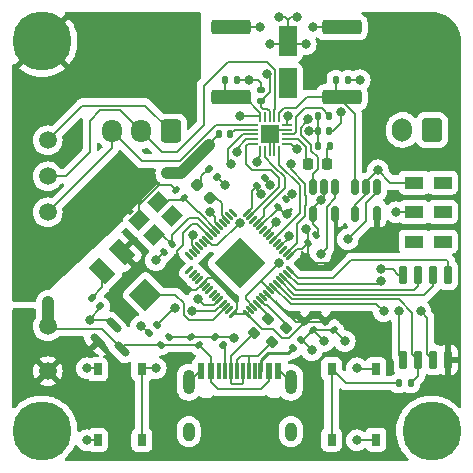
<source format=gbr>
%TF.GenerationSoftware,KiCad,Pcbnew,(6.0.9-0)*%
%TF.CreationDate,2022-12-13T13:56:08-05:00*%
%TF.ProjectId,easy-esc,65617379-2d65-4736-932e-6b696361645f,rev?*%
%TF.SameCoordinates,Original*%
%TF.FileFunction,Copper,L1,Top*%
%TF.FilePolarity,Positive*%
%FSLAX46Y46*%
G04 Gerber Fmt 4.6, Leading zero omitted, Abs format (unit mm)*
G04 Created by KiCad (PCBNEW (6.0.9-0)) date 2022-12-13 13:56:08*
%MOMM*%
%LPD*%
G01*
G04 APERTURE LIST*
G04 Aperture macros list*
%AMRoundRect*
0 Rectangle with rounded corners*
0 $1 Rounding radius*
0 $2 $3 $4 $5 $6 $7 $8 $9 X,Y pos of 4 corners*
0 Add a 4 corners polygon primitive as box body*
4,1,4,$2,$3,$4,$5,$6,$7,$8,$9,$2,$3,0*
0 Add four circle primitives for the rounded corners*
1,1,$1+$1,$2,$3*
1,1,$1+$1,$4,$5*
1,1,$1+$1,$6,$7*
1,1,$1+$1,$8,$9*
0 Add four rect primitives between the rounded corners*
20,1,$1+$1,$2,$3,$4,$5,0*
20,1,$1+$1,$4,$5,$6,$7,0*
20,1,$1+$1,$6,$7,$8,$9,0*
20,1,$1+$1,$8,$9,$2,$3,0*%
%AMRotRect*
0 Rectangle, with rotation*
0 The origin of the aperture is its center*
0 $1 length*
0 $2 width*
0 $3 Rotation angle, in degrees counterclockwise*
0 Add horizontal line*
21,1,$1,$2,0,0,$3*%
G04 Aperture macros list end*
%TA.AperFunction,SMDPad,CuDef*%
%ADD10RoundRect,0.050000X-0.375000X-0.050000X0.375000X-0.050000X0.375000X0.050000X-0.375000X0.050000X0*%
%TD*%
%TA.AperFunction,SMDPad,CuDef*%
%ADD11RoundRect,0.050000X-0.050000X-0.375000X0.050000X-0.375000X0.050000X0.375000X-0.050000X0.375000X0*%
%TD*%
%TA.AperFunction,SMDPad,CuDef*%
%ADD12R,1.650000X1.650000*%
%TD*%
%TA.AperFunction,SMDPad,CuDef*%
%ADD13RoundRect,0.250000X0.550000X-1.050000X0.550000X1.050000X-0.550000X1.050000X-0.550000X-1.050000X0*%
%TD*%
%TA.AperFunction,SMDPad,CuDef*%
%ADD14RoundRect,0.135000X-0.035355X0.226274X-0.226274X0.035355X0.035355X-0.226274X0.226274X-0.035355X0*%
%TD*%
%TA.AperFunction,SMDPad,CuDef*%
%ADD15RoundRect,0.150000X-0.150000X0.512500X-0.150000X-0.512500X0.150000X-0.512500X0.150000X0.512500X0*%
%TD*%
%TA.AperFunction,SMDPad,CuDef*%
%ADD16RoundRect,0.150000X-0.150000X0.650000X-0.150000X-0.650000X0.150000X-0.650000X0.150000X0.650000X0*%
%TD*%
%TA.AperFunction,SMDPad,CuDef*%
%ADD17R,0.750000X1.000000*%
%TD*%
%TA.AperFunction,SMDPad,CuDef*%
%ADD18RoundRect,0.135000X0.226274X0.035355X0.035355X0.226274X-0.226274X-0.035355X-0.035355X-0.226274X0*%
%TD*%
%TA.AperFunction,SMDPad,CuDef*%
%ADD19RoundRect,0.250000X1.425000X-0.362500X1.425000X0.362500X-1.425000X0.362500X-1.425000X-0.362500X0*%
%TD*%
%TA.AperFunction,SMDPad,CuDef*%
%ADD20RoundRect,0.135000X0.135000X0.185000X-0.135000X0.185000X-0.135000X-0.185000X0.135000X-0.185000X0*%
%TD*%
%TA.AperFunction,SMDPad,CuDef*%
%ADD21RoundRect,0.140000X0.219203X0.021213X0.021213X0.219203X-0.219203X-0.021213X-0.021213X-0.219203X0*%
%TD*%
%TA.AperFunction,SMDPad,CuDef*%
%ADD22RotRect,1.400000X1.200000X225.000000*%
%TD*%
%TA.AperFunction,SMDPad,CuDef*%
%ADD23RoundRect,0.135000X0.035355X-0.226274X0.226274X-0.035355X-0.035355X0.226274X-0.226274X0.035355X0*%
%TD*%
%TA.AperFunction,SMDPad,CuDef*%
%ADD24RoundRect,0.218750X-0.335876X-0.026517X-0.026517X-0.335876X0.335876X0.026517X0.026517X0.335876X0*%
%TD*%
%TA.AperFunction,ComponentPad*%
%ADD25C,5.000000*%
%TD*%
%TA.AperFunction,SMDPad,CuDef*%
%ADD26RoundRect,0.140000X0.021213X-0.219203X0.219203X-0.021213X-0.021213X0.219203X-0.219203X0.021213X0*%
%TD*%
%TA.AperFunction,SMDPad,CuDef*%
%ADD27RoundRect,0.140000X-0.140000X-0.170000X0.140000X-0.170000X0.140000X0.170000X-0.140000X0.170000X0*%
%TD*%
%TA.AperFunction,SMDPad,CuDef*%
%ADD28C,1.500000*%
%TD*%
%TA.AperFunction,SMDPad,CuDef*%
%ADD29RoundRect,0.140000X-0.021213X0.219203X-0.219203X0.021213X0.021213X-0.219203X0.219203X-0.021213X0*%
%TD*%
%TA.AperFunction,ComponentPad*%
%ADD30RoundRect,0.250000X0.600000X0.725000X-0.600000X0.725000X-0.600000X-0.725000X0.600000X-0.725000X0*%
%TD*%
%TA.AperFunction,ComponentPad*%
%ADD31O,1.700000X1.950000*%
%TD*%
%TA.AperFunction,SMDPad,CuDef*%
%ADD32RoundRect,0.135000X-0.135000X-0.185000X0.135000X-0.185000X0.135000X0.185000X-0.135000X0.185000X0*%
%TD*%
%TA.AperFunction,SMDPad,CuDef*%
%ADD33RoundRect,0.200000X-0.053033X0.335876X-0.335876X0.053033X0.053033X-0.335876X0.335876X-0.053033X0*%
%TD*%
%TA.AperFunction,ComponentPad*%
%ADD34RoundRect,0.250000X0.600000X0.750000X-0.600000X0.750000X-0.600000X-0.750000X0.600000X-0.750000X0*%
%TD*%
%TA.AperFunction,ComponentPad*%
%ADD35O,1.700000X2.000000*%
%TD*%
%TA.AperFunction,SMDPad,CuDef*%
%ADD36RoundRect,0.218750X0.218750X0.256250X-0.218750X0.256250X-0.218750X-0.256250X0.218750X-0.256250X0*%
%TD*%
%TA.AperFunction,SMDPad,CuDef*%
%ADD37RotRect,1.300000X2.000000X45.000000*%
%TD*%
%TA.AperFunction,SMDPad,CuDef*%
%ADD38RotRect,2.000000X2.000000X45.000000*%
%TD*%
%TA.AperFunction,SMDPad,CuDef*%
%ADD39RoundRect,0.150000X-0.521491X0.309359X0.309359X-0.521491X0.521491X-0.309359X-0.309359X0.521491X0*%
%TD*%
%TA.AperFunction,SMDPad,CuDef*%
%ADD40RoundRect,0.140000X0.140000X0.170000X-0.140000X0.170000X-0.140000X-0.170000X0.140000X-0.170000X0*%
%TD*%
%TA.AperFunction,SMDPad,CuDef*%
%ADD41RoundRect,0.006000X0.226274X0.359210X-0.359210X-0.226274X-0.226274X-0.359210X0.359210X0.226274X0*%
%TD*%
%TA.AperFunction,SMDPad,CuDef*%
%ADD42RoundRect,0.020000X-0.226274X0.339411X-0.339411X0.226274X0.226274X-0.339411X0.339411X-0.226274X0*%
%TD*%
%TA.AperFunction,SMDPad,CuDef*%
%ADD43RotRect,3.100000X3.100000X225.000000*%
%TD*%
%TA.AperFunction,SMDPad,CuDef*%
%ADD44R,1.600000X1.000000*%
%TD*%
%TA.AperFunction,SMDPad,CuDef*%
%ADD45RoundRect,0.140000X0.170000X-0.140000X0.170000X0.140000X-0.170000X0.140000X-0.170000X-0.140000X0*%
%TD*%
%TA.AperFunction,SMDPad,CuDef*%
%ADD46R,0.600000X1.450000*%
%TD*%
%TA.AperFunction,SMDPad,CuDef*%
%ADD47R,0.300000X1.450000*%
%TD*%
%TA.AperFunction,ComponentPad*%
%ADD48O,1.000000X1.600000*%
%TD*%
%TA.AperFunction,ComponentPad*%
%ADD49O,1.000000X2.100000*%
%TD*%
%TA.AperFunction,ViaPad*%
%ADD50C,0.800000*%
%TD*%
%TA.AperFunction,Conductor*%
%ADD51C,0.200000*%
%TD*%
%TA.AperFunction,Conductor*%
%ADD52C,1.000000*%
%TD*%
%TA.AperFunction,Conductor*%
%ADD53C,0.250000*%
%TD*%
G04 APERTURE END LIST*
D10*
%TO.P,U101,1,W*%
%TO.N,Net-(J102-Pad3)*%
X134440000Y-110960000D03*
%TO.P,U101,2,VCP*%
%TO.N,Net-(C102-Pad1)*%
X134440000Y-111360000D03*
%TO.P,U101,3,UH*%
%TO.N,UH*%
X134440000Y-111760000D03*
%TO.P,U101,4,VH*%
%TO.N,VH*%
X134440000Y-112160000D03*
%TO.P,U101,5,WH*%
%TO.N,WH*%
X134440000Y-112560000D03*
D11*
%TO.P,U101,6,UL*%
%TO.N,UL*%
X135090000Y-113210000D03*
%TO.P,U101,7,WL*%
%TO.N,WL*%
X135490000Y-113210000D03*
%TO.P,U101,8,GND*%
%TO.N,GND*%
X135890000Y-113210000D03*
%TO.P,U101,9,GND*%
X136290000Y-113210000D03*
%TO.P,U101,10,VL*%
%TO.N,VL*%
X136690000Y-113210000D03*
D10*
%TO.P,U101,11,VIO/STDBY*%
%TO.N,CLEAR*%
X137340000Y-112560000D03*
%TO.P,U101,12,DIAG*%
%TO.N,ERR*%
X137340000Y-112160000D03*
%TO.P,U101,13,1V8OUT*%
%TO.N,Net-(C101-Pad2)*%
X137340000Y-111760000D03*
%TO.P,U101,14,GND*%
%TO.N,GND*%
X137340000Y-111360000D03*
%TO.P,U101,15,U*%
%TO.N,Net-(J102-Pad1)*%
X137340000Y-110960000D03*
D11*
%TO.P,U101,16,BRUV*%
%TO.N,UVSENSE*%
X136690000Y-110310000D03*
%TO.P,U101,17,V*%
%TO.N,Net-(J102-Pad2)*%
X136290000Y-110310000D03*
%TO.P,U101,18,VS*%
%TO.N,+5V*%
X135890000Y-110310000D03*
%TO.P,U101,19*%
%TO.N,N/C*%
X135490000Y-110310000D03*
%TO.P,U101,20,BRW*%
%TO.N,WSENSE*%
X135090000Y-110310000D03*
D12*
%TO.P,U101,21,PAD*%
%TO.N,GND*%
X135890000Y-111760000D03*
%TD*%
D13*
%TO.P,C113,1*%
%TO.N,+5V*%
X137414000Y-107464000D03*
%TO.P,C113,2*%
%TO.N,GND*%
X137414000Y-103864000D03*
%TD*%
D14*
%TO.P,R109,1*%
%TO.N,RESET*%
X126344624Y-127909376D03*
%TO.P,R109,2*%
%TO.N,Net-(R109-Pad2)*%
X125623376Y-128630624D03*
%TD*%
D15*
%TO.P,U105,1*%
%TO.N,WCUR*%
X141412000Y-116210500D03*
%TO.P,U105,2,GND*%
%TO.N,GND*%
X140462000Y-116210500D03*
%TO.P,U105,3,+*%
%TO.N,WSENSE*%
X139512000Y-116210500D03*
%TO.P,U105,4,-*%
%TO.N,GND*%
X139512000Y-118485500D03*
%TO.P,U105,5,V+*%
%TO.N,+3V3*%
X141412000Y-118485500D03*
%TD*%
D16*
%TO.P,U103,1,~{CS}*%
%TO.N,QCS*%
X151003000Y-123654000D03*
%TO.P,U103,2,DO(IO1)*%
%TO.N,QD0*%
X149733000Y-123654000D03*
%TO.P,U103,3,IO2*%
%TO.N,QD2*%
X148463000Y-123654000D03*
%TO.P,U103,4,GND*%
%TO.N,GND*%
X147193000Y-123654000D03*
%TO.P,U103,5,DI(IO0)*%
%TO.N,QD1*%
X147193000Y-130854000D03*
%TO.P,U103,6,CLK*%
%TO.N,QCLK*%
X148463000Y-130854000D03*
%TO.P,U103,7,IO3*%
%TO.N,QD3*%
X149733000Y-130854000D03*
%TO.P,U103,8,VCC*%
%TO.N,+3V3*%
X151003000Y-130854000D03*
%TD*%
D17*
%TO.P,SW101,1,A*%
%TO.N,Net-(R108-Pad2)*%
X141127000Y-131620000D03*
X141127000Y-137620000D03*
%TO.P,SW101,2,B*%
%TO.N,GND*%
X144877000Y-131620000D03*
X144877000Y-137620000D03*
%TD*%
D18*
%TO.P,R107,1*%
%TO.N,GND*%
X131424624Y-115422624D03*
%TO.P,R107,2*%
%TO.N,Net-(D102-Pad1)*%
X130703376Y-114701376D03*
%TD*%
D19*
%TO.P,R105,1*%
%TO.N,WSENSE*%
X132588000Y-108626500D03*
%TO.P,R105,2*%
%TO.N,GND*%
X132588000Y-102701500D03*
%TD*%
D20*
%TO.P,R108,1*%
%TO.N,QCLK*%
X147830000Y-132842000D03*
%TO.P,R108,2*%
%TO.N,Net-(R108-Pad2)*%
X146810000Y-132842000D03*
%TD*%
D21*
%TO.P,C107,1*%
%TO.N,XIN*%
X128609411Y-117179411D03*
%TO.P,C107,2*%
%TO.N,GND*%
X127930589Y-116500589D03*
%TD*%
D22*
%TO.P,Y101,1,1*%
%TO.N,XIN*%
X126414777Y-117493142D03*
%TO.P,Y101,2,2*%
%TO.N,GND*%
X124859142Y-119048777D03*
%TO.P,Y101,3,3*%
%TO.N,XOUT*%
X126061223Y-120250858D03*
%TO.P,Y101,4,4*%
%TO.N,GND*%
X127616858Y-118695223D03*
%TD*%
D23*
%TO.P,R104,1*%
%TO.N,Net-(J101-PadB5)*%
X137815376Y-129900624D03*
%TO.P,R104,2*%
%TO.N,GND*%
X138536624Y-129179376D03*
%TD*%
D21*
%TO.P,C110,1*%
%TO.N,GND*%
X139531411Y-128355411D03*
%TO.P,C110,2*%
%TO.N,+3V3*%
X138852589Y-127676589D03*
%TD*%
D24*
%TO.P,D102,1,K*%
%TO.N,Net-(D102-Pad1)*%
X129745153Y-116029153D03*
%TO.P,D102,2,A*%
%TO.N,Net-(D102-Pad2)*%
X130858847Y-117142847D03*
%TD*%
D25*
%TO.P,H101,1,1*%
%TO.N,GND*%
X116596000Y-103896000D03*
X116596000Y-136896000D03*
X149596000Y-136896000D03*
%TD*%
D26*
%TO.P,C104,1*%
%TO.N,+5V*%
X126660589Y-129625411D03*
%TO.P,C104,2*%
%TO.N,GND*%
X127339411Y-128946589D03*
%TD*%
D27*
%TO.P,C101,1*%
%TO.N,GND*%
X139982000Y-110236000D03*
%TO.P,C101,2*%
%TO.N,Net-(C101-Pad2)*%
X140942000Y-110236000D03*
%TD*%
D28*
%TO.P,TP105,1,1*%
%TO.N,+3V3*%
X117094000Y-131826000D03*
%TD*%
D29*
%TO.P,C111,1*%
%TO.N,GND*%
X137245411Y-117262589D03*
%TO.P,C111,2*%
%TO.N,+3V3*%
X136566589Y-117941411D03*
%TD*%
D15*
%TO.P,U106,1*%
%TO.N,UVCUR*%
X144968000Y-116210500D03*
%TO.P,U106,2,GND*%
%TO.N,GND*%
X144018000Y-116210500D03*
%TO.P,U106,3,+*%
%TO.N,UVSENSE*%
X143068000Y-116210500D03*
%TO.P,U106,4,-*%
%TO.N,GND*%
X143068000Y-118485500D03*
%TO.P,U106,5,V+*%
%TO.N,+3V3*%
X144968000Y-118485500D03*
%TD*%
D30*
%TO.P,J102,1,Pin_1*%
%TO.N,Net-(J102-Pad1)*%
X127508000Y-111506000D03*
D31*
%TO.P,J102,2,Pin_2*%
%TO.N,Net-(J102-Pad2)*%
X125008000Y-111506000D03*
%TO.P,J102,3,Pin_3*%
%TO.N,Net-(J102-Pad3)*%
X122508000Y-111506000D03*
%TD*%
D21*
%TO.P,C106,1*%
%TO.N,+5V*%
X129879411Y-129625411D03*
%TO.P,C106,2*%
%TO.N,GND*%
X129200589Y-128946589D03*
%TD*%
D28*
%TO.P,TP104,1,1*%
%TO.N,+5V*%
X117094000Y-128016000D03*
%TD*%
D19*
%TO.P,R106,1*%
%TO.N,UVSENSE*%
X141986000Y-108626500D03*
%TO.P,R106,2*%
%TO.N,GND*%
X141986000Y-102701500D03*
%TD*%
D28*
%TO.P,TP101,1,1*%
%TO.N,Net-(J102-Pad1)*%
X117094000Y-112268000D03*
%TD*%
D32*
%TO.P,R101,1*%
%TO.N,GND*%
X139952000Y-112776000D03*
%TO.P,R101,2*%
%TO.N,Net-(D101-Pad1)*%
X140972000Y-112776000D03*
%TD*%
D33*
%TO.P,R110,1*%
%TO.N,Net-(R110-Pad1)*%
X135711363Y-127432637D03*
%TO.P,R110,2*%
%TO.N,USBD_N*%
X134544637Y-128599363D03*
%TD*%
D28*
%TO.P,TP103,1,1*%
%TO.N,Net-(J102-Pad3)*%
X117094000Y-118364000D03*
%TD*%
D29*
%TO.P,C108,1*%
%TO.N,XOUT*%
X127593411Y-121072589D03*
%TO.P,C108,2*%
%TO.N,GND*%
X126914589Y-121751411D03*
%TD*%
D34*
%TO.P,J103,1,Pin_1*%
%TO.N,+5V*%
X149606000Y-111400000D03*
D35*
%TO.P,J103,2,Pin_2*%
%TO.N,GND*%
X147106000Y-111400000D03*
%TD*%
D36*
%TO.P,D101,1,K*%
%TO.N,Net-(D101-Pad1)*%
X140741500Y-114300000D03*
%TO.P,D101,2,A*%
%TO.N,ERR*%
X139166500Y-114300000D03*
%TD*%
D37*
%TO.P,RV101,1,1*%
%TO.N,+3V3*%
X123350959Y-121724614D03*
D38*
%TO.P,RV101,2,2*%
%TO.N,MANUAL*%
X125366214Y-125366214D03*
D37*
%TO.P,RV101,3,3*%
%TO.N,Net-(R112-Pad2)*%
X121724614Y-123350959D03*
%TD*%
D14*
%TO.P,R102,1*%
%TO.N,+3V3*%
X135488624Y-115463376D03*
%TO.P,R102,2*%
%TO.N,CLEAR*%
X134767376Y-116184624D03*
%TD*%
D29*
%TO.P,C109,1*%
%TO.N,GND*%
X139785411Y-120310589D03*
%TO.P,C109,2*%
%TO.N,+3V3*%
X139106589Y-120989411D03*
%TD*%
D21*
%TO.P,C112,1*%
%TO.N,GND*%
X141309411Y-128355411D03*
%TO.P,C112,2*%
%TO.N,+3V3*%
X140630589Y-127676589D03*
%TD*%
D39*
%TO.P,U102,1,GND*%
%TO.N,GND*%
X122690839Y-127951336D03*
%TO.P,U102,2,VOUT*%
%TO.N,+3V3*%
X121347336Y-129294839D03*
%TO.P,U102,3,VIN*%
%TO.N,+5V*%
X123344913Y-129948913D03*
%TD*%
D18*
%TO.P,R103,1*%
%TO.N,Net-(J101-PadA5)*%
X131932624Y-129646624D03*
%TO.P,R103,2*%
%TO.N,GND*%
X131211376Y-128925376D03*
%TD*%
%TO.P,R112,1*%
%TO.N,GND*%
X121518624Y-126344624D03*
%TO.P,R112,2*%
%TO.N,Net-(R112-Pad2)*%
X120797376Y-125623376D03*
%TD*%
D17*
%TO.P,SW102,1,A*%
%TO.N,Net-(R109-Pad2)*%
X125065000Y-137668000D03*
X125065000Y-131668000D03*
%TO.P,SW102,2,B*%
%TO.N,GND*%
X121315000Y-131668000D03*
X121315000Y-137668000D03*
%TD*%
D32*
%TO.P,R113,1*%
%TO.N,WSENSE*%
X132078000Y-107188000D03*
%TO.P,R113,2*%
%TO.N,GND*%
X133098000Y-107188000D03*
%TD*%
D28*
%TO.P,TP102,1,1*%
%TO.N,Net-(J102-Pad2)*%
X117094000Y-115316000D03*
%TD*%
D40*
%TO.P,C103,1*%
%TO.N,+5V*%
X140942000Y-111506000D03*
%TO.P,C103,2*%
%TO.N,GND*%
X139982000Y-111506000D03*
%TD*%
D41*
%TO.P,U104,1,IOVDD*%
%TO.N,+3V3*%
X137617389Y-122091566D03*
%TO.P,U104,2,GPIO0*%
%TO.N,UL*%
X137334547Y-121808723D03*
%TO.P,U104,3,GPIO1*%
%TO.N,unconnected-(U104-Pad3)*%
X137051704Y-121525880D03*
%TO.P,U104,4,GPIO2*%
%TO.N,UH*%
X136768861Y-121243038D03*
%TO.P,U104,5,GPIO3*%
%TO.N,unconnected-(U104-Pad5)*%
X136486019Y-120960195D03*
%TO.P,U104,6,GPIO4*%
%TO.N,VL*%
X136203176Y-120677352D03*
%TO.P,U104,7,GPIO5*%
%TO.N,unconnected-(U104-Pad7)*%
X135920333Y-120394510D03*
%TO.P,U104,8,GPIO6*%
%TO.N,VH*%
X135637490Y-120111667D03*
%TO.P,U104,9,GPIO7*%
%TO.N,unconnected-(U104-Pad9)*%
X135354648Y-119828824D03*
%TO.P,U104,10,IOVDD*%
%TO.N,+3V3*%
X135071805Y-119545981D03*
%TO.P,U104,11,GPIO8*%
%TO.N,WL*%
X134788962Y-119263139D03*
%TO.P,U104,12,GPIO9*%
%TO.N,unconnected-(U104-Pad12)*%
X134506120Y-118980296D03*
%TO.P,U104,13,GPIO10*%
%TO.N,WH*%
X134223277Y-118697453D03*
%TO.P,U104,14,GPIO11*%
%TO.N,CLEAR*%
X133940434Y-118414611D03*
D42*
%TO.P,U104,15,GPIO12*%
%TO.N,ERROR*%
X132759566Y-118414611D03*
%TO.P,U104,16,GPIO13*%
%TO.N,unconnected-(U104-Pad16)*%
X132476723Y-118697453D03*
%TO.P,U104,17,GPIO14*%
%TO.N,Net-(D102-Pad2)*%
X132193880Y-118980296D03*
%TO.P,U104,18,GPIO15*%
%TO.N,unconnected-(U104-Pad18)*%
X131911038Y-119263139D03*
%TO.P,U104,19,TESTEN*%
%TO.N,GND*%
X131628195Y-119545981D03*
%TO.P,U104,20,XIN*%
%TO.N,XIN*%
X131345352Y-119828824D03*
%TO.P,U104,21,XOUT*%
%TO.N,XOUT*%
X131062510Y-120111667D03*
%TO.P,U104,22,IOVDD*%
%TO.N,+3V3*%
X130779667Y-120394510D03*
%TO.P,U104,23,DVDD*%
%TO.N,Net-(U104-Pad23)*%
X130496824Y-120677352D03*
%TO.P,U104,24,SWCLK*%
%TO.N,SWDCLK*%
X130213981Y-120960195D03*
%TO.P,U104,25,SWD*%
%TO.N,SWDIO*%
X129931139Y-121243038D03*
%TO.P,U104,26,RUN*%
%TO.N,RESET*%
X129648296Y-121525880D03*
%TO.P,U104,27,GPIO16*%
%TO.N,unconnected-(U104-Pad27)*%
X129365453Y-121808723D03*
%TO.P,U104,28,GPIO17*%
%TO.N,unconnected-(U104-Pad28)*%
X129082611Y-122091566D03*
D41*
%TO.P,U104,29,GPIO18*%
%TO.N,unconnected-(U104-Pad29)*%
X129082611Y-123272434D03*
%TO.P,U104,30,GPIO19*%
%TO.N,unconnected-(U104-Pad30)*%
X129365453Y-123555277D03*
%TO.P,U104,31,GPIO20*%
%TO.N,unconnected-(U104-Pad31)*%
X129648296Y-123838120D03*
%TO.P,U104,32,GPIO21*%
%TO.N,unconnected-(U104-Pad32)*%
X129931139Y-124120962D03*
%TO.P,U104,33,IOVDD*%
%TO.N,+3V3*%
X130213981Y-124403805D03*
%TO.P,U104,34,GPIO22*%
%TO.N,unconnected-(U104-Pad34)*%
X130496824Y-124686648D03*
%TO.P,U104,35,GPIO23*%
%TO.N,unconnected-(U104-Pad35)*%
X130779667Y-124969490D03*
%TO.P,U104,36,GPIO24*%
%TO.N,unconnected-(U104-Pad36)*%
X131062510Y-125252333D03*
%TO.P,U104,37,GPIO25*%
%TO.N,unconnected-(U104-Pad37)*%
X131345352Y-125535176D03*
%TO.P,U104,38,GPIO26/ADC0*%
%TO.N,WCUR*%
X131628195Y-125818019D03*
%TO.P,U104,39,GPIO27/ADC1*%
%TO.N,UVCUR*%
X131911038Y-126100861D03*
%TO.P,U104,40,GPIO28/ADC2*%
%TO.N,MANUAL*%
X132193880Y-126383704D03*
%TO.P,U104,41,GPIO29/ADC3*%
%TO.N,unconnected-(U104-Pad41)*%
X132476723Y-126666547D03*
%TO.P,U104,42,IOVDD*%
%TO.N,+3V3*%
X132759566Y-126949389D03*
D42*
%TO.P,U104,43,ADC_AVDD*%
X133940434Y-126949389D03*
%TO.P,U104,44,VREG_VIN*%
X134223277Y-126666547D03*
%TO.P,U104,45,VREG_VOUT*%
%TO.N,Net-(U104-Pad23)*%
X134506120Y-126383704D03*
%TO.P,U104,46,USB_DM*%
%TO.N,Net-(R110-Pad1)*%
X134788962Y-126100861D03*
%TO.P,U104,47,USB_DP*%
%TO.N,Net-(R111-Pad1)*%
X135071805Y-125818019D03*
%TO.P,U104,48,USB_VDD*%
%TO.N,+3V3*%
X135354648Y-125535176D03*
%TO.P,U104,49,IOVDD*%
X135637490Y-125252333D03*
%TO.P,U104,50,DVDD*%
%TO.N,Net-(U104-Pad23)*%
X135920333Y-124969490D03*
%TO.P,U104,51,QSPI_SD3*%
%TO.N,QD3*%
X136203176Y-124686648D03*
%TO.P,U104,52,QSPI_SCLK*%
%TO.N,QCLK*%
X136486019Y-124403805D03*
%TO.P,U104,53,QSPI_SD0*%
%TO.N,QD0*%
X136768861Y-124120962D03*
%TO.P,U104,54,QSPI_SD2*%
%TO.N,QD2*%
X137051704Y-123838120D03*
%TO.P,U104,55,QSPI_SD1*%
%TO.N,QD1*%
X137334547Y-123555277D03*
%TO.P,U104,56,QSPI_CSN*%
%TO.N,QCS*%
X137617389Y-123272434D03*
D43*
%TO.P,U104,57,GND*%
%TO.N,GND*%
X133350000Y-122682000D03*
%TD*%
D44*
%TO.P,SW103,1,A*%
%TO.N,GND*%
X148120000Y-115856000D03*
%TO.P,SW103,2,B*%
%TO.N,CLEAR*%
X148120000Y-118356000D03*
%TO.P,SW103,3*%
%TO.N,N/C*%
X148120000Y-120856000D03*
%TO.P,SW103,4*%
X150520000Y-115856000D03*
%TO.P,SW103,5*%
X150520000Y-118356000D03*
%TO.P,SW103,6*%
X150520000Y-120856000D03*
%TD*%
D33*
%TO.P,R111,1*%
%TO.N,Net-(R111-Pad1)*%
X137235363Y-128194637D03*
%TO.P,R111,2*%
%TO.N,USBD_P*%
X136068637Y-129361363D03*
%TD*%
D32*
%TO.P,R114,1*%
%TO.N,UVSENSE*%
X141476000Y-107188000D03*
%TO.P,R114,2*%
%TO.N,GND*%
X142496000Y-107188000D03*
%TD*%
D45*
%TO.P,C105,1*%
%TO.N,+5V*%
X135128000Y-108938000D03*
%TO.P,C105,2*%
%TO.N,GND*%
X135128000Y-107978000D03*
%TD*%
D40*
%TO.P,C102,1*%
%TO.N,Net-(C102-Pad1)*%
X132560000Y-111760000D03*
%TO.P,C102,2*%
%TO.N,+5V*%
X131600000Y-111760000D03*
%TD*%
D46*
%TO.P,J101,A1,GND*%
%TO.N,GND*%
X130100000Y-131845000D03*
%TO.P,J101,A4,VBUS*%
%TO.N,+5V*%
X130900000Y-131845000D03*
D47*
%TO.P,J101,A5,CC1*%
%TO.N,Net-(J101-PadA5)*%
X132100000Y-131845000D03*
%TO.P,J101,A6,D+*%
%TO.N,USBD_P*%
X133100000Y-131845000D03*
%TO.P,J101,A7,D-*%
%TO.N,USBD_N*%
X133600000Y-131845000D03*
%TO.P,J101,A8,SBU1*%
%TO.N,unconnected-(J101-PadA8)*%
X134600000Y-131845000D03*
D46*
%TO.P,J101,A9,VBUS*%
%TO.N,+5V*%
X135800000Y-131845000D03*
%TO.P,J101,A12,GND*%
%TO.N,GND*%
X136600000Y-131845000D03*
%TO.P,J101,B1,GND*%
X136600000Y-131845000D03*
%TO.P,J101,B4,VBUS*%
%TO.N,+5V*%
X135800000Y-131845000D03*
D47*
%TO.P,J101,B5,CC2*%
%TO.N,Net-(J101-PadB5)*%
X135100000Y-131845000D03*
%TO.P,J101,B6,D+*%
%TO.N,USBD_P*%
X134100000Y-131845000D03*
%TO.P,J101,B7,D-*%
%TO.N,USBD_N*%
X132600000Y-131845000D03*
%TO.P,J101,B8,SBU2*%
%TO.N,unconnected-(J101-PadB8)*%
X131600000Y-131845000D03*
D46*
%TO.P,J101,B9,VBUS*%
%TO.N,+5V*%
X130900000Y-131845000D03*
%TO.P,J101,B12,GND*%
%TO.N,GND*%
X130100000Y-131845000D03*
D48*
%TO.P,J101,S1,SHIELD*%
X129030000Y-136940000D03*
X137670000Y-136940000D03*
D49*
X137670000Y-132760000D03*
X129030000Y-132760000D03*
%TD*%
D50*
%TO.N,GND*%
X134874000Y-122682000D03*
X134112000Y-121920000D03*
X133350000Y-121158000D03*
X130839886Y-118334114D03*
%TO.N,+5V*%
X117094000Y-125984000D03*
X127222365Y-115062000D03*
X137414000Y-107696000D03*
%TO.N,GND*%
X135890000Y-104140000D03*
X138938000Y-104140000D03*
X138176000Y-101854000D03*
X136652000Y-101854000D03*
%TO.N,+5V*%
X135614500Y-106680000D03*
%TO.N,GND*%
X132588000Y-123444000D03*
X120396000Y-137668000D03*
X140208000Y-117348000D03*
X140462000Y-129286000D03*
X139531500Y-102701500D03*
X132588000Y-121920000D03*
X133350000Y-124206000D03*
X127762000Y-118618000D03*
X135042500Y-102701500D03*
X139446000Y-130048000D03*
X143256000Y-131572000D03*
X143256000Y-137668000D03*
X132842000Y-129032000D03*
X126238000Y-122428000D03*
X145288000Y-123190000D03*
X134112000Y-107188000D03*
X133350000Y-122682000D03*
X134112000Y-123444000D03*
X143510000Y-107188000D03*
X145034000Y-114808000D03*
X135890000Y-111760000D03*
X139192000Y-111506000D03*
X120650000Y-127508000D03*
X137730500Y-116840000D03*
X132080000Y-116078000D03*
X124714000Y-119126000D03*
X131826000Y-122682000D03*
X120396000Y-131572000D03*
X142240000Y-129286000D03*
%TO.N,+5V*%
X141913628Y-109882872D03*
X130697000Y-112663000D03*
%TO.N,+3V3*%
X142494000Y-134874000D03*
X137414000Y-134874000D03*
X138991459Y-119814017D03*
X137343642Y-118547642D03*
X135871743Y-116059743D03*
%TO.N,Net-(J102-Pad1)*%
X137397807Y-110233994D03*
%TO.N,CLEAR*%
X146558000Y-118364000D03*
X138173560Y-113032440D03*
X135109743Y-116821743D03*
%TO.N,WSENSE*%
X133350000Y-110236000D03*
X139102500Y-110490000D03*
%TO.N,RESET*%
X127886500Y-126492000D03*
X129399269Y-120255269D03*
%TO.N,Net-(R109-Pad2)*%
X124968000Y-128016000D03*
X126238000Y-131572000D03*
%TO.N,UH*%
X137476500Y-120396000D03*
X132588000Y-114300000D03*
%TO.N,VH*%
X133096000Y-113284000D03*
X136439515Y-119167515D03*
%TO.N,UL*%
X134790566Y-114102602D03*
X137668000Y-114300000D03*
%TO.N,QD1*%
X145288000Y-124206000D03*
X146812000Y-126746000D03*
%TO.N,QD3*%
X145542000Y-126746000D03*
X148654500Y-126746000D03*
%TO.N,Net-(U104-Pad23)*%
X133327083Y-119274031D03*
X136652000Y-122682000D03*
%TO.N,UVCUR*%
X142494000Y-120650000D03*
X129286000Y-126746000D03*
%TO.N,WCUR*%
X140208000Y-121920000D03*
X129794000Y-125730000D03*
%TD*%
D51*
%TO.N,GND*%
X131628195Y-119545981D02*
X131251627Y-119169413D01*
X131251627Y-119169413D02*
X131251627Y-118745855D01*
X131251627Y-118745855D02*
X130839886Y-118334114D01*
X127930589Y-116500589D02*
X127508000Y-116078000D01*
X127508000Y-116078000D02*
X126492000Y-116078000D01*
X126492000Y-116078000D02*
X124859142Y-117710858D01*
X124859142Y-117710858D02*
X124859142Y-119048777D01*
D52*
%TO.N,+5V*%
X127222365Y-115062000D02*
X128385370Y-115062000D01*
X128385370Y-115062000D02*
X130740685Y-112706685D01*
D51*
%TO.N,Net-(D102-Pad1)*%
X130703376Y-114701376D02*
X130088752Y-115316000D01*
X130088752Y-115316000D02*
X130088752Y-115685554D01*
%TO.N,Net-(D102-Pad2)*%
X131366847Y-117142847D02*
X130858847Y-117142847D01*
%TO.N,Net-(D102-Pad1)*%
X130088752Y-115685554D02*
X129745153Y-116029153D01*
%TO.N,Net-(D102-Pad2)*%
X131817312Y-118603727D02*
X131817312Y-117593312D01*
X131817312Y-117593312D02*
X131366847Y-117142847D01*
X132193880Y-118980296D02*
X131817312Y-118603727D01*
%TO.N,XIN*%
X128609411Y-117179411D02*
X128440822Y-117348000D01*
X128440822Y-117348000D02*
X127254000Y-117348000D01*
X131345352Y-119828824D02*
X129880528Y-118364000D01*
X129880528Y-118364000D02*
X129794000Y-118364000D01*
X129794000Y-118364000D02*
X128609411Y-117179411D01*
D52*
%TO.N,+5V*%
X117094000Y-125984000D02*
X117094000Y-128016000D01*
D51*
X130697000Y-112663000D02*
X131600000Y-111760000D01*
X141913628Y-109882872D02*
X141913628Y-110816372D01*
X141913628Y-110816372D02*
X141224000Y-111506000D01*
X141224000Y-111506000D02*
X140942000Y-111506000D01*
%TO.N,Net-(J102-Pad2)*%
X125008000Y-111506000D02*
X123230000Y-109728000D01*
X123230000Y-109728000D02*
X121539000Y-109728000D01*
X121539000Y-109728000D02*
X120650000Y-110617000D01*
X120650000Y-110617000D02*
X120650000Y-113284000D01*
X120650000Y-113284000D02*
X118618000Y-115316000D01*
X118618000Y-115316000D02*
X117094000Y-115316000D01*
%TO.N,QCS*%
X151003000Y-122555000D02*
X151003000Y-123654000D01*
%TO.N,+3V3*%
X135354648Y-125535176D02*
X135637490Y-125252333D01*
%TO.N,GND*%
X137414000Y-103864000D02*
X137138000Y-104140000D01*
X137138000Y-104140000D02*
X135890000Y-104140000D01*
X137414000Y-103864000D02*
X137690000Y-104140000D01*
X137690000Y-104140000D02*
X138938000Y-104140000D01*
X137414000Y-102108000D02*
X137160000Y-101854000D01*
X137160000Y-101854000D02*
X136652000Y-101854000D01*
X137414000Y-102616000D02*
X137414000Y-102108000D01*
X137414000Y-102108000D02*
X137668000Y-101854000D01*
X137668000Y-101854000D02*
X138176000Y-101854000D01*
X137414000Y-103864000D02*
X137414000Y-102616000D01*
X134874000Y-107188000D02*
X134112000Y-107188000D01*
X135128000Y-107978000D02*
X135128000Y-107442000D01*
%TO.N,+5V*%
X135890000Y-108176000D02*
X135890000Y-106955500D01*
X135128000Y-108938000D02*
X135890000Y-108176000D01*
X135296686Y-109585000D02*
X135128000Y-109416314D01*
X135890000Y-106955500D02*
X135614500Y-106680000D01*
X135890000Y-110310000D02*
X135890000Y-109790025D01*
X135890000Y-109790025D02*
X135684975Y-109585000D01*
X135684975Y-109585000D02*
X135296686Y-109585000D01*
X135128000Y-109416314D02*
X135128000Y-108938000D01*
%TO.N,GND*%
X135128000Y-107442000D02*
X134874000Y-107188000D01*
%TO.N,UVSENSE*%
X136690000Y-110310000D02*
X136690000Y-109951851D01*
X136690000Y-109951851D02*
X137107857Y-109533994D01*
X137107857Y-109533994D02*
X138116006Y-109533994D01*
X138116006Y-109533994D02*
X139023500Y-108626500D01*
X139023500Y-108626500D02*
X141986000Y-108626500D01*
%TO.N,Net-(J102-Pad2)*%
X128044843Y-113255157D02*
X130302000Y-110998000D01*
X126757157Y-113255157D02*
X128044843Y-113255157D01*
X125008000Y-111506000D02*
X126757157Y-113255157D01*
X130302000Y-107696000D02*
X132334000Y-105664000D01*
X130302000Y-110998000D02*
X130302000Y-107696000D01*
X136290000Y-109639686D02*
X136290000Y-110310000D01*
X132334000Y-105664000D02*
X135636000Y-105664000D01*
X135636000Y-105664000D02*
X136314000Y-106342000D01*
X136314000Y-106342000D02*
X136314000Y-109615686D01*
X136314000Y-109615686D02*
X136290000Y-109639686D01*
%TO.N,GND*%
X135042500Y-102701500D02*
X132588000Y-102701500D01*
%TO.N,WSENSE*%
X135090000Y-110310000D02*
X135090000Y-109944000D01*
X135090000Y-109944000D02*
X133772500Y-108626500D01*
X133772500Y-108626500D02*
X132588000Y-108626500D01*
X132078000Y-107188000D02*
X132078000Y-108116500D01*
X132078000Y-108116500D02*
X132588000Y-108626500D01*
%TO.N,GND*%
X139531500Y-102701500D02*
X141986000Y-102701500D01*
%TO.N,UVSENSE*%
X141986000Y-108626500D02*
X141476000Y-108116500D01*
X141476000Y-108116500D02*
X141476000Y-107188000D01*
%TO.N,GND*%
X142496000Y-107188000D02*
X143510000Y-107188000D01*
%TO.N,UVSENSE*%
X143068000Y-116210500D02*
X143068000Y-110048000D01*
X143068000Y-110048000D02*
X141986000Y-108966000D01*
X141986000Y-108966000D02*
X141986000Y-108626500D01*
%TO.N,Net-(U104-Pad23)*%
X133327083Y-119274031D02*
X131443114Y-121158000D01*
X131443114Y-121158000D02*
X130977472Y-121158000D01*
X130977472Y-121158000D02*
X130496824Y-120677352D01*
%TO.N,UH*%
X137476500Y-120396000D02*
X137476500Y-120535400D01*
X137476500Y-120535400D02*
X136768861Y-121243038D01*
%TO.N,UL*%
X137334547Y-121808723D02*
X138176000Y-120967270D01*
X138176000Y-120967270D02*
X138176000Y-119380000D01*
X138912000Y-117786604D02*
X138938000Y-117760604D01*
X138176000Y-119380000D02*
X138912000Y-118644000D01*
X138912000Y-118644000D02*
X138912000Y-117786604D01*
X138938000Y-117760604D02*
X138938000Y-116935396D01*
X138938000Y-116935396D02*
X138912000Y-116909396D01*
X138912000Y-116909396D02*
X138912000Y-115944000D01*
X138912000Y-115944000D02*
X137668000Y-114700000D01*
X137668000Y-114700000D02*
X137668000Y-114300000D01*
%TO.N,+3V3*%
X139106589Y-119929147D02*
X139106589Y-120989411D01*
X138991459Y-119814017D02*
X139106589Y-119929147D01*
%TO.N,VH*%
X136439515Y-119167515D02*
X136439515Y-119309643D01*
X136439515Y-119309643D02*
X135637490Y-120111667D01*
%TO.N,GND*%
X132735376Y-128925376D02*
X132842000Y-129032000D01*
X137307911Y-117262589D02*
X137730500Y-116840000D01*
X129200589Y-128946589D02*
X127339411Y-128946589D01*
X139512000Y-118485500D02*
X139512000Y-118044000D01*
X122247503Y-127508000D02*
X120650000Y-127508000D01*
X139954000Y-119788750D02*
X139954000Y-120142000D01*
X143304000Y-137620000D02*
X143256000Y-137668000D01*
X136290000Y-111360000D02*
X135890000Y-111760000D01*
X139982000Y-111506000D02*
X139982000Y-110236000D01*
X143304000Y-131620000D02*
X143256000Y-131572000D01*
X136600000Y-131845000D02*
X136755000Y-131845000D01*
X120650000Y-127381000D02*
X120650000Y-127508000D01*
X136290000Y-113210000D02*
X136290000Y-112160000D01*
X139531411Y-128355411D02*
X141309411Y-128355411D01*
X146768000Y-123654000D02*
X146304000Y-123190000D01*
X129221802Y-128925376D02*
X129200589Y-128946589D01*
X136755000Y-131845000D02*
X137670000Y-132760000D01*
X120396000Y-131572000D02*
X121219000Y-131572000D01*
X121219000Y-131572000D02*
X121315000Y-131668000D01*
X138536624Y-129179376D02*
X138707446Y-129179376D01*
X129945000Y-131845000D02*
X129030000Y-132760000D01*
X139952000Y-112776000D02*
X139952000Y-111536000D01*
X139952000Y-111536000D02*
X139982000Y-111506000D01*
X140462000Y-117094000D02*
X140462000Y-116210500D01*
X139512000Y-118044000D02*
X140208000Y-117348000D01*
X120396000Y-137668000D02*
X121315000Y-137668000D01*
X141309411Y-128355411D02*
X142240000Y-129286000D01*
X121518624Y-126512376D02*
X120650000Y-127381000D01*
X146304000Y-123190000D02*
X145288000Y-123190000D01*
X122690839Y-127951336D02*
X122247503Y-127508000D01*
X139531411Y-128355411D02*
X140462000Y-129286000D01*
X135890000Y-113210000D02*
X135890000Y-111760000D01*
X121518624Y-126344624D02*
X121518624Y-126512376D01*
X148120000Y-115856000D02*
X146082000Y-115856000D01*
X126914589Y-121751411D02*
X126238000Y-122428000D01*
X143068000Y-117790000D02*
X144018000Y-116840000D01*
X138707446Y-129179376D02*
X139531411Y-128355411D01*
X147193000Y-123654000D02*
X146768000Y-123654000D01*
X131211376Y-128925376D02*
X132735376Y-128925376D01*
X139954000Y-120142000D02*
X139785411Y-120310589D01*
X144018000Y-115824000D02*
X145034000Y-114808000D01*
X131211376Y-128925376D02*
X129221802Y-128925376D01*
X138577376Y-129179376D02*
X139446000Y-130048000D01*
X133098000Y-107188000D02*
X134112000Y-107188000D01*
X130100000Y-131845000D02*
X129945000Y-131845000D01*
X139982000Y-111506000D02*
X139192000Y-111506000D01*
X146082000Y-115856000D02*
X145034000Y-114808000D01*
X144877000Y-137620000D02*
X143304000Y-137620000D01*
X136290000Y-112160000D02*
X135890000Y-111760000D01*
X131424624Y-115422624D02*
X132080000Y-116078000D01*
X140208000Y-117348000D02*
X140462000Y-117094000D01*
X143068000Y-118485500D02*
X143068000Y-117790000D01*
X139512000Y-118485500D02*
X139512000Y-119346750D01*
X139512000Y-119346750D02*
X139954000Y-119788750D01*
X137245411Y-117262589D02*
X137307911Y-117262589D01*
X137340000Y-111360000D02*
X136290000Y-111360000D01*
X138536624Y-129179376D02*
X138577376Y-129179376D01*
X144018000Y-116210500D02*
X144018000Y-115824000D01*
X144877000Y-131620000D02*
X143304000Y-131620000D01*
%TO.N,Net-(C101-Pad2)*%
X140273000Y-109539000D02*
X140942000Y-110208000D01*
X140942000Y-110208000D02*
X140942000Y-110236000D01*
X137922000Y-111760000D02*
X138092000Y-111590000D01*
X137340000Y-111760000D02*
X137922000Y-111760000D01*
X138092000Y-110320000D02*
X138873000Y-109539000D01*
X138873000Y-109539000D02*
X140273000Y-109539000D01*
X138092000Y-111590000D02*
X138092000Y-110320000D01*
%TO.N,Net-(C102-Pad1)*%
X132960000Y-111360000D02*
X132560000Y-111760000D01*
X134440000Y-111360000D02*
X132960000Y-111360000D01*
%TO.N,+5V*%
X130900000Y-131845000D02*
X130900000Y-130646000D01*
X130900000Y-132775404D02*
X130900000Y-131845000D01*
X130900000Y-130646000D02*
X129879411Y-129625411D01*
X129879411Y-129625411D02*
X126660589Y-129625411D01*
X135128000Y-133350000D02*
X131474596Y-133350000D01*
X123344913Y-129948913D02*
X121666000Y-128270000D01*
X117348000Y-128270000D02*
X117094000Y-128016000D01*
X135800000Y-131845000D02*
X135800000Y-132678000D01*
X131474596Y-133350000D02*
X130900000Y-132775404D01*
X135800000Y-132678000D02*
X135128000Y-133350000D01*
X126660589Y-129625411D02*
X123668415Y-129625411D01*
X123668415Y-129625411D02*
X123344913Y-129948913D01*
X121666000Y-128270000D02*
X117348000Y-128270000D01*
%TO.N,XOUT*%
X129822843Y-118872000D02*
X131062510Y-120111667D01*
X129032000Y-118872000D02*
X129822843Y-118872000D01*
X126061223Y-120250858D02*
X126771680Y-120250858D01*
X127593411Y-121072589D02*
X127593411Y-120310589D01*
X127593411Y-120310589D02*
X129032000Y-118872000D01*
X126771680Y-120250858D02*
X127593411Y-121072589D01*
%TO.N,+3V3*%
X128016000Y-121666000D02*
X128016000Y-122174000D01*
X133940434Y-126949389D02*
X132759566Y-126949389D01*
X141412000Y-122240000D02*
X141986000Y-121666000D01*
X136566589Y-118051197D02*
X136566589Y-117941411D01*
X140970000Y-122682000D02*
X139700000Y-122682000D01*
X131064000Y-123952000D02*
X133141933Y-126029933D01*
X130779667Y-120394510D02*
X129765157Y-119380000D01*
X135637490Y-125252333D02*
X138081365Y-127696208D01*
X133940434Y-126949389D02*
X134223277Y-126666547D01*
X135261045Y-128270000D02*
X133940434Y-126949389D01*
X136906000Y-129032000D02*
X136144000Y-128270000D01*
X137343642Y-118547642D02*
X137172820Y-118547642D01*
X133141933Y-126567022D02*
X132759566Y-126949389D01*
X138852589Y-127676589D02*
X140630589Y-127676589D01*
X141986000Y-121666000D02*
X144018000Y-121666000D01*
X144968000Y-120716000D02*
X144968000Y-118485500D01*
X129285294Y-119380000D02*
X128524000Y-120141294D01*
X138081365Y-127696208D02*
X138832970Y-127696208D01*
X139700000Y-122682000D02*
X139106589Y-122088589D01*
X135071805Y-119545981D02*
X136566589Y-118051197D01*
X139106589Y-122088589D02*
X139106589Y-120989411D01*
X137172820Y-118547642D02*
X136566589Y-117941411D01*
X133141933Y-126029933D02*
X133141933Y-126567022D01*
X138236478Y-121472477D02*
X138623523Y-121472477D01*
X138623523Y-121472477D02*
X139106589Y-120989411D01*
X128524000Y-120141294D02*
X128524000Y-121158000D01*
X138832970Y-127696208D02*
X138852589Y-127676589D01*
X130665786Y-123952000D02*
X131064000Y-123952000D01*
X137617389Y-122091566D02*
X138236478Y-121472477D01*
X135488624Y-115463376D02*
X135488624Y-115676624D01*
X141412000Y-118485500D02*
X141412000Y-122240000D01*
X138852589Y-127676589D02*
X137497178Y-129032000D01*
X136144000Y-128270000D02*
X135261045Y-128270000D01*
X141412000Y-122240000D02*
X140970000Y-122682000D01*
X144018000Y-121666000D02*
X144968000Y-120716000D01*
X129765157Y-119380000D02*
X129285294Y-119380000D01*
X128524000Y-121158000D02*
X128016000Y-121666000D01*
X135488624Y-115676624D02*
X135871743Y-116059743D01*
X137497178Y-129032000D02*
X136906000Y-129032000D01*
X130213981Y-124403805D02*
X129649786Y-124968000D01*
X129649786Y-124968000D02*
X129032000Y-124968000D01*
X130213981Y-124403805D02*
X130665786Y-123952000D01*
%TO.N,Net-(D101-Pad1)*%
X140741500Y-113006500D02*
X140972000Y-112776000D01*
X140741500Y-114300000D02*
X140741500Y-113006500D01*
%TO.N,ERR*%
X138982000Y-112851636D02*
X138982000Y-114115500D01*
X138982000Y-114115500D02*
X139166500Y-114300000D01*
X138290364Y-112160000D02*
X138982000Y-112851636D01*
X137340000Y-112160000D02*
X138290364Y-112160000D01*
%TO.N,Net-(J101-PadA5)*%
X132100000Y-131845000D02*
X132100000Y-129814000D01*
X132100000Y-129814000D02*
X131932624Y-129646624D01*
%TO.N,USBD_P*%
X134112000Y-130556000D02*
X134874000Y-130556000D01*
X133100000Y-130870000D02*
X133414000Y-130556000D01*
X134874000Y-130556000D02*
X136068637Y-129361363D01*
X134100000Y-130568000D02*
X134112000Y-130556000D01*
X134100000Y-131845000D02*
X134100000Y-130568000D01*
X133414000Y-130556000D02*
X134112000Y-130556000D01*
X133100000Y-131845000D02*
X133100000Y-130870000D01*
D53*
%TO.N,Net-(J101-PadB5)*%
X135109000Y-131845000D02*
X135128000Y-131826000D01*
X135128000Y-131826000D02*
X135128000Y-130903041D01*
X137414000Y-130302000D02*
X137815376Y-129900624D01*
X135729040Y-130302000D02*
X137414000Y-130302000D01*
X135128000Y-130903041D02*
X135729040Y-130302000D01*
X135100000Y-131845000D02*
X135109000Y-131845000D01*
D51*
%TO.N,Net-(J102-Pad1)*%
X120034000Y-109328000D02*
X125330000Y-109328000D01*
X125330000Y-109328000D02*
X127508000Y-111506000D01*
X117094000Y-112268000D02*
X120034000Y-109328000D01*
X137340000Y-110960000D02*
X137340000Y-110291801D01*
X137340000Y-110291801D02*
X137397807Y-110233994D01*
%TO.N,Net-(J102-Pad3)*%
X128270000Y-114046000D02*
X125048000Y-114046000D01*
X134440000Y-110960000D02*
X131356000Y-110960000D01*
X131356000Y-110960000D02*
X128270000Y-114046000D01*
X125048000Y-114046000D02*
X122508000Y-111506000D01*
X122508000Y-111506000D02*
X122508000Y-112950000D01*
X122508000Y-112950000D02*
X117094000Y-118364000D01*
%TO.N,CLEAR*%
X134767376Y-116184624D02*
X134767376Y-116479376D01*
X134366000Y-117989045D02*
X134366000Y-116586000D01*
X134767376Y-116479376D02*
X135109743Y-116821743D01*
X137701120Y-112560000D02*
X137340000Y-112560000D01*
X146558000Y-118364000D02*
X146566000Y-118356000D01*
X133940434Y-118414611D02*
X134366000Y-117989045D01*
X146566000Y-118356000D02*
X148120000Y-118356000D01*
X138173560Y-113032440D02*
X137701120Y-112560000D01*
X134366000Y-116586000D02*
X134767376Y-116184624D01*
%TO.N,WSENSE*%
X133350000Y-110236000D02*
X135016000Y-110236000D01*
X139512000Y-115163123D02*
X139512000Y-116210500D01*
X139102500Y-110490000D02*
X139102500Y-110806000D01*
X135016000Y-110236000D02*
X135090000Y-110310000D01*
X138902050Y-110806000D02*
X138492000Y-111216050D01*
X139382000Y-113141183D02*
X139954000Y-113713183D01*
X139954000Y-114721123D02*
X139512000Y-115163123D01*
X139954000Y-113713183D02*
X139954000Y-114721123D01*
X138492000Y-111795950D02*
X139382000Y-112685950D01*
X138492000Y-111216050D02*
X138492000Y-111795950D01*
X139102500Y-110806000D02*
X138902050Y-110806000D01*
X139382000Y-112685950D02*
X139382000Y-113141183D01*
%TO.N,QCLK*%
X137812214Y-125730000D02*
X146812000Y-125730000D01*
X136486019Y-124403805D02*
X137812214Y-125730000D01*
X148463000Y-132209000D02*
X147830000Y-132842000D01*
X147955000Y-126873000D02*
X147955000Y-130346000D01*
X146812000Y-125730000D02*
X147955000Y-126873000D01*
X148463000Y-130854000D02*
X148463000Y-132209000D01*
X147955000Y-130346000D02*
X148463000Y-130854000D01*
%TO.N,Net-(R108-Pad2)*%
X141127000Y-131620000D02*
X142349000Y-132842000D01*
X141127000Y-131620000D02*
X141127000Y-137620000D01*
X142349000Y-132842000D02*
X146810000Y-132842000D01*
%TO.N,RESET*%
X127886500Y-126492000D02*
X127762000Y-126492000D01*
X127762000Y-126492000D02*
X126344624Y-127909376D01*
X129399269Y-120255269D02*
X129271728Y-120382810D01*
X129271728Y-121149312D02*
X129537208Y-121414792D01*
X129271728Y-120382810D02*
X129271728Y-121149312D01*
%TO.N,Net-(R109-Pad2)*%
X124968000Y-128016000D02*
X125008752Y-128016000D01*
X126238000Y-131572000D02*
X125161000Y-131572000D01*
X125065000Y-137668000D02*
X125065000Y-131668000D01*
X125161000Y-131572000D02*
X125065000Y-131668000D01*
X125008752Y-128016000D02*
X125623376Y-128630624D01*
%TO.N,Net-(R110-Pad1)*%
X135711363Y-127023262D02*
X134788962Y-126100861D01*
X135711363Y-127432637D02*
X135711363Y-127023262D01*
%TO.N,Net-(R111-Pad1)*%
X135636000Y-126238000D02*
X137235363Y-127837363D01*
X135071805Y-125818019D02*
X135491786Y-126238000D01*
X137235363Y-127837363D02*
X137235363Y-128194637D01*
X135491786Y-126238000D02*
X135636000Y-126238000D01*
%TO.N,MANUAL*%
X131069584Y-127508000D02*
X129058050Y-127508000D01*
X127906214Y-125366214D02*
X125366214Y-125366214D01*
X129058050Y-127508000D02*
X128586000Y-127035950D01*
X128586000Y-127035950D02*
X128586000Y-126046000D01*
X132193880Y-126383704D02*
X131069584Y-127508000D01*
X128586000Y-126046000D02*
X127906214Y-125366214D01*
%TO.N,UH*%
X132334000Y-113030000D02*
X132334000Y-114046000D01*
X133604000Y-111760000D02*
X132334000Y-113030000D01*
X134440000Y-111760000D02*
X133604000Y-111760000D01*
X132334000Y-114046000D02*
X132588000Y-114300000D01*
%TO.N,VH*%
X133096000Y-112972314D02*
X133908314Y-112160000D01*
X133908314Y-112160000D02*
X134440000Y-112160000D01*
X133096000Y-113284000D02*
X133096000Y-112972314D01*
%TO.N,WH*%
X135996442Y-114802102D02*
X134360102Y-114802102D01*
X133858000Y-114300000D02*
X133858000Y-112776000D01*
X133858000Y-112776000D02*
X134074000Y-112560000D01*
X134360102Y-114802102D02*
X133858000Y-114300000D01*
X134223277Y-118697453D02*
X136652000Y-116268730D01*
X136652000Y-116268730D02*
X136652000Y-115457660D01*
X134074000Y-112560000D02*
X134440000Y-112560000D01*
X136652000Y-115457660D02*
X135996442Y-114802102D01*
%TO.N,UL*%
X134790566Y-114102602D02*
X134790566Y-113875434D01*
X135090000Y-113576000D02*
X135090000Y-113210000D01*
X134790566Y-113875434D02*
X135090000Y-113576000D01*
%TO.N,WL*%
X136290000Y-114503686D02*
X136263711Y-114503686D01*
X135490000Y-113729975D02*
X135490000Y-113538000D01*
X134788962Y-119263139D02*
X135382000Y-118670101D01*
X136263711Y-114503686D02*
X135490000Y-113729975D01*
X137160000Y-115373686D02*
X136290000Y-114503686D01*
X135382000Y-118670101D02*
X135382000Y-118110000D01*
X135382000Y-118110000D02*
X137160000Y-116332000D01*
X137160000Y-116332000D02*
X137160000Y-115373686D01*
%TO.N,VL*%
X138430000Y-116078000D02*
X136690000Y-114338000D01*
X138430000Y-118450528D02*
X138430000Y-116078000D01*
X136690000Y-114338000D02*
X136690000Y-113538000D01*
X136203176Y-120677352D02*
X138430000Y-118450528D01*
%TO.N,QCS*%
X137617389Y-123272434D02*
X138296955Y-123952000D01*
X150876000Y-122428000D02*
X151003000Y-122555000D01*
X138296955Y-123952000D02*
X141250050Y-123952000D01*
X142774050Y-122428000D02*
X150876000Y-122428000D01*
X141250050Y-123952000D02*
X142774050Y-122428000D01*
%TO.N,QD0*%
X149733000Y-124587000D02*
X149733000Y-123654000D01*
X148990000Y-125330000D02*
X149733000Y-124587000D01*
X136768861Y-124120962D02*
X137977899Y-125330000D01*
X137977899Y-125330000D02*
X148990000Y-125330000D01*
%TO.N,QD2*%
X138143584Y-124930000D02*
X148120000Y-124930000D01*
X137051704Y-123838120D02*
X138143584Y-124930000D01*
X148463000Y-124587000D02*
X148463000Y-123654000D01*
X148120000Y-124930000D02*
X148463000Y-124587000D01*
%TO.N,QD1*%
X138239270Y-124460000D02*
X137334547Y-123555277D01*
X145288000Y-124206000D02*
X145034000Y-124460000D01*
X145034000Y-124460000D02*
X138239270Y-124460000D01*
X146812000Y-130473000D02*
X147193000Y-130854000D01*
X146812000Y-126746000D02*
X146812000Y-130473000D01*
%TO.N,QD3*%
X144926000Y-126130000D02*
X137646529Y-126130000D01*
X137646529Y-126130000D02*
X136203176Y-124686648D01*
X145542000Y-126746000D02*
X144926000Y-126130000D01*
X149225000Y-127316500D02*
X149225000Y-130346000D01*
X148654500Y-126746000D02*
X149225000Y-127316500D01*
X149225000Y-130346000D02*
X149733000Y-130854000D01*
%TO.N,Net-(U104-Pad23)*%
X135255000Y-124304157D02*
X135255000Y-124079000D01*
X135255000Y-124304157D02*
X135029843Y-124304157D01*
X135029843Y-124304157D02*
X135001000Y-124333000D01*
X135920333Y-124969490D02*
X135255000Y-124304157D01*
X135255000Y-124079000D02*
X135410843Y-123923157D01*
X133858000Y-125476000D02*
X135001000Y-124333000D01*
X134506120Y-126383704D02*
X133858000Y-125735584D01*
X136652000Y-122682000D02*
X135410843Y-123923157D01*
X133858000Y-125735584D02*
X133858000Y-125476000D01*
X135001000Y-124333000D02*
X135255000Y-124079000D01*
%TO.N,Net-(R112-Pad2)*%
X120797376Y-125623376D02*
X121724614Y-124696138D01*
X121724614Y-124696138D02*
X121724614Y-123350959D01*
%TO.N,USBD_N*%
X132650000Y-132870000D02*
X133576000Y-132870000D01*
X133576000Y-132870000D02*
X133600000Y-132846000D01*
X132600000Y-131845000D02*
X132600000Y-132820000D01*
X132600000Y-131845000D02*
X132600000Y-130544000D01*
X133600000Y-132846000D02*
X133600000Y-131845000D01*
X132600000Y-132820000D02*
X132650000Y-132870000D01*
X132600000Y-130544000D02*
X134544637Y-128599363D01*
%TO.N,UVCUR*%
X142494000Y-120650000D02*
X144018000Y-119126000D01*
X144018000Y-117602000D02*
X144968000Y-116652000D01*
X131911038Y-126100861D02*
X131265899Y-126746000D01*
X131265899Y-126746000D02*
X129286000Y-126746000D01*
X144968000Y-116652000D02*
X144968000Y-116210500D01*
X144018000Y-119126000D02*
X144018000Y-117602000D01*
%TO.N,WCUR*%
X130302000Y-126238000D02*
X131208214Y-126238000D01*
X141412000Y-116210500D02*
X141412000Y-117186604D01*
X140698614Y-117899990D02*
X140698614Y-121429386D01*
X129794000Y-125730000D02*
X130302000Y-126238000D01*
X141412000Y-117186604D02*
X140698614Y-117899990D01*
X131208214Y-126238000D02*
X131628195Y-125818019D01*
X140698614Y-121429386D02*
X140208000Y-121920000D01*
%TD*%
%TA.AperFunction,Conductor*%
%TO.N,+3V3*%
G36*
X149566018Y-101406000D02*
G01*
X149580851Y-101408310D01*
X149580855Y-101408310D01*
X149589724Y-101409691D01*
X149606923Y-101407442D01*
X149630863Y-101406609D01*
X149888710Y-101422206D01*
X149903814Y-101424040D01*
X149975786Y-101437229D01*
X150184760Y-101475525D01*
X150199526Y-101479164D01*
X150472231Y-101564142D01*
X150486445Y-101569534D01*
X150704223Y-101667547D01*
X150746906Y-101686757D01*
X150760379Y-101693828D01*
X151004813Y-101841595D01*
X151017334Y-101850238D01*
X151242171Y-102026385D01*
X151253560Y-102036475D01*
X151455525Y-102238440D01*
X151465615Y-102249829D01*
X151641762Y-102474666D01*
X151650405Y-102487187D01*
X151798172Y-102731621D01*
X151805242Y-102745092D01*
X151922466Y-103005555D01*
X151927858Y-103019769D01*
X151991932Y-103225389D01*
X152012836Y-103292473D01*
X152016477Y-103307246D01*
X152067960Y-103588186D01*
X152069794Y-103603290D01*
X152084953Y-103853904D01*
X152083692Y-103880716D01*
X152083690Y-103880852D01*
X152082309Y-103889724D01*
X152083473Y-103898626D01*
X152083473Y-103898628D01*
X152086436Y-103921283D01*
X152087500Y-103937621D01*
X152087500Y-134836755D01*
X152067498Y-134904876D01*
X152013842Y-134951369D01*
X151943568Y-134961473D01*
X151878988Y-134931979D01*
X151869213Y-134922540D01*
X151681842Y-134720904D01*
X151418019Y-134495578D01*
X151130047Y-134302069D01*
X150821741Y-134142940D01*
X150497189Y-134020302D01*
X150493668Y-134019418D01*
X150493663Y-134019416D01*
X150322340Y-133976383D01*
X150160692Y-133935780D01*
X150138476Y-133932855D01*
X149820315Y-133890968D01*
X149820307Y-133890967D01*
X149816711Y-133890494D01*
X149672045Y-133888221D01*
X149473446Y-133885101D01*
X149473442Y-133885101D01*
X149469804Y-133885044D01*
X149466190Y-133885405D01*
X149466184Y-133885405D01*
X149222843Y-133909694D01*
X149124569Y-133919503D01*
X148785583Y-133993414D01*
X148782156Y-133994587D01*
X148782150Y-133994589D01*
X148460765Y-134104624D01*
X148457339Y-134105797D01*
X148144188Y-134255163D01*
X147850279Y-134439532D01*
X147847443Y-134441804D01*
X147847436Y-134441809D01*
X147603384Y-134637332D01*
X147579509Y-134656459D01*
X147576958Y-134659037D01*
X147381298Y-134856757D01*
X147335466Y-134903071D01*
X147333225Y-134905929D01*
X147276732Y-134977978D01*
X147121386Y-135176098D01*
X147119493Y-135179187D01*
X147119491Y-135179190D01*
X147073233Y-135254676D01*
X146940105Y-135471921D01*
X146938580Y-135475206D01*
X146938578Y-135475210D01*
X146899505Y-135559386D01*
X146794027Y-135786620D01*
X146685087Y-136116023D01*
X146684351Y-136119578D01*
X146684350Y-136119581D01*
X146658034Y-136246656D01*
X146614730Y-136455764D01*
X146598249Y-136640427D01*
X146591810Y-136712582D01*
X146583888Y-136801341D01*
X146583983Y-136804971D01*
X146583983Y-136804972D01*
X146592875Y-137144546D01*
X146592970Y-137148171D01*
X146641856Y-137491660D01*
X146729897Y-137827253D01*
X146855927Y-138150503D01*
X146857624Y-138153708D01*
X146991363Y-138406297D01*
X147018275Y-138457126D01*
X147020325Y-138460109D01*
X147020327Y-138460112D01*
X147212733Y-138740064D01*
X147212739Y-138740071D01*
X147214790Y-138743056D01*
X147442866Y-139004505D01*
X147622883Y-139168307D01*
X147659804Y-139228947D01*
X147658081Y-139299922D01*
X147618259Y-139358699D01*
X147552981Y-139386616D01*
X147538082Y-139387500D01*
X118657044Y-139387500D01*
X118588923Y-139367498D01*
X118542430Y-139313842D01*
X118532326Y-139243568D01*
X118561820Y-139178988D01*
X118570311Y-139170103D01*
X118790180Y-138961454D01*
X118792819Y-138958950D01*
X119015370Y-138692783D01*
X119026309Y-138676131D01*
X119149465Y-138488642D01*
X119205853Y-138402799D01*
X119361744Y-138092844D01*
X119362008Y-138092977D01*
X119406273Y-138039773D01*
X119473979Y-138018410D01*
X119542487Y-138037043D01*
X119585623Y-138081385D01*
X119656960Y-138204944D01*
X119661378Y-138209851D01*
X119661379Y-138209852D01*
X119700046Y-138252796D01*
X119784747Y-138346866D01*
X119939248Y-138459118D01*
X119945276Y-138461802D01*
X119945278Y-138461803D01*
X120107681Y-138534109D01*
X120113712Y-138536794D01*
X120184733Y-138551890D01*
X120294056Y-138575128D01*
X120294061Y-138575128D01*
X120300513Y-138576500D01*
X120491487Y-138576500D01*
X120497942Y-138575128D01*
X120497951Y-138575127D01*
X120548955Y-138564285D01*
X120619746Y-138569686D01*
X120650715Y-138586703D01*
X120693295Y-138618615D01*
X120829684Y-138669745D01*
X120891866Y-138676500D01*
X121738134Y-138676500D01*
X121800316Y-138669745D01*
X121936705Y-138618615D01*
X122053261Y-138531261D01*
X122140615Y-138414705D01*
X122191745Y-138278316D01*
X122198500Y-138216134D01*
X122198500Y-137119866D01*
X122191745Y-137057684D01*
X122140615Y-136921295D01*
X122053261Y-136804739D01*
X121936705Y-136717385D01*
X121800316Y-136666255D01*
X121738134Y-136659500D01*
X120891866Y-136659500D01*
X120829684Y-136666255D01*
X120693295Y-136717385D01*
X120650717Y-136749296D01*
X120584212Y-136774143D01*
X120548955Y-136771715D01*
X120497951Y-136760873D01*
X120497942Y-136760872D01*
X120491487Y-136759500D01*
X120300513Y-136759500D01*
X120294061Y-136760872D01*
X120294056Y-136760872D01*
X120231623Y-136774143D01*
X120113712Y-136799206D01*
X120107682Y-136801891D01*
X120107681Y-136801891D01*
X119945278Y-136874197D01*
X119945276Y-136874198D01*
X119939248Y-136876882D01*
X119933907Y-136880762D01*
X119933906Y-136880763D01*
X119808372Y-136971969D01*
X119741504Y-136995828D01*
X119672353Y-136979747D01*
X119622872Y-136928833D01*
X119608520Y-136877286D01*
X119589836Y-136553246D01*
X119589835Y-136553241D01*
X119589627Y-136549626D01*
X119539032Y-136259731D01*
X119530600Y-136211415D01*
X119530598Y-136211408D01*
X119529976Y-136207842D01*
X119431437Y-135875180D01*
X119430013Y-135871841D01*
X119296740Y-135559386D01*
X119296738Y-135559383D01*
X119295316Y-135556048D01*
X119245569Y-135468831D01*
X119125208Y-135257816D01*
X119123417Y-135254676D01*
X118918018Y-134975060D01*
X118869201Y-134922526D01*
X118684309Y-134723559D01*
X118681842Y-134720904D01*
X118418019Y-134495578D01*
X118130047Y-134302069D01*
X117821741Y-134142940D01*
X117497189Y-134020302D01*
X117493668Y-134019418D01*
X117493663Y-134019416D01*
X117322340Y-133976383D01*
X117160692Y-133935780D01*
X117138476Y-133932855D01*
X116820315Y-133890968D01*
X116820307Y-133890967D01*
X116816711Y-133890494D01*
X116672045Y-133888221D01*
X116473446Y-133885101D01*
X116473442Y-133885101D01*
X116469804Y-133885044D01*
X116466190Y-133885405D01*
X116466184Y-133885405D01*
X116222843Y-133909694D01*
X116124569Y-133919503D01*
X115785583Y-133993414D01*
X115782156Y-133994587D01*
X115782150Y-133994589D01*
X115460765Y-134104624D01*
X115457339Y-134105797D01*
X115144188Y-134255163D01*
X114850279Y-134439532D01*
X114847443Y-134441804D01*
X114847436Y-134441809D01*
X114603384Y-134637332D01*
X114579509Y-134656459D01*
X114576958Y-134659037D01*
X114381298Y-134856757D01*
X114335466Y-134903071D01*
X114333231Y-134905922D01*
X114333227Y-134905926D01*
X114329652Y-134910486D01*
X114271878Y-134951749D01*
X114200967Y-134955227D01*
X114139432Y-134919815D01*
X114106811Y-134856757D01*
X114104500Y-134832737D01*
X114104500Y-132876161D01*
X116408393Y-132876161D01*
X116417687Y-132888175D01*
X116458088Y-132916464D01*
X116467584Y-132921947D01*
X116657113Y-133010326D01*
X116667405Y-133014072D01*
X116869401Y-133068196D01*
X116880196Y-133070099D01*
X117088525Y-133088326D01*
X117099475Y-133088326D01*
X117307804Y-133070099D01*
X117318599Y-133068196D01*
X117520595Y-133014072D01*
X117530887Y-133010326D01*
X117720416Y-132921947D01*
X117729912Y-132916464D01*
X117771148Y-132887590D01*
X117779523Y-132877112D01*
X117772457Y-132863668D01*
X117106811Y-132198021D01*
X117092868Y-132190408D01*
X117091034Y-132190539D01*
X117084420Y-132194790D01*
X116414820Y-132864391D01*
X116408393Y-132876161D01*
X114104500Y-132876161D01*
X114104500Y-131831475D01*
X115831674Y-131831475D01*
X115849901Y-132039804D01*
X115851804Y-132050599D01*
X115905928Y-132252595D01*
X115909674Y-132262887D01*
X115998054Y-132452417D01*
X116003534Y-132461907D01*
X116032411Y-132503149D01*
X116042887Y-132511523D01*
X116056334Y-132504455D01*
X116721979Y-131838811D01*
X116728356Y-131827132D01*
X117458408Y-131827132D01*
X117458539Y-131828966D01*
X117462790Y-131835580D01*
X118132391Y-132505180D01*
X118144161Y-132511607D01*
X118156176Y-132502311D01*
X118184466Y-132461907D01*
X118189946Y-132452417D01*
X118278326Y-132262887D01*
X118282072Y-132252595D01*
X118336196Y-132050599D01*
X118338099Y-132039804D01*
X118356326Y-131831475D01*
X118356326Y-131820525D01*
X118338099Y-131612196D01*
X118336196Y-131601401D01*
X118328318Y-131572000D01*
X119482496Y-131572000D01*
X119483186Y-131578565D01*
X119489378Y-131637474D01*
X119502458Y-131761928D01*
X119561473Y-131943556D01*
X119564776Y-131949278D01*
X119564777Y-131949279D01*
X119574925Y-131966856D01*
X119656960Y-132108944D01*
X119661378Y-132113851D01*
X119661379Y-132113852D01*
X119772906Y-132237715D01*
X119784747Y-132250866D01*
X119939248Y-132363118D01*
X119945276Y-132365802D01*
X119945278Y-132365803D01*
X120071255Y-132421891D01*
X120113712Y-132440794D01*
X120207113Y-132460647D01*
X120294056Y-132479128D01*
X120294061Y-132479128D01*
X120300513Y-132480500D01*
X120475668Y-132480500D01*
X120543789Y-132500502D01*
X120563712Y-132519025D01*
X120565007Y-132517730D01*
X120571358Y-132524081D01*
X120576739Y-132531261D01*
X120693295Y-132618615D01*
X120829684Y-132669745D01*
X120891866Y-132676500D01*
X121738134Y-132676500D01*
X121800316Y-132669745D01*
X121936705Y-132618615D01*
X122053261Y-132531261D01*
X122140615Y-132414705D01*
X122191745Y-132278316D01*
X122198500Y-132216134D01*
X122198500Y-131119866D01*
X122191745Y-131057684D01*
X122140615Y-130921295D01*
X122053261Y-130804739D01*
X121936705Y-130717385D01*
X121928296Y-130714233D01*
X121928295Y-130714232D01*
X121846632Y-130683618D01*
X121789867Y-130640977D01*
X121765167Y-130574415D01*
X121780374Y-130505066D01*
X121830660Y-130454948D01*
X121859524Y-130443595D01*
X121893167Y-130434957D01*
X121907795Y-130429165D01*
X122030431Y-130361746D01*
X122040374Y-130351746D01*
X122037564Y-130344277D01*
X121360148Y-129666861D01*
X121346204Y-129659247D01*
X121344371Y-129659378D01*
X121337756Y-129663629D01*
X120968408Y-130032978D01*
X120960797Y-130046916D01*
X120960929Y-130048752D01*
X120965178Y-130055364D01*
X121236654Y-130326840D01*
X121240295Y-130330206D01*
X121261960Y-130348711D01*
X121272503Y-130355998D01*
X121394536Y-130423085D01*
X121444595Y-130473430D01*
X121459489Y-130542846D01*
X121434489Y-130609296D01*
X121377532Y-130651681D01*
X121333836Y-130659500D01*
X120891866Y-130659500D01*
X120829684Y-130666255D01*
X120771037Y-130688241D01*
X120746448Y-130697459D01*
X120676021Y-130702724D01*
X120497944Y-130664872D01*
X120497939Y-130664872D01*
X120491487Y-130663500D01*
X120300513Y-130663500D01*
X120294061Y-130664872D01*
X120294056Y-130664872D01*
X120207112Y-130683353D01*
X120113712Y-130703206D01*
X120107682Y-130705891D01*
X120107681Y-130705891D01*
X119945278Y-130778197D01*
X119945276Y-130778198D01*
X119939248Y-130780882D01*
X119933907Y-130784762D01*
X119933906Y-130784763D01*
X119896529Y-130811919D01*
X119784747Y-130893134D01*
X119780326Y-130898044D01*
X119780325Y-130898045D01*
X119671095Y-131019358D01*
X119656960Y-131035056D01*
X119561473Y-131200444D01*
X119502458Y-131382072D01*
X119482496Y-131572000D01*
X118328318Y-131572000D01*
X118282072Y-131399405D01*
X118278326Y-131389113D01*
X118189946Y-131199583D01*
X118184466Y-131190093D01*
X118155589Y-131148851D01*
X118145113Y-131140477D01*
X118131666Y-131147545D01*
X117466021Y-131813189D01*
X117458408Y-131827132D01*
X116728356Y-131827132D01*
X116729592Y-131824868D01*
X116729461Y-131823034D01*
X116725210Y-131816420D01*
X116055609Y-131146820D01*
X116043839Y-131140393D01*
X116031824Y-131149689D01*
X116003534Y-131190093D01*
X115998054Y-131199583D01*
X115909674Y-131389113D01*
X115905928Y-131399405D01*
X115851804Y-131601401D01*
X115849901Y-131612196D01*
X115831674Y-131820525D01*
X115831674Y-131831475D01*
X114104500Y-131831475D01*
X114104500Y-130774887D01*
X116408477Y-130774887D01*
X116415545Y-130788334D01*
X117081189Y-131453979D01*
X117095132Y-131461592D01*
X117096966Y-131461461D01*
X117103580Y-131457210D01*
X117773180Y-130787609D01*
X117779607Y-130775839D01*
X117770313Y-130763825D01*
X117729912Y-130735536D01*
X117720416Y-130730053D01*
X117530887Y-130641674D01*
X117520595Y-130637928D01*
X117318599Y-130583804D01*
X117307804Y-130581901D01*
X117099475Y-130563674D01*
X117088525Y-130563674D01*
X116880196Y-130581901D01*
X116869401Y-130583804D01*
X116667405Y-130637928D01*
X116657113Y-130641674D01*
X116467583Y-130730054D01*
X116458093Y-130735534D01*
X116416851Y-130764411D01*
X116408477Y-130774887D01*
X114104500Y-130774887D01*
X114104500Y-126607183D01*
X114124502Y-126539062D01*
X114178158Y-126492569D01*
X114231614Y-126481188D01*
X114820641Y-126486398D01*
X115960615Y-126496482D01*
X116028556Y-126517086D01*
X116074572Y-126571151D01*
X116085500Y-126622477D01*
X116085500Y-127222433D01*
X116062713Y-127294703D01*
X116055806Y-127304568D01*
X115999944Y-127384347D01*
X115997623Y-127389325D01*
X115997621Y-127389328D01*
X115969137Y-127450413D01*
X115906880Y-127583924D01*
X115849885Y-127796629D01*
X115830693Y-128016000D01*
X115849885Y-128235371D01*
X115906880Y-128448076D01*
X115927454Y-128492197D01*
X115997618Y-128642666D01*
X115997621Y-128642671D01*
X115999944Y-128647653D01*
X116003100Y-128652160D01*
X116003101Y-128652162D01*
X116111603Y-128807118D01*
X116126251Y-128828038D01*
X116281962Y-128983749D01*
X116286471Y-128986906D01*
X116286473Y-128986908D01*
X116361241Y-129039261D01*
X116462346Y-129110056D01*
X116661924Y-129203120D01*
X116874629Y-129260115D01*
X117094000Y-129279307D01*
X117313371Y-129260115D01*
X117526076Y-129203120D01*
X117725654Y-129110056D01*
X117826759Y-129039261D01*
X117901527Y-128986908D01*
X117901529Y-128986906D01*
X117906038Y-128983749D01*
X117974382Y-128915405D01*
X118036694Y-128881379D01*
X118063477Y-128878500D01*
X120041844Y-128878500D01*
X120109965Y-128898502D01*
X120156458Y-128952158D01*
X120167844Y-129004500D01*
X120167844Y-129060680D01*
X120169815Y-129076282D01*
X120207218Y-129221950D01*
X120213010Y-129236580D01*
X120286180Y-129369677D01*
X120293460Y-129380212D01*
X120311957Y-129401869D01*
X120315340Y-129405528D01*
X120583576Y-129673764D01*
X120597520Y-129681378D01*
X120599355Y-129681247D01*
X120605968Y-129676997D01*
X121258241Y-129024724D01*
X121320553Y-128990698D01*
X121391368Y-128995763D01*
X121436431Y-129024724D01*
X122151074Y-129739367D01*
X122184020Y-129797127D01*
X122206297Y-129883890D01*
X122286450Y-130029687D01*
X122310768Y-130058160D01*
X123235666Y-130983058D01*
X123264139Y-131007376D01*
X123409936Y-131087529D01*
X123571084Y-131128905D01*
X123737461Y-131128905D01*
X123898609Y-131087529D01*
X123905552Y-131083712D01*
X123905557Y-131083710D01*
X123994798Y-131034648D01*
X124064129Y-131019358D01*
X124130720Y-131043978D01*
X124173429Y-131100692D01*
X124181500Y-131145062D01*
X124181500Y-132216134D01*
X124188255Y-132278316D01*
X124239385Y-132414705D01*
X124326739Y-132531261D01*
X124333919Y-132536642D01*
X124333920Y-132536643D01*
X124406065Y-132590713D01*
X124448580Y-132647573D01*
X124456500Y-132691539D01*
X124456500Y-136644461D01*
X124436498Y-136712582D01*
X124406065Y-136745287D01*
X124333920Y-136799357D01*
X124326739Y-136804739D01*
X124239385Y-136921295D01*
X124188255Y-137057684D01*
X124181500Y-137119866D01*
X124181500Y-138216134D01*
X124188255Y-138278316D01*
X124239385Y-138414705D01*
X124326739Y-138531261D01*
X124443295Y-138618615D01*
X124579684Y-138669745D01*
X124641866Y-138676500D01*
X125488134Y-138676500D01*
X125550316Y-138669745D01*
X125686705Y-138618615D01*
X125803261Y-138531261D01*
X125890615Y-138414705D01*
X125941745Y-138278316D01*
X125948500Y-138216134D01*
X125948500Y-137289769D01*
X128021500Y-137289769D01*
X128021800Y-137292825D01*
X128021800Y-137292832D01*
X128027537Y-137351340D01*
X128035920Y-137436833D01*
X128093084Y-137626169D01*
X128185934Y-137800796D01*
X128232530Y-137857928D01*
X128307040Y-137949287D01*
X128307043Y-137949290D01*
X128310935Y-137954062D01*
X128315682Y-137957989D01*
X128315684Y-137957991D01*
X128458575Y-138076201D01*
X128458579Y-138076203D01*
X128463325Y-138080130D01*
X128637299Y-138174198D01*
X128826232Y-138232682D01*
X128832357Y-138233326D01*
X128832358Y-138233326D01*
X129016796Y-138252711D01*
X129016798Y-138252711D01*
X129022925Y-138253355D01*
X129105424Y-138245847D01*
X129213749Y-138235989D01*
X129213752Y-138235988D01*
X129219888Y-138235430D01*
X129225794Y-138233692D01*
X129225798Y-138233691D01*
X129330924Y-138202751D01*
X129409619Y-138179590D01*
X129415077Y-138176737D01*
X129415081Y-138176735D01*
X129505853Y-138129280D01*
X129584890Y-138087960D01*
X129739025Y-137964032D01*
X129866154Y-137812526D01*
X129869121Y-137807128D01*
X129869125Y-137807123D01*
X129958467Y-137644608D01*
X129961433Y-137639213D01*
X129963846Y-137631608D01*
X130019373Y-137456564D01*
X130019373Y-137456563D01*
X130021235Y-137450694D01*
X130038500Y-137296773D01*
X130038500Y-137289769D01*
X136661500Y-137289769D01*
X136661800Y-137292825D01*
X136661800Y-137292832D01*
X136667537Y-137351340D01*
X136675920Y-137436833D01*
X136733084Y-137626169D01*
X136825934Y-137800796D01*
X136872530Y-137857928D01*
X136947040Y-137949287D01*
X136947043Y-137949290D01*
X136950935Y-137954062D01*
X136955682Y-137957989D01*
X136955684Y-137957991D01*
X137098575Y-138076201D01*
X137098579Y-138076203D01*
X137103325Y-138080130D01*
X137277299Y-138174198D01*
X137466232Y-138232682D01*
X137472357Y-138233326D01*
X137472358Y-138233326D01*
X137656796Y-138252711D01*
X137656798Y-138252711D01*
X137662925Y-138253355D01*
X137745424Y-138245847D01*
X137853749Y-138235989D01*
X137853752Y-138235988D01*
X137859888Y-138235430D01*
X137865794Y-138233692D01*
X137865798Y-138233691D01*
X137970924Y-138202751D01*
X138049619Y-138179590D01*
X138055077Y-138176737D01*
X138055081Y-138176735D01*
X138145853Y-138129280D01*
X138224890Y-138087960D01*
X138379025Y-137964032D01*
X138506154Y-137812526D01*
X138509121Y-137807128D01*
X138509125Y-137807123D01*
X138598467Y-137644608D01*
X138601433Y-137639213D01*
X138603846Y-137631608D01*
X138659373Y-137456564D01*
X138659373Y-137456563D01*
X138661235Y-137450694D01*
X138678500Y-137296773D01*
X138678500Y-136590231D01*
X138677814Y-136583227D01*
X138664681Y-136449301D01*
X138664080Y-136443167D01*
X138606916Y-136253831D01*
X138514066Y-136079204D01*
X138443709Y-135992938D01*
X138392960Y-135930713D01*
X138392957Y-135930710D01*
X138389065Y-135925938D01*
X138382724Y-135920692D01*
X138241425Y-135803799D01*
X138241421Y-135803797D01*
X138236675Y-135799870D01*
X138062701Y-135705802D01*
X137873768Y-135647318D01*
X137867643Y-135646674D01*
X137867642Y-135646674D01*
X137683204Y-135627289D01*
X137683202Y-135627289D01*
X137677075Y-135626645D01*
X137594576Y-135634153D01*
X137486251Y-135644011D01*
X137486248Y-135644012D01*
X137480112Y-135644570D01*
X137474206Y-135646308D01*
X137474202Y-135646309D01*
X137369076Y-135677249D01*
X137290381Y-135700410D01*
X137284923Y-135703263D01*
X137284919Y-135703265D01*
X137194147Y-135750720D01*
X137115110Y-135792040D01*
X136960975Y-135915968D01*
X136833846Y-136067474D01*
X136830879Y-136072872D01*
X136830875Y-136072877D01*
X136827397Y-136079204D01*
X136738567Y-136240787D01*
X136736706Y-136246654D01*
X136736705Y-136246656D01*
X136680627Y-136423436D01*
X136678765Y-136429306D01*
X136661500Y-136583227D01*
X136661500Y-137289769D01*
X130038500Y-137289769D01*
X130038500Y-136590231D01*
X130037814Y-136583227D01*
X130024681Y-136449301D01*
X130024080Y-136443167D01*
X129966916Y-136253831D01*
X129874066Y-136079204D01*
X129803709Y-135992938D01*
X129752960Y-135930713D01*
X129752957Y-135930710D01*
X129749065Y-135925938D01*
X129742724Y-135920692D01*
X129601425Y-135803799D01*
X129601421Y-135803797D01*
X129596675Y-135799870D01*
X129422701Y-135705802D01*
X129233768Y-135647318D01*
X129227643Y-135646674D01*
X129227642Y-135646674D01*
X129043204Y-135627289D01*
X129043202Y-135627289D01*
X129037075Y-135626645D01*
X128954576Y-135634153D01*
X128846251Y-135644011D01*
X128846248Y-135644012D01*
X128840112Y-135644570D01*
X128834206Y-135646308D01*
X128834202Y-135646309D01*
X128729076Y-135677249D01*
X128650381Y-135700410D01*
X128644923Y-135703263D01*
X128644919Y-135703265D01*
X128554147Y-135750720D01*
X128475110Y-135792040D01*
X128320975Y-135915968D01*
X128193846Y-136067474D01*
X128190879Y-136072872D01*
X128190875Y-136072877D01*
X128187397Y-136079204D01*
X128098567Y-136240787D01*
X128096706Y-136246654D01*
X128096705Y-136246656D01*
X128040627Y-136423436D01*
X128038765Y-136429306D01*
X128021500Y-136583227D01*
X128021500Y-137289769D01*
X125948500Y-137289769D01*
X125948500Y-137119866D01*
X125941745Y-137057684D01*
X125890615Y-136921295D01*
X125803261Y-136804739D01*
X125796080Y-136799357D01*
X125723935Y-136745287D01*
X125681420Y-136688427D01*
X125673500Y-136644461D01*
X125673500Y-132691539D01*
X125693502Y-132623418D01*
X125723935Y-132590713D01*
X125796080Y-132536643D01*
X125796081Y-132536642D01*
X125803261Y-132531261D01*
X125834416Y-132489692D01*
X125891275Y-132447178D01*
X125961438Y-132442011D01*
X126136056Y-132479128D01*
X126136061Y-132479128D01*
X126142513Y-132480500D01*
X126333487Y-132480500D01*
X126339939Y-132479128D01*
X126339944Y-132479128D01*
X126426887Y-132460647D01*
X126520288Y-132440794D01*
X126562745Y-132421891D01*
X126688722Y-132365803D01*
X126688724Y-132365802D01*
X126694752Y-132363118D01*
X126849253Y-132250866D01*
X126861094Y-132237715D01*
X126972621Y-132113852D01*
X126972622Y-132113851D01*
X126977040Y-132108944D01*
X127059075Y-131966856D01*
X127069223Y-131949279D01*
X127069224Y-131949278D01*
X127072527Y-131943556D01*
X127131542Y-131761928D01*
X127144623Y-131637474D01*
X127150814Y-131578565D01*
X127151504Y-131572000D01*
X127131542Y-131382072D01*
X127072527Y-131200444D01*
X126977040Y-131035056D01*
X126962906Y-131019358D01*
X126853675Y-130898045D01*
X126853674Y-130898044D01*
X126849253Y-130893134D01*
X126737471Y-130811919D01*
X126700094Y-130784763D01*
X126700093Y-130784762D01*
X126694752Y-130780882D01*
X126688724Y-130778198D01*
X126688722Y-130778197D01*
X126610629Y-130743428D01*
X126589949Y-130734221D01*
X126535854Y-130688241D01*
X126515204Y-130620314D01*
X126534556Y-130552006D01*
X126587767Y-130505004D01*
X126641198Y-130493114D01*
X126763727Y-130493114D01*
X126922429Y-130452366D01*
X126972455Y-130424864D01*
X127060368Y-130376533D01*
X127060370Y-130376532D01*
X127066010Y-130373431D01*
X127094057Y-130349477D01*
X127172718Y-130270816D01*
X127235030Y-130236790D01*
X127261813Y-130233911D01*
X129278187Y-130233911D01*
X129346308Y-130253913D01*
X129367282Y-130270816D01*
X129445943Y-130349477D01*
X129473990Y-130373431D01*
X129585888Y-130434948D01*
X129635944Y-130485291D01*
X129650837Y-130554708D01*
X129625836Y-130621157D01*
X129569415Y-130663341D01*
X129561707Y-130666231D01*
X129561704Y-130666233D01*
X129553295Y-130669385D01*
X129436739Y-130756739D01*
X129349385Y-130873295D01*
X129298255Y-131009684D01*
X129291500Y-131071866D01*
X129291500Y-131083449D01*
X129271498Y-131151570D01*
X129217842Y-131198063D01*
X129152331Y-131208759D01*
X129037075Y-131196645D01*
X128954576Y-131204153D01*
X128846251Y-131214011D01*
X128846248Y-131214012D01*
X128840112Y-131214570D01*
X128834206Y-131216308D01*
X128834202Y-131216309D01*
X128729076Y-131247249D01*
X128650381Y-131270410D01*
X128644923Y-131273263D01*
X128644919Y-131273265D01*
X128554147Y-131320720D01*
X128475110Y-131362040D01*
X128320975Y-131485968D01*
X128193846Y-131637474D01*
X128190879Y-131642872D01*
X128190875Y-131642877D01*
X128121976Y-131768206D01*
X128098567Y-131810787D01*
X128096706Y-131816654D01*
X128096705Y-131816656D01*
X128054323Y-131950260D01*
X128038765Y-131999306D01*
X128021500Y-132153227D01*
X128021500Y-133359769D01*
X128021800Y-133362825D01*
X128021800Y-133362832D01*
X128024831Y-133393744D01*
X128035920Y-133506833D01*
X128037702Y-133512734D01*
X128037702Y-133512736D01*
X128049809Y-133552837D01*
X128093084Y-133696169D01*
X128185934Y-133870796D01*
X128242113Y-133939678D01*
X128307040Y-134019287D01*
X128307043Y-134019290D01*
X128310935Y-134024062D01*
X128315682Y-134027989D01*
X128315684Y-134027991D01*
X128458575Y-134146201D01*
X128458579Y-134146203D01*
X128463325Y-134150130D01*
X128637299Y-134244198D01*
X128826232Y-134302682D01*
X128832357Y-134303326D01*
X128832358Y-134303326D01*
X129016796Y-134322711D01*
X129016798Y-134322711D01*
X129022925Y-134323355D01*
X129105424Y-134315847D01*
X129213749Y-134305989D01*
X129213752Y-134305988D01*
X129219888Y-134305430D01*
X129225794Y-134303692D01*
X129225798Y-134303691D01*
X129330924Y-134272751D01*
X129409619Y-134249590D01*
X129415077Y-134246737D01*
X129415081Y-134246735D01*
X129505853Y-134199280D01*
X129584890Y-134157960D01*
X129739025Y-134034032D01*
X129787400Y-133976381D01*
X129846507Y-133937056D01*
X129917494Y-133935930D01*
X129960448Y-133957278D01*
X130020257Y-134003006D01*
X130020261Y-134003009D01*
X130025678Y-134007150D01*
X130112372Y-134047576D01*
X130183631Y-134080805D01*
X130183634Y-134080806D01*
X130189808Y-134083685D01*
X130196456Y-134085171D01*
X130196459Y-134085172D01*
X130295706Y-134107356D01*
X130366543Y-134123190D01*
X130372088Y-134123500D01*
X130505244Y-134123500D01*
X130640037Y-134108857D01*
X130758190Y-134069094D01*
X130805204Y-134053272D01*
X130805206Y-134053271D01*
X130811675Y-134051094D01*
X130966905Y-133957823D01*
X131025710Y-133902214D01*
X131088945Y-133869943D01*
X131159592Y-133876982D01*
X131165670Y-133879950D01*
X131167721Y-133881524D01*
X131315746Y-133942838D01*
X131434711Y-133958500D01*
X131434716Y-133958500D01*
X131434725Y-133958501D01*
X131466408Y-133962672D01*
X131474596Y-133963750D01*
X131506289Y-133959578D01*
X131522732Y-133958500D01*
X135079864Y-133958500D01*
X135096307Y-133959578D01*
X135128000Y-133963750D01*
X135136189Y-133962672D01*
X135167874Y-133958501D01*
X135167884Y-133958500D01*
X135167885Y-133958500D01*
X135167901Y-133958498D01*
X135267457Y-133945391D01*
X135278664Y-133943916D01*
X135278666Y-133943915D01*
X135286851Y-133942838D01*
X135434876Y-133881524D01*
X135469171Y-133855209D01*
X135535387Y-133829608D01*
X135604936Y-133843872D01*
X135642111Y-133873843D01*
X135661813Y-133897157D01*
X135667237Y-133901304D01*
X135667238Y-133901305D01*
X135800257Y-134003006D01*
X135800261Y-134003009D01*
X135805678Y-134007150D01*
X135892372Y-134047576D01*
X135963631Y-134080805D01*
X135963634Y-134080806D01*
X135969808Y-134083685D01*
X135976456Y-134085171D01*
X135976459Y-134085172D01*
X136075706Y-134107356D01*
X136146543Y-134123190D01*
X136152088Y-134123500D01*
X136285244Y-134123500D01*
X136420037Y-134108857D01*
X136538190Y-134069094D01*
X136585204Y-134053272D01*
X136585206Y-134053271D01*
X136591675Y-134051094D01*
X136746905Y-133957823D01*
X136747329Y-133958528D01*
X136808520Y-133935238D01*
X136877993Y-133949865D01*
X136915992Y-133981218D01*
X136950935Y-134024062D01*
X136955682Y-134027989D01*
X136955684Y-134027991D01*
X137098575Y-134146201D01*
X137098579Y-134146203D01*
X137103325Y-134150130D01*
X137277299Y-134244198D01*
X137466232Y-134302682D01*
X137472357Y-134303326D01*
X137472358Y-134303326D01*
X137656796Y-134322711D01*
X137656798Y-134322711D01*
X137662925Y-134323355D01*
X137745424Y-134315847D01*
X137853749Y-134305989D01*
X137853752Y-134305988D01*
X137859888Y-134305430D01*
X137865794Y-134303692D01*
X137865798Y-134303691D01*
X137970924Y-134272751D01*
X138049619Y-134249590D01*
X138055077Y-134246737D01*
X138055081Y-134246735D01*
X138145853Y-134199280D01*
X138224890Y-134157960D01*
X138379025Y-134034032D01*
X138506154Y-133882526D01*
X138509121Y-133877128D01*
X138509125Y-133877123D01*
X138598467Y-133714608D01*
X138601433Y-133709213D01*
X138603846Y-133701608D01*
X138659373Y-133526564D01*
X138659373Y-133526563D01*
X138661235Y-133520694D01*
X138678500Y-133366773D01*
X138678500Y-132160231D01*
X138678041Y-132155544D01*
X138668590Y-132059165D01*
X138664080Y-132013167D01*
X138606916Y-131823831D01*
X138514066Y-131649204D01*
X138443709Y-131562938D01*
X138392960Y-131500713D01*
X138392957Y-131500710D01*
X138389065Y-131495938D01*
X138382724Y-131490692D01*
X138241425Y-131373799D01*
X138241421Y-131373797D01*
X138236675Y-131369870D01*
X138062701Y-131275802D01*
X137873768Y-131217318D01*
X137867643Y-131216674D01*
X137867642Y-131216674D01*
X137683204Y-131197289D01*
X137683202Y-131197289D01*
X137677075Y-131196645D01*
X137545920Y-131208581D01*
X137476266Y-131194836D01*
X137425102Y-131145615D01*
X137408500Y-131083100D01*
X137408500Y-131071866D01*
X137408131Y-131068469D01*
X137407947Y-131065072D01*
X137409122Y-131065008D01*
X137420783Y-130999879D01*
X137469092Y-130947852D01*
X137510800Y-130932770D01*
X137513889Y-130932673D01*
X137533343Y-130927021D01*
X137552700Y-130923013D01*
X137564930Y-130921468D01*
X137564931Y-130921468D01*
X137572797Y-130920474D01*
X137580168Y-130917555D01*
X137580170Y-130917555D01*
X137613912Y-130904196D01*
X137625142Y-130900351D01*
X137659983Y-130890229D01*
X137659984Y-130890229D01*
X137667593Y-130888018D01*
X137674412Y-130883985D01*
X137674417Y-130883983D01*
X137685028Y-130877707D01*
X137702776Y-130869012D01*
X137721617Y-130861552D01*
X137757387Y-130835564D01*
X137767307Y-130829048D01*
X137798539Y-130810577D01*
X137805362Y-130806542D01*
X137810968Y-130800936D01*
X137816247Y-130796841D01*
X137882332Y-130770893D01*
X137893475Y-130770399D01*
X137932024Y-130770399D01*
X138089502Y-130729965D01*
X138200345Y-130669029D01*
X138226333Y-130654742D01*
X138226334Y-130654741D01*
X138231977Y-130651639D01*
X138259800Y-130627876D01*
X138324002Y-130563674D01*
X138442890Y-130444785D01*
X138505202Y-130410760D01*
X138576018Y-130415824D01*
X138632854Y-130458371D01*
X138641105Y-130470880D01*
X138706960Y-130584944D01*
X138711378Y-130589851D01*
X138711379Y-130589852D01*
X138823371Y-130714232D01*
X138834747Y-130726866D01*
X138989248Y-130839118D01*
X138995276Y-130841802D01*
X138995278Y-130841803D01*
X139157681Y-130914109D01*
X139163712Y-130916794D01*
X139245831Y-130934249D01*
X139344056Y-130955128D01*
X139344061Y-130955128D01*
X139350513Y-130956500D01*
X139541487Y-130956500D01*
X139547939Y-130955128D01*
X139547944Y-130955128D01*
X139646169Y-130934249D01*
X139728288Y-130916794D01*
X139734319Y-130914109D01*
X139896722Y-130841803D01*
X139896724Y-130841802D01*
X139902752Y-130839118D01*
X140057253Y-130726866D01*
X140068629Y-130714232D01*
X140180621Y-130589852D01*
X140180622Y-130589851D01*
X140185040Y-130584944D01*
X140280527Y-130419556D01*
X140325364Y-130281563D01*
X140365438Y-130222958D01*
X140430835Y-130195321D01*
X140445197Y-130194500D01*
X140557487Y-130194500D01*
X140563939Y-130193128D01*
X140563944Y-130193128D01*
X140650887Y-130174647D01*
X140744288Y-130154794D01*
X140788567Y-130135080D01*
X140912722Y-130079803D01*
X140912724Y-130079802D01*
X140918752Y-130077118D01*
X140944846Y-130058160D01*
X140984035Y-130029687D01*
X141073253Y-129964866D01*
X141088250Y-129948210D01*
X141196621Y-129827852D01*
X141196622Y-129827851D01*
X141201040Y-129822944D01*
X141241882Y-129752204D01*
X141293263Y-129703212D01*
X141362977Y-129689776D01*
X141428888Y-129716162D01*
X141460118Y-129752204D01*
X141500960Y-129822944D01*
X141505378Y-129827851D01*
X141505379Y-129827852D01*
X141613750Y-129948210D01*
X141628747Y-129964866D01*
X141717965Y-130029687D01*
X141757155Y-130058160D01*
X141783248Y-130077118D01*
X141789276Y-130079802D01*
X141789278Y-130079803D01*
X141913433Y-130135080D01*
X141957712Y-130154794D01*
X142051113Y-130174647D01*
X142138056Y-130193128D01*
X142138061Y-130193128D01*
X142144513Y-130194500D01*
X142335487Y-130194500D01*
X142341939Y-130193128D01*
X142341944Y-130193128D01*
X142428887Y-130174647D01*
X142522288Y-130154794D01*
X142566567Y-130135080D01*
X142690722Y-130079803D01*
X142690724Y-130079802D01*
X142696752Y-130077118D01*
X142722846Y-130058160D01*
X142762035Y-130029687D01*
X142851253Y-129964866D01*
X142866250Y-129948210D01*
X142974621Y-129827852D01*
X142974622Y-129827851D01*
X142979040Y-129822944D01*
X143045506Y-129707821D01*
X143071223Y-129663279D01*
X143071224Y-129663278D01*
X143074527Y-129657556D01*
X143133542Y-129475928D01*
X143153504Y-129286000D01*
X143133542Y-129096072D01*
X143074527Y-128914444D01*
X142979040Y-128749056D01*
X142933744Y-128698749D01*
X142855675Y-128612045D01*
X142855674Y-128612044D01*
X142851253Y-128607134D01*
X142696752Y-128494882D01*
X142690724Y-128492198D01*
X142690722Y-128492197D01*
X142528319Y-128419891D01*
X142528318Y-128419891D01*
X142522288Y-128417206D01*
X142409721Y-128393279D01*
X142341944Y-128378872D01*
X142341939Y-128378872D01*
X142335487Y-128377500D01*
X142303016Y-128377500D01*
X142234895Y-128357498D01*
X142188402Y-128303842D01*
X142178010Y-128267292D01*
X142177114Y-128260199D01*
X142177114Y-128252273D01*
X142174784Y-128243195D01*
X142138339Y-128101255D01*
X142138339Y-128101254D01*
X142136366Y-128093571D01*
X142080755Y-127992416D01*
X142060533Y-127955632D01*
X142060532Y-127955630D01*
X142057431Y-127949990D01*
X142033477Y-127921943D01*
X141742879Y-127631345D01*
X141714832Y-127607391D01*
X141663601Y-127579226D01*
X141580344Y-127533455D01*
X141571251Y-127528456D01*
X141552396Y-127523615D01*
X141491391Y-127487303D01*
X141461689Y-127432908D01*
X141459045Y-127422611D01*
X141453255Y-127407986D01*
X141392862Y-127298129D01*
X141382862Y-127288186D01*
X141375393Y-127290996D01*
X141178867Y-127487522D01*
X141121107Y-127520469D01*
X141106054Y-127524333D01*
X141099708Y-127525963D01*
X141089998Y-127528456D01*
X141083057Y-127532272D01*
X141083054Y-127532273D01*
X140952058Y-127604289D01*
X140952056Y-127604290D01*
X140946416Y-127607391D01*
X140918370Y-127631345D01*
X140839709Y-127710006D01*
X140777397Y-127744032D01*
X140750614Y-127746911D01*
X140393891Y-127746911D01*
X140325770Y-127726909D01*
X140304796Y-127710006D01*
X140271379Y-127676589D01*
X139907628Y-127312839D01*
X139894091Y-127305447D01*
X139885413Y-127311519D01*
X139879875Y-127319531D01*
X139863666Y-127349016D01*
X139813321Y-127399074D01*
X139743904Y-127413968D01*
X139677455Y-127388967D01*
X139642836Y-127349014D01*
X139614863Y-127298130D01*
X139604862Y-127288186D01*
X139597393Y-127290996D01*
X139400867Y-127487522D01*
X139343107Y-127520469D01*
X139328054Y-127524333D01*
X139321708Y-127525963D01*
X139311998Y-127528456D01*
X139305057Y-127532272D01*
X139305054Y-127532273D01*
X139174058Y-127604289D01*
X139174056Y-127604290D01*
X139168416Y-127607391D01*
X139140370Y-127631345D01*
X138883348Y-127888367D01*
X138821036Y-127922393D01*
X138750221Y-127917328D01*
X138705158Y-127888368D01*
X138129624Y-127312835D01*
X138116092Y-127305446D01*
X138107413Y-127311518D01*
X138101873Y-127319535D01*
X138029923Y-127450413D01*
X138028501Y-127454005D01*
X138026631Y-127456402D01*
X138026103Y-127457362D01*
X138025948Y-127457277D01*
X137984826Y-127509979D01*
X137917823Y-127533455D01*
X137848765Y-127516979D01*
X137822254Y-127496716D01*
X137645318Y-127319780D01*
X137645307Y-127319770D01*
X137643268Y-127317731D01*
X137586577Y-127270579D01*
X137545541Y-127249126D01*
X137483278Y-127216576D01*
X137452558Y-127194009D01*
X136319476Y-126060927D01*
X136285450Y-125998615D01*
X136290515Y-125927800D01*
X136319473Y-125882739D01*
X136339998Y-125862213D01*
X136402310Y-125828186D01*
X136473126Y-125833249D01*
X136518191Y-125862211D01*
X137182214Y-126526234D01*
X137193081Y-126538625D01*
X137212542Y-126563987D01*
X137233323Y-126579933D01*
X137244442Y-126588465D01*
X137244458Y-126588478D01*
X137339654Y-126661524D01*
X137487679Y-126722838D01*
X137646529Y-126743751D01*
X137654717Y-126742673D01*
X137678227Y-126739578D01*
X137694673Y-126738500D01*
X138381470Y-126738500D01*
X138449591Y-126758502D01*
X138496084Y-126812158D01*
X138506188Y-126882432D01*
X138486979Y-126933375D01*
X138481373Y-126941962D01*
X138487380Y-126952169D01*
X138839778Y-127304568D01*
X138853721Y-127312181D01*
X138855555Y-127312050D01*
X138862169Y-127307799D01*
X139234116Y-126935851D01*
X139241727Y-126921913D01*
X139240594Y-126906077D01*
X139228439Y-126873488D01*
X139243531Y-126804114D01*
X139293733Y-126753912D01*
X139354118Y-126738500D01*
X140159470Y-126738500D01*
X140227591Y-126758502D01*
X140274084Y-126812158D01*
X140284188Y-126882432D01*
X140264979Y-126933375D01*
X140259373Y-126941962D01*
X140265380Y-126952169D01*
X140617778Y-127304568D01*
X140631721Y-127312181D01*
X140633555Y-127312050D01*
X140640169Y-127307799D01*
X141012116Y-126935851D01*
X141019727Y-126921913D01*
X141018594Y-126906077D01*
X141006439Y-126873488D01*
X141021531Y-126804114D01*
X141071733Y-126753912D01*
X141132118Y-126738500D01*
X144514256Y-126738500D01*
X144582377Y-126758502D01*
X144628870Y-126812158D01*
X144639566Y-126851329D01*
X144646673Y-126918945D01*
X144648458Y-126935928D01*
X144707473Y-127117556D01*
X144710776Y-127123278D01*
X144710777Y-127123279D01*
X144722007Y-127142729D01*
X144802960Y-127282944D01*
X144807378Y-127287851D01*
X144807379Y-127287852D01*
X144908808Y-127400500D01*
X144930747Y-127424866D01*
X144998578Y-127474148D01*
X145069895Y-127525963D01*
X145085248Y-127537118D01*
X145091276Y-127539802D01*
X145091278Y-127539803D01*
X145252468Y-127611569D01*
X145259712Y-127614794D01*
X145345830Y-127633099D01*
X145440056Y-127653128D01*
X145440061Y-127653128D01*
X145446513Y-127654500D01*
X145637487Y-127654500D01*
X145643939Y-127653128D01*
X145643944Y-127653128D01*
X145738170Y-127633099D01*
X145824288Y-127614794D01*
X145831532Y-127611569D01*
X145992722Y-127539803D01*
X145992724Y-127539802D01*
X145998752Y-127537118D01*
X146004093Y-127533237D01*
X146009811Y-127529936D01*
X146010530Y-127531182D01*
X146070312Y-127509854D01*
X146139463Y-127525938D01*
X146188941Y-127576854D01*
X146203500Y-127635649D01*
X146203500Y-130424864D01*
X146202422Y-130441307D01*
X146198250Y-130473000D01*
X146203500Y-130512880D01*
X146203500Y-130512885D01*
X146215133Y-130601242D01*
X146215774Y-130606113D01*
X146215774Y-130606115D01*
X146216737Y-130613427D01*
X146219162Y-130631851D01*
X146280476Y-130779876D01*
X146285503Y-130786427D01*
X146285504Y-130786429D01*
X146286966Y-130788334D01*
X146353523Y-130875072D01*
X146353528Y-130875077D01*
X146358464Y-130881510D01*
X146384063Y-130947731D01*
X146384500Y-130958212D01*
X146384500Y-131570502D01*
X146384693Y-131572950D01*
X146384693Y-131572958D01*
X146386932Y-131601401D01*
X146387438Y-131607831D01*
X146399458Y-131649204D01*
X146431586Y-131759790D01*
X146433855Y-131767601D01*
X146437892Y-131774427D01*
X146497198Y-131874708D01*
X146514658Y-131943524D01*
X146492141Y-132010855D01*
X146436797Y-132055325D01*
X146425836Y-132059165D01*
X146425018Y-132059519D01*
X146417404Y-132061731D01*
X146410582Y-132065766D01*
X146410581Y-132065766D01*
X146337290Y-132109110D01*
X146277459Y-132144494D01*
X146225358Y-132196595D01*
X146163046Y-132230621D01*
X146136263Y-132233500D01*
X145886500Y-132233500D01*
X145818379Y-132213498D01*
X145771886Y-132159842D01*
X145760500Y-132107500D01*
X145760500Y-131071866D01*
X145753745Y-131009684D01*
X145702615Y-130873295D01*
X145615261Y-130756739D01*
X145498705Y-130669385D01*
X145362316Y-130618255D01*
X145300134Y-130611500D01*
X144453866Y-130611500D01*
X144391684Y-130618255D01*
X144255295Y-130669385D01*
X144138739Y-130756739D01*
X144051385Y-130873295D01*
X144048611Y-130871216D01*
X144010202Y-130909565D01*
X143940816Y-130924603D01*
X143874315Y-130899741D01*
X143870025Y-130896213D01*
X143867253Y-130893134D01*
X143755471Y-130811919D01*
X143718094Y-130784763D01*
X143718093Y-130784762D01*
X143712752Y-130780882D01*
X143706724Y-130778198D01*
X143706722Y-130778197D01*
X143544319Y-130705891D01*
X143544318Y-130705891D01*
X143538288Y-130703206D01*
X143444888Y-130683353D01*
X143357944Y-130664872D01*
X143357939Y-130664872D01*
X143351487Y-130663500D01*
X143160513Y-130663500D01*
X143154061Y-130664872D01*
X143154056Y-130664872D01*
X143067112Y-130683353D01*
X142973712Y-130703206D01*
X142967682Y-130705891D01*
X142967681Y-130705891D01*
X142805278Y-130778197D01*
X142805276Y-130778198D01*
X142799248Y-130780882D01*
X142793907Y-130784762D01*
X142793906Y-130784763D01*
X142756529Y-130811919D01*
X142644747Y-130893134D01*
X142640326Y-130898044D01*
X142640325Y-130898045D01*
X142531095Y-131019358D01*
X142516960Y-131035056D01*
X142421473Y-131200444D01*
X142362458Y-131382072D01*
X142342496Y-131572000D01*
X142346904Y-131613935D01*
X142352629Y-131668410D01*
X142339857Y-131738248D01*
X142291355Y-131790095D01*
X142222522Y-131807489D01*
X142155212Y-131784908D01*
X142138224Y-131770675D01*
X142047405Y-131679856D01*
X142013379Y-131617544D01*
X142010500Y-131590761D01*
X142010500Y-131071866D01*
X142003745Y-131009684D01*
X141952615Y-130873295D01*
X141865261Y-130756739D01*
X141748705Y-130669385D01*
X141612316Y-130618255D01*
X141550134Y-130611500D01*
X140703866Y-130611500D01*
X140641684Y-130618255D01*
X140505295Y-130669385D01*
X140388739Y-130756739D01*
X140301385Y-130873295D01*
X140250255Y-131009684D01*
X140243500Y-131071866D01*
X140243500Y-132168134D01*
X140250255Y-132230316D01*
X140301385Y-132366705D01*
X140388739Y-132483261D01*
X140395919Y-132488642D01*
X140395920Y-132488643D01*
X140468065Y-132542713D01*
X140510580Y-132599573D01*
X140518500Y-132643539D01*
X140518500Y-136596461D01*
X140498498Y-136664582D01*
X140468065Y-136697287D01*
X140434065Y-136722769D01*
X140388739Y-136756739D01*
X140301385Y-136873295D01*
X140250255Y-137009684D01*
X140243500Y-137071866D01*
X140243500Y-138168134D01*
X140250255Y-138230316D01*
X140301385Y-138366705D01*
X140388739Y-138483261D01*
X140505295Y-138570615D01*
X140641684Y-138621745D01*
X140703866Y-138628500D01*
X141550134Y-138628500D01*
X141612316Y-138621745D01*
X141748705Y-138570615D01*
X141865261Y-138483261D01*
X141952615Y-138366705D01*
X142003745Y-138230316D01*
X142010500Y-138168134D01*
X142010500Y-137668000D01*
X142342496Y-137668000D01*
X142343186Y-137674565D01*
X142359590Y-137830636D01*
X142362458Y-137857928D01*
X142421473Y-138039556D01*
X142516960Y-138204944D01*
X142521378Y-138209851D01*
X142521379Y-138209852D01*
X142560046Y-138252796D01*
X142644747Y-138346866D01*
X142799248Y-138459118D01*
X142805276Y-138461802D01*
X142805278Y-138461803D01*
X142967681Y-138534109D01*
X142973712Y-138536794D01*
X143044733Y-138551890D01*
X143154056Y-138575128D01*
X143154061Y-138575128D01*
X143160513Y-138576500D01*
X143351487Y-138576500D01*
X143357939Y-138575128D01*
X143357944Y-138575128D01*
X143467267Y-138551890D01*
X143538288Y-138536794D01*
X143544319Y-138534109D01*
X143706722Y-138461803D01*
X143706724Y-138461802D01*
X143712752Y-138459118D01*
X143763991Y-138421891D01*
X143851520Y-138358297D01*
X143867253Y-138346866D01*
X143867616Y-138346462D01*
X143929596Y-138316716D01*
X144000050Y-138325479D01*
X144050393Y-138367448D01*
X144051385Y-138366705D01*
X144054678Y-138371099D01*
X144054680Y-138371102D01*
X144087359Y-138414705D01*
X144138739Y-138483261D01*
X144255295Y-138570615D01*
X144391684Y-138621745D01*
X144453866Y-138628500D01*
X145300134Y-138628500D01*
X145362316Y-138621745D01*
X145498705Y-138570615D01*
X145615261Y-138483261D01*
X145702615Y-138366705D01*
X145753745Y-138230316D01*
X145760500Y-138168134D01*
X145760500Y-137071866D01*
X145753745Y-137009684D01*
X145702615Y-136873295D01*
X145615261Y-136756739D01*
X145498705Y-136669385D01*
X145362316Y-136618255D01*
X145300134Y-136611500D01*
X144453866Y-136611500D01*
X144391684Y-136618255D01*
X144255295Y-136669385D01*
X144138739Y-136756739D01*
X144051385Y-136873295D01*
X144048233Y-136881703D01*
X144048232Y-136881705D01*
X144035951Y-136914465D01*
X143993310Y-136971230D01*
X143926749Y-136995930D01*
X143857400Y-136980723D01*
X143843908Y-136972172D01*
X143718094Y-136880763D01*
X143718093Y-136880762D01*
X143712752Y-136876882D01*
X143706724Y-136874198D01*
X143706722Y-136874197D01*
X143544319Y-136801891D01*
X143544318Y-136801891D01*
X143538288Y-136799206D01*
X143420377Y-136774143D01*
X143357944Y-136760872D01*
X143357939Y-136760872D01*
X143351487Y-136759500D01*
X143160513Y-136759500D01*
X143154061Y-136760872D01*
X143154056Y-136760872D01*
X143091623Y-136774143D01*
X142973712Y-136799206D01*
X142967682Y-136801891D01*
X142967681Y-136801891D01*
X142805278Y-136874197D01*
X142805276Y-136874198D01*
X142799248Y-136876882D01*
X142793907Y-136880762D01*
X142793906Y-136880763D01*
X142772934Y-136896000D01*
X142644747Y-136989134D01*
X142640326Y-136994044D01*
X142640325Y-136994045D01*
X142527036Y-137119866D01*
X142516960Y-137131056D01*
X142421473Y-137296444D01*
X142362458Y-137478072D01*
X142361768Y-137484633D01*
X142361768Y-137484635D01*
X142351608Y-137581300D01*
X142342496Y-137668000D01*
X142010500Y-137668000D01*
X142010500Y-137071866D01*
X142003745Y-137009684D01*
X141952615Y-136873295D01*
X141865261Y-136756739D01*
X141819935Y-136722769D01*
X141785935Y-136697287D01*
X141743420Y-136640427D01*
X141735500Y-136596461D01*
X141735500Y-133393744D01*
X141755502Y-133325623D01*
X141809158Y-133279130D01*
X141879432Y-133269026D01*
X141938202Y-133293781D01*
X141946925Y-133300474D01*
X141946928Y-133300477D01*
X141946935Y-133300483D01*
X141946939Y-133300486D01*
X142024198Y-133359769D01*
X142042124Y-133373524D01*
X142190149Y-133434838D01*
X142198336Y-133435916D01*
X142198337Y-133435916D01*
X142209542Y-133437391D01*
X142240738Y-133441498D01*
X142309115Y-133450500D01*
X142309118Y-133450500D01*
X142309126Y-133450501D01*
X142340811Y-133454672D01*
X142349000Y-133455750D01*
X142380693Y-133451578D01*
X142397136Y-133450500D01*
X146136263Y-133450500D01*
X146204384Y-133470502D01*
X146225358Y-133487405D01*
X146277459Y-133539506D01*
X146284280Y-133543540D01*
X146300001Y-133552837D01*
X146417404Y-133622269D01*
X146425015Y-133624480D01*
X146425017Y-133624481D01*
X146515750Y-133650841D01*
X146573534Y-133667629D01*
X146579941Y-133668133D01*
X146579945Y-133668134D01*
X146607556Y-133670307D01*
X146607562Y-133670307D01*
X146610011Y-133670500D01*
X146809878Y-133670500D01*
X147009988Y-133670499D01*
X147046466Y-133667629D01*
X147143270Y-133639505D01*
X147194983Y-133624481D01*
X147194985Y-133624480D01*
X147202596Y-133622269D01*
X147209421Y-133618233D01*
X147209425Y-133618231D01*
X147255861Y-133590769D01*
X147324677Y-133573309D01*
X147384139Y-133590769D01*
X147430575Y-133618231D01*
X147430579Y-133618233D01*
X147437404Y-133622269D01*
X147445015Y-133624480D01*
X147445017Y-133624481D01*
X147535750Y-133650841D01*
X147593534Y-133667629D01*
X147599941Y-133668133D01*
X147599945Y-133668134D01*
X147627556Y-133670307D01*
X147627562Y-133670307D01*
X147630011Y-133670500D01*
X147829878Y-133670500D01*
X148029988Y-133670499D01*
X148066466Y-133667629D01*
X148163270Y-133639505D01*
X148214983Y-133624481D01*
X148214985Y-133624480D01*
X148222596Y-133622269D01*
X148340000Y-133552837D01*
X148355720Y-133543540D01*
X148362541Y-133539506D01*
X148477506Y-133424541D01*
X148495719Y-133393744D01*
X148556234Y-133291419D01*
X148556234Y-133291418D01*
X148560269Y-133284596D01*
X148572042Y-133244075D01*
X148603834Y-133134644D01*
X148605629Y-133128466D01*
X148608500Y-133091989D01*
X148608500Y-132976239D01*
X148628502Y-132908118D01*
X148645405Y-132887144D01*
X148859234Y-132673315D01*
X148871625Y-132662448D01*
X148890437Y-132648013D01*
X148896987Y-132642987D01*
X148921474Y-132611075D01*
X148921480Y-132611069D01*
X148989496Y-132522429D01*
X148989497Y-132522427D01*
X148994524Y-132515876D01*
X149023556Y-132445785D01*
X149055838Y-132367850D01*
X149071500Y-132248885D01*
X149071500Y-132248878D01*
X149076750Y-132209000D01*
X149075672Y-132200811D01*
X149075672Y-132192555D01*
X149078487Y-132192555D01*
X149087316Y-132135970D01*
X149134448Y-132082876D01*
X149202804Y-132063691D01*
X149265430Y-132081228D01*
X149319399Y-132113145D01*
X149327010Y-132115356D01*
X149327012Y-132115357D01*
X149379231Y-132130528D01*
X149479169Y-132159562D01*
X149485574Y-132160066D01*
X149485579Y-132160067D01*
X149514042Y-132162307D01*
X149514050Y-132162307D01*
X149516498Y-132162500D01*
X149949502Y-132162500D01*
X149951950Y-132162307D01*
X149951958Y-132162307D01*
X149980421Y-132160067D01*
X149980426Y-132160066D01*
X149986831Y-132159562D01*
X150086769Y-132130528D01*
X150138988Y-132115357D01*
X150138990Y-132115356D01*
X150146601Y-132113145D01*
X150289807Y-132028453D01*
X150292747Y-132025513D01*
X150357271Y-132000179D01*
X150426894Y-132014080D01*
X150445640Y-132026129D01*
X150453323Y-132032089D01*
X150582779Y-132108648D01*
X150597210Y-132114893D01*
X150731605Y-132153939D01*
X150745706Y-132153899D01*
X150749000Y-132146630D01*
X150749000Y-132140878D01*
X151257000Y-132140878D01*
X151260973Y-132154409D01*
X151268871Y-132155544D01*
X151408790Y-132114893D01*
X151423221Y-132108648D01*
X151552678Y-132032089D01*
X151565104Y-132022449D01*
X151671449Y-131916104D01*
X151681089Y-131903678D01*
X151757648Y-131774221D01*
X151763893Y-131759790D01*
X151806269Y-131613935D01*
X151808570Y-131601333D01*
X151810807Y-131572916D01*
X151811000Y-131567986D01*
X151811000Y-131126115D01*
X151806525Y-131110876D01*
X151805135Y-131109671D01*
X151797452Y-131108000D01*
X151275115Y-131108000D01*
X151259876Y-131112475D01*
X151258671Y-131113865D01*
X151257000Y-131121548D01*
X151257000Y-132140878D01*
X150749000Y-132140878D01*
X150749000Y-130581885D01*
X151257000Y-130581885D01*
X151261475Y-130597124D01*
X151262865Y-130598329D01*
X151270548Y-130600000D01*
X151792884Y-130600000D01*
X151808123Y-130595525D01*
X151809328Y-130594135D01*
X151810999Y-130586452D01*
X151810999Y-130140017D01*
X151810805Y-130135080D01*
X151808570Y-130106664D01*
X151806270Y-130094069D01*
X151763893Y-129948210D01*
X151757648Y-129933779D01*
X151681089Y-129804322D01*
X151671449Y-129791896D01*
X151565104Y-129685551D01*
X151552678Y-129675911D01*
X151423221Y-129599352D01*
X151408790Y-129593107D01*
X151274395Y-129554061D01*
X151260294Y-129554101D01*
X151257000Y-129561370D01*
X151257000Y-130581885D01*
X150749000Y-130581885D01*
X150749000Y-129567122D01*
X150745027Y-129553591D01*
X150737129Y-129552456D01*
X150597210Y-129593107D01*
X150582779Y-129599352D01*
X150453324Y-129675910D01*
X150445636Y-129681874D01*
X150379551Y-129707821D01*
X150309928Y-129693920D01*
X150293842Y-129683582D01*
X150289807Y-129679547D01*
X150262300Y-129663279D01*
X150153427Y-129598892D01*
X150153428Y-129598892D01*
X150146601Y-129594855D01*
X150138990Y-129592644D01*
X150138988Y-129592643D01*
X150051142Y-129567122D01*
X149986831Y-129548438D01*
X149949613Y-129545509D01*
X149883273Y-129520224D01*
X149841133Y-129463086D01*
X149833500Y-129419897D01*
X149833500Y-127364636D01*
X149834578Y-127348190D01*
X149837672Y-127324688D01*
X149838750Y-127316500D01*
X149833500Y-127276620D01*
X149833500Y-127276615D01*
X149819561Y-127170739D01*
X149817838Y-127157649D01*
X149813513Y-127147206D01*
X149777985Y-127061435D01*
X149756524Y-127009624D01*
X149683478Y-126914429D01*
X149683474Y-126914425D01*
X149683471Y-126914421D01*
X149664016Y-126889066D01*
X149664013Y-126889063D01*
X149658987Y-126882513D01*
X149647226Y-126873488D01*
X149633621Y-126863048D01*
X149621230Y-126852181D01*
X149604219Y-126835170D01*
X149570193Y-126772858D01*
X149567659Y-126749284D01*
X149568004Y-126746000D01*
X149565352Y-126720763D01*
X149548732Y-126562635D01*
X149548732Y-126562633D01*
X149548042Y-126556072D01*
X149489027Y-126374444D01*
X149393540Y-126209056D01*
X149329251Y-126137656D01*
X149270177Y-126072047D01*
X149270175Y-126072045D01*
X149265753Y-126067134D01*
X149265063Y-126066633D01*
X149228944Y-126008006D01*
X149230295Y-125937022D01*
X149269809Y-125878037D01*
X149287493Y-125865696D01*
X149289243Y-125864686D01*
X149296876Y-125861524D01*
X149303429Y-125856496D01*
X149303432Y-125856494D01*
X149392072Y-125788477D01*
X149392075Y-125788474D01*
X149417434Y-125769015D01*
X149423987Y-125763987D01*
X149429017Y-125757432D01*
X149443452Y-125738621D01*
X149454319Y-125726230D01*
X150129234Y-125051315D01*
X150141625Y-125040448D01*
X150160437Y-125026013D01*
X150166987Y-125020987D01*
X150191474Y-124989075D01*
X150191478Y-124989071D01*
X150264524Y-124893876D01*
X150267685Y-124886245D01*
X150271815Y-124879092D01*
X150273713Y-124880188D01*
X150311023Y-124833892D01*
X150378387Y-124811474D01*
X150447017Y-124828940D01*
X150589399Y-124913145D01*
X150597010Y-124915356D01*
X150597012Y-124915357D01*
X150649231Y-124930528D01*
X150749169Y-124959562D01*
X150755574Y-124960066D01*
X150755579Y-124960067D01*
X150784042Y-124962307D01*
X150784050Y-124962307D01*
X150786498Y-124962500D01*
X151219502Y-124962500D01*
X151221950Y-124962307D01*
X151221958Y-124962307D01*
X151250421Y-124960067D01*
X151250426Y-124960066D01*
X151256831Y-124959562D01*
X151356769Y-124930528D01*
X151408988Y-124915357D01*
X151408990Y-124915356D01*
X151416601Y-124913145D01*
X151472328Y-124880188D01*
X151552980Y-124832491D01*
X151552983Y-124832489D01*
X151559807Y-124828453D01*
X151677453Y-124710807D01*
X151681489Y-124703983D01*
X151681491Y-124703980D01*
X151758108Y-124574427D01*
X151762145Y-124567601D01*
X151808562Y-124407831D01*
X151809184Y-124399937D01*
X151811307Y-124372958D01*
X151811307Y-124372950D01*
X151811500Y-124370502D01*
X151811500Y-122937498D01*
X151808562Y-122900169D01*
X151775425Y-122786109D01*
X151764357Y-122748012D01*
X151764356Y-122748010D01*
X151762145Y-122740399D01*
X151711767Y-122655215D01*
X151681491Y-122604020D01*
X151681489Y-122604017D01*
X151677453Y-122597193D01*
X151644189Y-122563929D01*
X151610163Y-122501617D01*
X151608362Y-122491280D01*
X151595838Y-122396150D01*
X151595302Y-122394855D01*
X151578403Y-122354056D01*
X151555894Y-122299716D01*
X151534524Y-122248124D01*
X151529379Y-122241418D01*
X151461483Y-122152936D01*
X151461477Y-122152928D01*
X151461474Y-122152925D01*
X151436987Y-122121013D01*
X151422541Y-122109928D01*
X151411621Y-122101548D01*
X151399230Y-122090681D01*
X151375692Y-122067143D01*
X151341666Y-122004831D01*
X151346731Y-121934016D01*
X151389278Y-121877180D01*
X151430384Y-121857926D01*
X151430316Y-121857745D01*
X151437709Y-121854973D01*
X151437711Y-121854973D01*
X151558297Y-121809767D01*
X151566705Y-121806615D01*
X151683261Y-121719261D01*
X151770615Y-121602705D01*
X151821745Y-121466316D01*
X151828500Y-121404134D01*
X151828500Y-120307866D01*
X151821745Y-120245684D01*
X151770615Y-120109295D01*
X151683261Y-119992739D01*
X151566705Y-119905385D01*
X151430316Y-119854255D01*
X151368134Y-119847500D01*
X149671866Y-119847500D01*
X149609684Y-119854255D01*
X149473295Y-119905385D01*
X149466110Y-119910770D01*
X149466108Y-119910771D01*
X149395565Y-119963640D01*
X149329058Y-119988488D01*
X149259676Y-119973435D01*
X149244435Y-119963640D01*
X149173892Y-119910771D01*
X149173890Y-119910770D01*
X149166705Y-119905385D01*
X149030316Y-119854255D01*
X148968134Y-119847500D01*
X147271866Y-119847500D01*
X147209684Y-119854255D01*
X147073295Y-119905385D01*
X146956739Y-119992739D01*
X146869385Y-120109295D01*
X146818255Y-120245684D01*
X146811500Y-120307866D01*
X146811500Y-121404134D01*
X146818255Y-121466316D01*
X146869385Y-121602705D01*
X146880538Y-121617586D01*
X146880800Y-121617936D01*
X146905647Y-121684443D01*
X146890593Y-121753825D01*
X146840419Y-121804055D01*
X146779973Y-121819500D01*
X142822186Y-121819500D01*
X142805740Y-121818422D01*
X142782238Y-121815328D01*
X142774050Y-121814250D01*
X142765862Y-121815328D01*
X142734179Y-121819499D01*
X142734170Y-121819500D01*
X142734165Y-121819500D01*
X142615200Y-121835162D01*
X142467175Y-121896476D01*
X142467173Y-121896477D01*
X142467174Y-121896477D01*
X142371978Y-121969523D01*
X142371975Y-121969526D01*
X142340063Y-121994013D01*
X142335033Y-122000568D01*
X142320598Y-122019379D01*
X142309731Y-122031770D01*
X141034906Y-123306595D01*
X140972594Y-123340621D01*
X140945811Y-123343500D01*
X138601194Y-123343500D01*
X138533073Y-123323498D01*
X138512099Y-123306595D01*
X138019461Y-122813957D01*
X138019456Y-122813953D01*
X137976245Y-122770742D01*
X137942219Y-122708430D01*
X137947284Y-122637615D01*
X137976244Y-122592552D01*
X138365608Y-122203187D01*
X138370626Y-122197524D01*
X138415396Y-122140430D01*
X138423604Y-122126634D01*
X138472907Y-122012700D01*
X138477485Y-121996306D01*
X138494266Y-121873804D01*
X138494266Y-121856779D01*
X138487097Y-121804443D01*
X138497669Y-121734238D01*
X138544518Y-121680893D01*
X138612771Y-121661346D01*
X138680757Y-121681802D01*
X138701026Y-121698248D01*
X138714114Y-121711336D01*
X138717750Y-121714698D01*
X138738996Y-121732844D01*
X138749531Y-121740125D01*
X138880413Y-121812077D01*
X138895043Y-121817869D01*
X139038263Y-121854643D01*
X139053865Y-121856614D01*
X139174383Y-121856614D01*
X139242504Y-121876616D01*
X139288997Y-121930272D01*
X139299693Y-121969442D01*
X139305516Y-122024846D01*
X139313363Y-122099506D01*
X139314458Y-122109928D01*
X139373473Y-122291556D01*
X139376776Y-122297278D01*
X139376777Y-122297279D01*
X139395145Y-122329093D01*
X139468960Y-122456944D01*
X139473378Y-122461851D01*
X139473379Y-122461852D01*
X139587544Y-122588645D01*
X139596747Y-122598866D01*
X139751248Y-122711118D01*
X139757276Y-122713802D01*
X139757278Y-122713803D01*
X139885166Y-122770742D01*
X139925712Y-122788794D01*
X140019113Y-122808647D01*
X140106056Y-122827128D01*
X140106061Y-122827128D01*
X140112513Y-122828500D01*
X140303487Y-122828500D01*
X140309939Y-122827128D01*
X140309944Y-122827128D01*
X140396887Y-122808647D01*
X140490288Y-122788794D01*
X140530834Y-122770742D01*
X140658722Y-122713803D01*
X140658724Y-122713802D01*
X140664752Y-122711118D01*
X140819253Y-122598866D01*
X140828456Y-122588645D01*
X140942621Y-122461852D01*
X140942622Y-122461851D01*
X140947040Y-122456944D01*
X141020855Y-122329093D01*
X141039223Y-122297279D01*
X141039224Y-122297278D01*
X141042527Y-122291556D01*
X141101542Y-122109928D01*
X141102638Y-122099506D01*
X141120814Y-121926565D01*
X141121504Y-121920000D01*
X141121439Y-121919378D01*
X141140816Y-121853384D01*
X141146851Y-121844802D01*
X141148798Y-121842265D01*
X141157088Y-121831461D01*
X141157091Y-121831458D01*
X141170499Y-121813984D01*
X141225110Y-121742815D01*
X141225111Y-121742813D01*
X141230138Y-121736262D01*
X141291452Y-121588237D01*
X141298856Y-121531998D01*
X141307114Y-121469271D01*
X141307114Y-121469266D01*
X141312364Y-121429386D01*
X141308192Y-121397693D01*
X141307114Y-121381250D01*
X141307114Y-118357500D01*
X141327116Y-118289379D01*
X141380772Y-118242886D01*
X141433114Y-118231500D01*
X141540000Y-118231500D01*
X141608121Y-118251502D01*
X141654614Y-118305158D01*
X141666000Y-118357500D01*
X141666000Y-119634878D01*
X141669973Y-119648409D01*
X141677871Y-119649544D01*
X141817790Y-119608893D01*
X141832221Y-119602648D01*
X141961678Y-119526089D01*
X141974104Y-119516449D01*
X142080449Y-119410104D01*
X142090089Y-119397677D01*
X142131256Y-119328067D01*
X142183149Y-119279614D01*
X142253000Y-119266909D01*
X142318631Y-119293984D01*
X142348163Y-119328067D01*
X142389509Y-119397980D01*
X142389511Y-119397983D01*
X142393547Y-119404807D01*
X142511193Y-119522453D01*
X142509990Y-119523656D01*
X142545985Y-119573496D01*
X142549837Y-119644388D01*
X142514750Y-119706108D01*
X142451864Y-119739061D01*
X142427193Y-119741500D01*
X142398513Y-119741500D01*
X142392061Y-119742872D01*
X142392056Y-119742872D01*
X142305112Y-119761353D01*
X142211712Y-119781206D01*
X142205682Y-119783891D01*
X142205681Y-119783891D01*
X142043278Y-119856197D01*
X142043276Y-119856198D01*
X142037248Y-119858882D01*
X141882747Y-119971134D01*
X141878326Y-119976044D01*
X141878325Y-119976045D01*
X141798096Y-120065149D01*
X141754960Y-120113056D01*
X141659473Y-120278444D01*
X141600458Y-120460072D01*
X141599768Y-120466633D01*
X141599768Y-120466635D01*
X141588125Y-120577417D01*
X141580496Y-120650000D01*
X141581186Y-120656565D01*
X141586760Y-120709594D01*
X141600458Y-120839928D01*
X141659473Y-121021556D01*
X141754960Y-121186944D01*
X141759378Y-121191851D01*
X141759379Y-121191852D01*
X141803753Y-121241134D01*
X141882747Y-121328866D01*
X141977483Y-121397696D01*
X142016088Y-121425744D01*
X142037248Y-121441118D01*
X142043276Y-121443802D01*
X142043278Y-121443803D01*
X142101379Y-121469671D01*
X142211712Y-121518794D01*
X142273832Y-121531998D01*
X142392056Y-121557128D01*
X142392061Y-121557128D01*
X142398513Y-121558500D01*
X142589487Y-121558500D01*
X142595939Y-121557128D01*
X142595944Y-121557128D01*
X142714168Y-121531998D01*
X142776288Y-121518794D01*
X142886621Y-121469671D01*
X142944722Y-121443803D01*
X142944724Y-121443802D01*
X142950752Y-121441118D01*
X142971913Y-121425744D01*
X143010517Y-121397696D01*
X143105253Y-121328866D01*
X143184247Y-121241134D01*
X143228621Y-121191852D01*
X143228622Y-121191851D01*
X143233040Y-121186944D01*
X143328527Y-121021556D01*
X143387542Y-120839928D01*
X143401241Y-120709594D01*
X143406814Y-120656565D01*
X143407504Y-120650000D01*
X143407316Y-120648214D01*
X143426816Y-120581804D01*
X143443719Y-120560830D01*
X144387003Y-119617546D01*
X144449315Y-119583520D01*
X144520130Y-119588585D01*
X144540241Y-119598190D01*
X144547777Y-119602647D01*
X144562210Y-119608893D01*
X144696605Y-119647939D01*
X144710706Y-119647899D01*
X144714000Y-119640630D01*
X144714000Y-118357500D01*
X144734002Y-118289379D01*
X144787658Y-118242886D01*
X144840000Y-118231500D01*
X145096000Y-118231500D01*
X145164121Y-118251502D01*
X145210614Y-118305158D01*
X145222000Y-118357500D01*
X145222000Y-119634878D01*
X145225973Y-119648409D01*
X145233871Y-119649544D01*
X145373790Y-119608893D01*
X145388221Y-119602648D01*
X145517678Y-119526089D01*
X145530104Y-119516449D01*
X145636449Y-119410104D01*
X145646089Y-119397678D01*
X145722648Y-119268221D01*
X145728893Y-119253790D01*
X145767445Y-119121096D01*
X145805658Y-119061261D01*
X145870155Y-119031584D01*
X145940457Y-119041488D01*
X145962503Y-119054314D01*
X146095906Y-119151237D01*
X146101248Y-119155118D01*
X146107276Y-119157802D01*
X146107278Y-119157803D01*
X146269681Y-119230109D01*
X146275712Y-119232794D01*
X146348944Y-119248360D01*
X146456056Y-119271128D01*
X146456061Y-119271128D01*
X146462513Y-119272500D01*
X146653487Y-119272500D01*
X146659939Y-119271128D01*
X146659944Y-119271128D01*
X146767056Y-119248360D01*
X146840288Y-119232794D01*
X146857068Y-119225323D01*
X146927435Y-119215889D01*
X146983882Y-119239604D01*
X147066108Y-119301229D01*
X147073295Y-119306615D01*
X147209684Y-119357745D01*
X147271866Y-119364500D01*
X148968134Y-119364500D01*
X149030316Y-119357745D01*
X149166705Y-119306615D01*
X149173892Y-119301229D01*
X149244435Y-119248360D01*
X149310942Y-119223512D01*
X149380324Y-119238565D01*
X149395565Y-119248360D01*
X149466108Y-119301229D01*
X149473295Y-119306615D01*
X149609684Y-119357745D01*
X149671866Y-119364500D01*
X151368134Y-119364500D01*
X151430316Y-119357745D01*
X151566705Y-119306615D01*
X151683261Y-119219261D01*
X151770615Y-119102705D01*
X151821745Y-118966316D01*
X151828500Y-118904134D01*
X151828500Y-117807866D01*
X151821745Y-117745684D01*
X151770615Y-117609295D01*
X151683261Y-117492739D01*
X151566705Y-117405385D01*
X151430316Y-117354255D01*
X151368134Y-117347500D01*
X149671866Y-117347500D01*
X149609684Y-117354255D01*
X149473295Y-117405385D01*
X149466110Y-117410770D01*
X149466108Y-117410771D01*
X149395565Y-117463640D01*
X149329058Y-117488488D01*
X149259676Y-117473435D01*
X149244435Y-117463640D01*
X149173892Y-117410771D01*
X149173890Y-117410770D01*
X149166705Y-117405385D01*
X149030316Y-117354255D01*
X148968134Y-117347500D01*
X147271866Y-117347500D01*
X147209684Y-117354255D01*
X147073295Y-117405385D01*
X147025040Y-117441550D01*
X146970490Y-117482433D01*
X146903984Y-117507281D01*
X146853108Y-117498369D01*
X146852600Y-117499932D01*
X146846320Y-117497892D01*
X146840288Y-117495206D01*
X146737864Y-117473435D01*
X146659944Y-117456872D01*
X146659939Y-117456872D01*
X146653487Y-117455500D01*
X146462513Y-117455500D01*
X146456061Y-117456872D01*
X146456056Y-117456872D01*
X146378136Y-117473435D01*
X146275712Y-117495206D01*
X146269682Y-117497891D01*
X146269681Y-117497891D01*
X146107278Y-117570197D01*
X146107276Y-117570198D01*
X146101248Y-117572882D01*
X146095907Y-117576762D01*
X146095906Y-117576763D01*
X146079505Y-117588679D01*
X145946747Y-117685134D01*
X145919963Y-117714881D01*
X145859520Y-117752119D01*
X145788537Y-117750768D01*
X145729552Y-117711254D01*
X145717875Y-117694708D01*
X145646089Y-117573322D01*
X145636449Y-117560896D01*
X145530105Y-117454552D01*
X145521500Y-117447877D01*
X145479934Y-117390320D01*
X145476085Y-117319427D01*
X145511174Y-117257708D01*
X145519143Y-117250803D01*
X145524807Y-117247453D01*
X145642453Y-117129807D01*
X145646489Y-117122983D01*
X145646491Y-117122980D01*
X145723108Y-116993427D01*
X145727145Y-116986601D01*
X145773562Y-116826831D01*
X145775154Y-116806615D01*
X145776307Y-116791958D01*
X145776307Y-116791950D01*
X145776500Y-116789502D01*
X145776500Y-116572634D01*
X145796502Y-116504513D01*
X145850158Y-116458020D01*
X145920432Y-116447916D01*
X145921405Y-116448116D01*
X145923149Y-116448838D01*
X145928111Y-116449491D01*
X145928115Y-116449492D01*
X145938957Y-116450919D01*
X145996237Y-116458460D01*
X146042115Y-116464500D01*
X146042116Y-116464500D01*
X146042126Y-116464501D01*
X146073811Y-116468672D01*
X146082000Y-116469750D01*
X146113693Y-116465578D01*
X146130136Y-116464500D01*
X146730246Y-116464500D01*
X146798367Y-116484502D01*
X146844860Y-116538158D01*
X146848228Y-116546270D01*
X146869385Y-116602705D01*
X146956739Y-116719261D01*
X147073295Y-116806615D01*
X147209684Y-116857745D01*
X147271866Y-116864500D01*
X148968134Y-116864500D01*
X149030316Y-116857745D01*
X149166705Y-116806615D01*
X149189539Y-116789502D01*
X149244435Y-116748360D01*
X149310942Y-116723512D01*
X149380324Y-116738565D01*
X149395565Y-116748360D01*
X149450461Y-116789502D01*
X149473295Y-116806615D01*
X149609684Y-116857745D01*
X149671866Y-116864500D01*
X151368134Y-116864500D01*
X151430316Y-116857745D01*
X151566705Y-116806615D01*
X151683261Y-116719261D01*
X151770615Y-116602705D01*
X151821745Y-116466316D01*
X151828500Y-116404134D01*
X151828500Y-115307866D01*
X151821745Y-115245684D01*
X151770615Y-115109295D01*
X151683261Y-114992739D01*
X151566705Y-114905385D01*
X151430316Y-114854255D01*
X151368134Y-114847500D01*
X149671866Y-114847500D01*
X149609684Y-114854255D01*
X149473295Y-114905385D01*
X149466110Y-114910770D01*
X149466108Y-114910771D01*
X149395565Y-114963640D01*
X149329058Y-114988488D01*
X149259676Y-114973435D01*
X149244435Y-114963640D01*
X149173892Y-114910771D01*
X149173890Y-114910770D01*
X149166705Y-114905385D01*
X149030316Y-114854255D01*
X148968134Y-114847500D01*
X147271866Y-114847500D01*
X147209684Y-114854255D01*
X147073295Y-114905385D01*
X146956739Y-114992739D01*
X146869385Y-115109295D01*
X146866233Y-115117703D01*
X146848228Y-115165730D01*
X146805586Y-115222495D01*
X146739024Y-115247194D01*
X146730246Y-115247500D01*
X146386239Y-115247500D01*
X146318118Y-115227498D01*
X146297144Y-115210595D01*
X145983719Y-114897170D01*
X145949693Y-114834858D01*
X145947159Y-114811284D01*
X145947504Y-114808000D01*
X145927542Y-114618072D01*
X145868527Y-114436444D01*
X145773040Y-114271056D01*
X145645253Y-114129134D01*
X145490752Y-114016882D01*
X145484724Y-114014198D01*
X145484722Y-114014197D01*
X145322319Y-113941891D01*
X145322318Y-113941891D01*
X145316288Y-113939206D01*
X145222888Y-113919353D01*
X145135944Y-113900872D01*
X145135939Y-113900872D01*
X145129487Y-113899500D01*
X144938513Y-113899500D01*
X144932061Y-113900872D01*
X144932056Y-113900872D01*
X144845112Y-113919353D01*
X144751712Y-113939206D01*
X144745682Y-113941891D01*
X144745681Y-113941891D01*
X144583278Y-114014197D01*
X144583276Y-114014198D01*
X144577248Y-114016882D01*
X144422747Y-114129134D01*
X144294960Y-114271056D01*
X144199473Y-114436444D01*
X144140458Y-114618072D01*
X144120496Y-114808000D01*
X144120684Y-114809786D01*
X144101184Y-114876196D01*
X144084281Y-114897170D01*
X143978856Y-115002595D01*
X143916544Y-115036621D01*
X143889761Y-115039500D01*
X143802500Y-115039500D01*
X143734379Y-115019498D01*
X143687886Y-114965842D01*
X143676500Y-114913500D01*
X143676500Y-111607890D01*
X145747500Y-111607890D01*
X145762080Y-111779720D01*
X145763418Y-111784875D01*
X145763419Y-111784881D01*
X145804308Y-111942418D01*
X145819999Y-112002872D01*
X145914688Y-112213075D01*
X146043441Y-112404319D01*
X146047120Y-112408176D01*
X146047122Y-112408178D01*
X146108710Y-112472738D01*
X146202576Y-112571135D01*
X146387542Y-112708754D01*
X146392293Y-112711170D01*
X146392297Y-112711172D01*
X146455481Y-112743296D01*
X146593051Y-112813240D01*
X146598145Y-112814822D01*
X146598148Y-112814823D01*
X146765786Y-112866876D01*
X146813227Y-112881607D01*
X146818516Y-112882308D01*
X147036489Y-112911198D01*
X147036494Y-112911198D01*
X147041774Y-112911898D01*
X147047103Y-112911698D01*
X147047105Y-112911698D01*
X147156966Y-112907574D01*
X147272158Y-112903249D01*
X147294802Y-112898498D01*
X147384975Y-112879578D01*
X147497791Y-112855907D01*
X147502750Y-112853949D01*
X147502752Y-112853948D01*
X147707256Y-112773185D01*
X147707258Y-112773184D01*
X147712221Y-112771224D01*
X147748343Y-112749305D01*
X147904757Y-112654390D01*
X147904756Y-112654390D01*
X147909317Y-112651623D01*
X147996919Y-112575606D01*
X148079412Y-112504023D01*
X148079414Y-112504021D01*
X148083445Y-112500523D01*
X148112670Y-112464880D01*
X148171329Y-112424886D01*
X148242299Y-112422954D01*
X148303048Y-112459698D01*
X148317248Y-112478468D01*
X148348199Y-112528484D01*
X148407522Y-112624348D01*
X148532697Y-112749305D01*
X148538927Y-112753145D01*
X148538928Y-112753146D01*
X148676090Y-112837694D01*
X148683262Y-112842115D01*
X148718938Y-112853948D01*
X148844611Y-112895632D01*
X148844613Y-112895632D01*
X148851139Y-112897797D01*
X148857975Y-112898497D01*
X148857978Y-112898498D01*
X148893663Y-112902154D01*
X148955600Y-112908500D01*
X150256400Y-112908500D01*
X150259646Y-112908163D01*
X150259650Y-112908163D01*
X150355308Y-112898238D01*
X150355312Y-112898237D01*
X150362166Y-112897526D01*
X150368702Y-112895345D01*
X150368704Y-112895345D01*
X150500806Y-112851272D01*
X150529946Y-112841550D01*
X150680348Y-112748478D01*
X150805305Y-112623303D01*
X150837462Y-112571135D01*
X150894275Y-112478968D01*
X150894276Y-112478966D01*
X150898115Y-112472738D01*
X150953797Y-112304861D01*
X150964500Y-112200400D01*
X150964500Y-110599600D01*
X150956696Y-110524384D01*
X150954238Y-110500692D01*
X150954237Y-110500688D01*
X150953526Y-110493834D01*
X150949710Y-110482394D01*
X150899868Y-110333002D01*
X150897550Y-110326054D01*
X150804478Y-110175652D01*
X150679303Y-110050695D01*
X150661646Y-110039811D01*
X150534968Y-109961725D01*
X150534966Y-109961724D01*
X150528738Y-109957885D01*
X150448995Y-109931436D01*
X150367389Y-109904368D01*
X150367387Y-109904368D01*
X150360861Y-109902203D01*
X150354025Y-109901503D01*
X150354022Y-109901502D01*
X150310969Y-109897091D01*
X150256400Y-109891500D01*
X148955600Y-109891500D01*
X148952354Y-109891837D01*
X148952350Y-109891837D01*
X148856692Y-109901762D01*
X148856688Y-109901763D01*
X148849834Y-109902474D01*
X148843298Y-109904655D01*
X148843296Y-109904655D01*
X148727083Y-109943427D01*
X148682054Y-109958450D01*
X148531652Y-110051522D01*
X148406695Y-110176697D01*
X148333170Y-110295977D01*
X148316920Y-110322339D01*
X148264148Y-110369832D01*
X148194076Y-110381256D01*
X148128952Y-110352982D01*
X148118490Y-110343195D01*
X148016230Y-110236000D01*
X148009424Y-110228865D01*
X147824458Y-110091246D01*
X147819707Y-110088830D01*
X147819703Y-110088828D01*
X147660951Y-110008115D01*
X147618949Y-109986760D01*
X147613855Y-109985178D01*
X147613852Y-109985177D01*
X147403871Y-109919976D01*
X147398773Y-109918393D01*
X147393484Y-109917692D01*
X147175511Y-109888802D01*
X147175506Y-109888802D01*
X147170226Y-109888102D01*
X147164897Y-109888302D01*
X147164895Y-109888302D01*
X147055034Y-109892427D01*
X146939842Y-109896751D01*
X146934623Y-109897846D01*
X146912566Y-109902474D01*
X146714209Y-109944093D01*
X146709250Y-109946051D01*
X146709248Y-109946052D01*
X146504744Y-110026815D01*
X146504742Y-110026816D01*
X146499779Y-110028776D01*
X146495220Y-110031543D01*
X146495217Y-110031544D01*
X146396832Y-110091246D01*
X146302683Y-110148377D01*
X146298653Y-110151874D01*
X146205484Y-110232722D01*
X146128555Y-110299477D01*
X146109809Y-110322339D01*
X145985760Y-110473627D01*
X145985756Y-110473633D01*
X145982376Y-110477755D01*
X145979737Y-110482391D01*
X145979735Y-110482394D01*
X145955833Y-110524384D01*
X145868325Y-110678114D01*
X145789663Y-110894825D01*
X145788714Y-110900074D01*
X145788713Y-110900077D01*
X145749377Y-111117608D01*
X145749376Y-111117615D01*
X145748639Y-111121692D01*
X145747500Y-111145844D01*
X145747500Y-111607890D01*
X143676500Y-111607890D01*
X143676500Y-110096136D01*
X143677578Y-110079690D01*
X143680672Y-110056188D01*
X143681750Y-110048000D01*
X143676500Y-110008120D01*
X143676500Y-110008115D01*
X143670393Y-109961725D01*
X143661916Y-109897338D01*
X143660838Y-109889150D01*
X143659886Y-109886851D01*
X143650605Y-109864444D01*
X143645675Y-109852541D01*
X143638086Y-109781952D01*
X143669866Y-109718465D01*
X143722206Y-109684801D01*
X143727995Y-109682870D01*
X143728002Y-109682867D01*
X143734946Y-109680550D01*
X143885348Y-109587478D01*
X144010305Y-109462303D01*
X144103115Y-109311738D01*
X144158797Y-109143861D01*
X144169500Y-109039400D01*
X144169500Y-108213600D01*
X144158526Y-108107834D01*
X144126804Y-108012750D01*
X144113022Y-107971442D01*
X144110438Y-107900493D01*
X144138910Y-107847256D01*
X144244621Y-107729852D01*
X144244622Y-107729851D01*
X144249040Y-107724944D01*
X144307314Y-107624010D01*
X144341223Y-107565279D01*
X144341224Y-107565278D01*
X144344527Y-107559556D01*
X144403542Y-107377928D01*
X144423504Y-107188000D01*
X144403542Y-106998072D01*
X144344527Y-106816444D01*
X144249040Y-106651056D01*
X144121253Y-106509134D01*
X143987242Y-106411769D01*
X143972094Y-106400763D01*
X143972093Y-106400762D01*
X143966752Y-106396882D01*
X143960724Y-106394198D01*
X143960722Y-106394197D01*
X143798319Y-106321891D01*
X143798318Y-106321891D01*
X143792288Y-106319206D01*
X143698888Y-106299353D01*
X143611944Y-106280872D01*
X143611939Y-106280872D01*
X143605487Y-106279500D01*
X143414513Y-106279500D01*
X143408061Y-106280872D01*
X143408056Y-106280872D01*
X143321112Y-106299353D01*
X143227712Y-106319206D01*
X143221682Y-106321891D01*
X143221681Y-106321891D01*
X143059278Y-106394197D01*
X143059276Y-106394198D01*
X143053248Y-106396882D01*
X143047908Y-106400761D01*
X143047904Y-106400764D01*
X143038094Y-106407892D01*
X142971227Y-106431752D01*
X142899891Y-106414411D01*
X142888596Y-106407731D01*
X142880985Y-106405520D01*
X142880983Y-106405519D01*
X142738644Y-106364166D01*
X142738645Y-106364166D01*
X142732466Y-106362371D01*
X142726059Y-106361867D01*
X142726055Y-106361866D01*
X142698444Y-106359693D01*
X142698438Y-106359693D01*
X142695989Y-106359500D01*
X142496122Y-106359500D01*
X142296012Y-106359501D01*
X142259534Y-106362371D01*
X142165064Y-106389817D01*
X142111017Y-106405519D01*
X142111015Y-106405520D01*
X142103404Y-106407731D01*
X142096579Y-106411767D01*
X142096575Y-106411769D01*
X142050139Y-106439231D01*
X141981323Y-106456691D01*
X141921861Y-106439231D01*
X141875425Y-106411769D01*
X141875421Y-106411767D01*
X141868596Y-106407731D01*
X141860985Y-106405520D01*
X141860983Y-106405519D01*
X141718644Y-106364166D01*
X141718645Y-106364166D01*
X141712466Y-106362371D01*
X141706059Y-106361867D01*
X141706055Y-106361866D01*
X141678444Y-106359693D01*
X141678438Y-106359693D01*
X141675989Y-106359500D01*
X141476122Y-106359500D01*
X141276012Y-106359501D01*
X141239534Y-106362371D01*
X141145064Y-106389817D01*
X141091017Y-106405519D01*
X141091015Y-106405520D01*
X141083404Y-106407731D01*
X141076582Y-106411766D01*
X141076581Y-106411766D01*
X140950280Y-106486460D01*
X140943459Y-106490494D01*
X140828494Y-106605459D01*
X140745731Y-106745404D01*
X140700371Y-106901534D01*
X140697500Y-106938011D01*
X140697501Y-107181435D01*
X140697501Y-107379500D01*
X140677499Y-107447621D01*
X140623844Y-107494114D01*
X140571501Y-107505500D01*
X140510600Y-107505500D01*
X140507354Y-107505837D01*
X140507350Y-107505837D01*
X140411692Y-107515762D01*
X140411688Y-107515763D01*
X140404834Y-107516474D01*
X140398298Y-107518655D01*
X140398296Y-107518655D01*
X140294540Y-107553271D01*
X140237054Y-107572450D01*
X140086652Y-107665522D01*
X139961695Y-107790697D01*
X139957855Y-107796927D01*
X139957854Y-107796928D01*
X139914744Y-107866866D01*
X139868885Y-107941262D01*
X139867322Y-107945975D01*
X139821044Y-107998535D01*
X139753766Y-108018000D01*
X139071636Y-108018000D01*
X139055190Y-108016922D01*
X139031688Y-108013828D01*
X139023500Y-108012750D01*
X139015312Y-108013828D01*
X138983629Y-108017999D01*
X138983620Y-108018000D01*
X138983615Y-108018000D01*
X138864946Y-108033623D01*
X138794797Y-108022684D01*
X138741699Y-107975556D01*
X138722500Y-107908701D01*
X138722500Y-106363600D01*
X138720806Y-106347270D01*
X138712238Y-106264692D01*
X138712237Y-106264688D01*
X138711526Y-106257834D01*
X138655550Y-106090054D01*
X138562478Y-105939652D01*
X138437303Y-105814695D01*
X138366829Y-105771254D01*
X138319337Y-105718483D01*
X138307913Y-105648411D01*
X138336187Y-105583288D01*
X138366642Y-105556851D01*
X138438348Y-105512478D01*
X138563305Y-105387303D01*
X138636986Y-105267771D01*
X138652275Y-105242968D01*
X138652276Y-105242966D01*
X138656115Y-105236738D01*
X138691217Y-105130909D01*
X138731648Y-105072549D01*
X138797212Y-105045312D01*
X138829434Y-105046945D01*
X138829488Y-105046436D01*
X138836046Y-105047125D01*
X138842513Y-105048500D01*
X139033487Y-105048500D01*
X139039939Y-105047128D01*
X139039944Y-105047128D01*
X139159377Y-105021741D01*
X139220288Y-105008794D01*
X139342188Y-104954521D01*
X139388722Y-104933803D01*
X139388724Y-104933802D01*
X139394752Y-104931118D01*
X139549253Y-104818866D01*
X139677040Y-104676944D01*
X139772527Y-104511556D01*
X139831542Y-104329928D01*
X139851504Y-104140000D01*
X139831542Y-103950072D01*
X139772527Y-103768444D01*
X139759924Y-103746616D01*
X139743187Y-103677622D01*
X139766407Y-103610530D01*
X139817796Y-103568510D01*
X139859742Y-103549835D01*
X139930110Y-103540401D01*
X139994406Y-103570508D01*
X140000008Y-103575769D01*
X140033618Y-103609320D01*
X140087697Y-103663305D01*
X140093927Y-103667145D01*
X140093928Y-103667146D01*
X140231090Y-103751694D01*
X140238262Y-103756115D01*
X140294382Y-103774729D01*
X140399611Y-103809632D01*
X140399613Y-103809632D01*
X140406139Y-103811797D01*
X140412975Y-103812497D01*
X140412978Y-103812498D01*
X140456031Y-103816909D01*
X140510600Y-103822500D01*
X143461400Y-103822500D01*
X143464646Y-103822163D01*
X143464650Y-103822163D01*
X143560308Y-103812238D01*
X143560312Y-103812237D01*
X143567166Y-103811526D01*
X143573702Y-103809345D01*
X143573704Y-103809345D01*
X143713437Y-103762726D01*
X143734946Y-103755550D01*
X143885348Y-103662478D01*
X144010305Y-103537303D01*
X144026199Y-103511518D01*
X144099275Y-103392968D01*
X144099276Y-103392966D01*
X144103115Y-103386738D01*
X144152302Y-103238444D01*
X144156632Y-103225389D01*
X144156632Y-103225387D01*
X144158797Y-103218861D01*
X144169500Y-103114400D01*
X144169500Y-102288600D01*
X144169163Y-102285350D01*
X144159238Y-102189692D01*
X144159237Y-102189688D01*
X144158526Y-102182834D01*
X144102550Y-102015054D01*
X144009478Y-101864652D01*
X143971864Y-101827103D01*
X143889483Y-101744866D01*
X143884303Y-101739695D01*
X143867835Y-101729544D01*
X143739968Y-101650725D01*
X143739966Y-101650724D01*
X143733738Y-101646885D01*
X143726976Y-101644642D01*
X143673750Y-101597778D01*
X143654289Y-101529501D01*
X143674830Y-101461541D01*
X143728853Y-101415475D01*
X143780285Y-101404500D01*
X149546633Y-101404500D01*
X149566018Y-101406000D01*
G37*
%TD.AperFunction*%
%TA.AperFunction,Conductor*%
G36*
X123754445Y-119666583D02*
G01*
X123795087Y-119693799D01*
X124462903Y-120361615D01*
X124465565Y-120363755D01*
X124505493Y-120395859D01*
X124505496Y-120395861D01*
X124511649Y-120400808D01*
X124518841Y-120404078D01*
X124604449Y-120443003D01*
X124658182Y-120489407D01*
X124666997Y-120505551D01*
X124701961Y-120582447D01*
X124709192Y-120598351D01*
X124714139Y-120604504D01*
X124714141Y-120604507D01*
X124727516Y-120621141D01*
X124748385Y-120647097D01*
X125651981Y-121550693D01*
X125686007Y-121613005D01*
X125680942Y-121683820D01*
X125636944Y-121741725D01*
X125626747Y-121749134D01*
X125622326Y-121754044D01*
X125622325Y-121754045D01*
X125512986Y-121875479D01*
X125498960Y-121891056D01*
X125446687Y-121981595D01*
X125417719Y-122031770D01*
X125403473Y-122056444D01*
X125344458Y-122238072D01*
X125343768Y-122244633D01*
X125343768Y-122244635D01*
X125327537Y-122399062D01*
X125324496Y-122428000D01*
X125325186Y-122434565D01*
X125342863Y-122602749D01*
X125344458Y-122617928D01*
X125403473Y-122799556D01*
X125406776Y-122805278D01*
X125406777Y-122805279D01*
X125418848Y-122826186D01*
X125498960Y-122964944D01*
X125503378Y-122969851D01*
X125503379Y-122969852D01*
X125606607Y-123084498D01*
X125626747Y-123106866D01*
X125684563Y-123148872D01*
X125750207Y-123196565D01*
X125781248Y-123219118D01*
X125787276Y-123221802D01*
X125787278Y-123221803D01*
X125949681Y-123294109D01*
X125955712Y-123296794D01*
X126049094Y-123316643D01*
X126136056Y-123335128D01*
X126136061Y-123335128D01*
X126142513Y-123336500D01*
X126333487Y-123336500D01*
X126339939Y-123335128D01*
X126339944Y-123335128D01*
X126426906Y-123316643D01*
X126520288Y-123296794D01*
X126526319Y-123294109D01*
X126688722Y-123221803D01*
X126688724Y-123221802D01*
X126694752Y-123219118D01*
X126725794Y-123196565D01*
X126791437Y-123148872D01*
X126849253Y-123106866D01*
X126869393Y-123084498D01*
X126972621Y-122969852D01*
X126972622Y-122969851D01*
X126977040Y-122964944D01*
X127057152Y-122826186D01*
X127069223Y-122805279D01*
X127069224Y-122805278D01*
X127072527Y-122799556D01*
X127122015Y-122647250D01*
X127162087Y-122588645D01*
X127181146Y-122575773D01*
X127314368Y-122502533D01*
X127314370Y-122502532D01*
X127320010Y-122499431D01*
X127348057Y-122475477D01*
X127638655Y-122184879D01*
X127662609Y-122156832D01*
X127670133Y-122143147D01*
X127717798Y-122056444D01*
X127741544Y-122013251D01*
X127746243Y-121994950D01*
X127782555Y-121933945D01*
X127836950Y-121904243D01*
X127843666Y-121902519D01*
X127847572Y-121901516D01*
X127847574Y-121901515D01*
X127855251Y-121899544D01*
X127930953Y-121857926D01*
X127993190Y-121823711D01*
X127993192Y-121823710D01*
X127998832Y-121820609D01*
X128003724Y-121816431D01*
X128003734Y-121816424D01*
X128006802Y-121813804D01*
X128008858Y-121812883D01*
X128009027Y-121812766D01*
X128009049Y-121812797D01*
X128071593Y-121784777D01*
X128141793Y-121795386D01*
X128195112Y-121842265D01*
X128213460Y-121892519D01*
X128215066Y-121904242D01*
X128228216Y-122000244D01*
X128228217Y-122000248D01*
X128229382Y-122008752D01*
X128232792Y-122016632D01*
X128236347Y-122024846D01*
X128286890Y-122141643D01*
X128340459Y-122209963D01*
X128694427Y-122563929D01*
X128723401Y-122592903D01*
X128757426Y-122655215D01*
X128752362Y-122726031D01*
X128723402Y-122771094D01*
X128526926Y-122967571D01*
X128331332Y-123163165D01*
X128279179Y-123229677D01*
X128223195Y-123359048D01*
X128204063Y-123498708D01*
X128223195Y-123638369D01*
X128279179Y-123767739D01*
X128331331Y-123834251D01*
X128520794Y-124023713D01*
X128561134Y-124055344D01*
X128582537Y-124076747D01*
X128614173Y-124117094D01*
X128803636Y-124306556D01*
X128822695Y-124321500D01*
X128843979Y-124338189D01*
X128865382Y-124359592D01*
X128897016Y-124399937D01*
X129086479Y-124589399D01*
X129126829Y-124621038D01*
X129148223Y-124642432D01*
X129179859Y-124682779D01*
X129273617Y-124776536D01*
X129290105Y-124793024D01*
X129324130Y-124855336D01*
X129319066Y-124926152D01*
X129275071Y-124984056D01*
X129259480Y-124995384D01*
X129182747Y-125051134D01*
X129178326Y-125056044D01*
X129178325Y-125056045D01*
X129094101Y-125149586D01*
X129054960Y-125193056D01*
X129010572Y-125269938D01*
X128968195Y-125343337D01*
X128916812Y-125392330D01*
X128847099Y-125405766D01*
X128781188Y-125379380D01*
X128769981Y-125369432D01*
X128370529Y-124969980D01*
X128359662Y-124957589D01*
X128345227Y-124938777D01*
X128340201Y-124932227D01*
X128308289Y-124907740D01*
X128308286Y-124907737D01*
X128272384Y-124880188D01*
X128219643Y-124839718D01*
X128219641Y-124839717D01*
X128213090Y-124834690D01*
X128065065Y-124773376D01*
X128056878Y-124772298D01*
X128056877Y-124772298D01*
X128035334Y-124769462D01*
X127946107Y-124757715D01*
X127946105Y-124757715D01*
X127946099Y-124757714D01*
X127946097Y-124757714D01*
X127946088Y-124757713D01*
X127914403Y-124753542D01*
X127906214Y-124752464D01*
X127874521Y-124756636D01*
X127858078Y-124757714D01*
X126943245Y-124757714D01*
X126875124Y-124737712D01*
X126854150Y-124720809D01*
X125691742Y-123558401D01*
X125667181Y-123538653D01*
X125649152Y-123524157D01*
X125649149Y-123524155D01*
X125642996Y-123519208D01*
X125579187Y-123490196D01*
X125518569Y-123462635D01*
X125518568Y-123462635D01*
X125510400Y-123458921D01*
X125501517Y-123457649D01*
X125501514Y-123457648D01*
X125375103Y-123439545D01*
X125366214Y-123438272D01*
X125357325Y-123439545D01*
X125230914Y-123457648D01*
X125230911Y-123457649D01*
X125222028Y-123458921D01*
X125213860Y-123462635D01*
X125213859Y-123462635D01*
X125153241Y-123490196D01*
X125089432Y-123519208D01*
X125083279Y-123524155D01*
X125083276Y-123524157D01*
X125065247Y-123538653D01*
X125040686Y-123558401D01*
X123558401Y-125040686D01*
X123553123Y-125047251D01*
X123524157Y-125083276D01*
X123524155Y-125083279D01*
X123519208Y-125089432D01*
X123515216Y-125098213D01*
X123472094Y-125193056D01*
X123458921Y-125222028D01*
X123457649Y-125230911D01*
X123457648Y-125230914D01*
X123446309Y-125310092D01*
X123438272Y-125366214D01*
X123439545Y-125375103D01*
X123453995Y-125476000D01*
X123458921Y-125510400D01*
X123519208Y-125642996D01*
X123524155Y-125649149D01*
X123524157Y-125649152D01*
X123544945Y-125675006D01*
X123558401Y-125691742D01*
X124792248Y-126925589D01*
X124826274Y-126987901D01*
X124821209Y-127058716D01*
X124778662Y-127115552D01*
X124729349Y-127137931D01*
X124685712Y-127147206D01*
X124679682Y-127149891D01*
X124679681Y-127149891D01*
X124517278Y-127222197D01*
X124517276Y-127222198D01*
X124511248Y-127224882D01*
X124356747Y-127337134D01*
X124352326Y-127342044D01*
X124352325Y-127342045D01*
X124241305Y-127465346D01*
X124228960Y-127479056D01*
X124182649Y-127559269D01*
X124156657Y-127604289D01*
X124133473Y-127644444D01*
X124074458Y-127826072D01*
X124073768Y-127832633D01*
X124073768Y-127832635D01*
X124066672Y-127900150D01*
X124061130Y-127952886D01*
X124060373Y-127960084D01*
X124033360Y-128025741D01*
X123975138Y-128066371D01*
X123904193Y-128069074D01*
X123843049Y-128032992D01*
X123824649Y-128007615D01*
X123752406Y-127876206D01*
X123752400Y-127876198D01*
X123749302Y-127870562D01*
X123724984Y-127842089D01*
X122800086Y-126917191D01*
X122771613Y-126892873D01*
X122625816Y-126812720D01*
X122464668Y-126771344D01*
X122438257Y-126771344D01*
X122370136Y-126751342D01*
X122323643Y-126697686D01*
X122313539Y-126627412D01*
X122327843Y-126584642D01*
X122344145Y-126554989D01*
X122344146Y-126554987D01*
X122347965Y-126548040D01*
X122388399Y-126390561D01*
X122388399Y-126227976D01*
X122347965Y-126070498D01*
X122295547Y-125975150D01*
X122272742Y-125933667D01*
X122272741Y-125933666D01*
X122269639Y-125928023D01*
X122245876Y-125900200D01*
X121963048Y-125617374D01*
X121947076Y-125603731D01*
X121940118Y-125597788D01*
X121940116Y-125597787D01*
X121935225Y-125593609D01*
X121927568Y-125589400D01*
X121922560Y-125586646D01*
X121872501Y-125536302D01*
X121857607Y-125466885D01*
X121882607Y-125400435D01*
X121894165Y-125387136D01*
X122120848Y-125160453D01*
X122133239Y-125149586D01*
X122152051Y-125135151D01*
X122158601Y-125130125D01*
X122183088Y-125098213D01*
X122183092Y-125098209D01*
X122256138Y-125003014D01*
X122282071Y-124940405D01*
X122309385Y-124899529D01*
X123284940Y-123923974D01*
X123302254Y-123902440D01*
X123319184Y-123881384D01*
X123319186Y-123881381D01*
X123324133Y-123875228D01*
X123384420Y-123742633D01*
X123389954Y-123703995D01*
X123403796Y-123607335D01*
X123405069Y-123598446D01*
X123396506Y-123538653D01*
X123406648Y-123468385D01*
X123453171Y-123414755D01*
X123521303Y-123394791D01*
X123539096Y-123396064D01*
X123589557Y-123403291D01*
X123607335Y-123403291D01*
X123733605Y-123385208D01*
X123750660Y-123380221D01*
X123867768Y-123326976D01*
X123881112Y-123318758D01*
X123920993Y-123286693D01*
X123926072Y-123282135D01*
X124224859Y-122983348D01*
X124232473Y-122969404D01*
X124232342Y-122967571D01*
X124228091Y-122960956D01*
X123080844Y-121813709D01*
X123046818Y-121751397D01*
X123048653Y-121725746D01*
X123715367Y-121725746D01*
X123715498Y-121727579D01*
X123719749Y-121734194D01*
X124584069Y-122598514D01*
X124598013Y-122606128D01*
X124599846Y-122605997D01*
X124606460Y-122601746D01*
X124908490Y-122299716D01*
X124913032Y-122294653D01*
X124945100Y-122254771D01*
X124953323Y-122241418D01*
X125006566Y-122124315D01*
X125011553Y-122107260D01*
X125029636Y-121980990D01*
X125029636Y-121963212D01*
X125011553Y-121836944D01*
X125006565Y-121819886D01*
X124953321Y-121702780D01*
X124945103Y-121689436D01*
X124913032Y-121649547D01*
X124908492Y-121644488D01*
X124362201Y-121098198D01*
X124348263Y-121090587D01*
X124346427Y-121090719D01*
X124339815Y-121094968D01*
X123722981Y-121711802D01*
X123715367Y-121725746D01*
X123048653Y-121725746D01*
X123051883Y-121680582D01*
X123080844Y-121635519D01*
X123977371Y-120738992D01*
X123984985Y-120725048D01*
X123984854Y-120723215D01*
X123980603Y-120716600D01*
X123431098Y-120167095D01*
X123426015Y-120162534D01*
X123386146Y-120130477D01*
X123382927Y-120128495D01*
X123380947Y-120126297D01*
X123379982Y-120125521D01*
X123380107Y-120125365D01*
X123335409Y-120075745D01*
X123323952Y-120005679D01*
X123352195Y-119940542D01*
X123363320Y-119928811D01*
X123620320Y-119690502D01*
X123683871Y-119658851D01*
X123754445Y-119666583D01*
G37*
%TD.AperFunction*%
%TA.AperFunction,Conductor*%
G36*
X130818621Y-121750838D02*
G01*
X130834574Y-121752938D01*
X130838014Y-121753391D01*
X130869210Y-121757498D01*
X130937587Y-121766500D01*
X130937590Y-121766500D01*
X130937598Y-121766501D01*
X130969283Y-121770672D01*
X130977472Y-121771750D01*
X131009165Y-121767578D01*
X131025608Y-121766500D01*
X131050151Y-121766500D01*
X131118272Y-121786502D01*
X131164765Y-121840158D01*
X131174869Y-121910432D01*
X131145375Y-121975012D01*
X131139246Y-121981595D01*
X130764369Y-122356472D01*
X130762229Y-122359134D01*
X130730125Y-122399062D01*
X130730123Y-122399065D01*
X130725176Y-122405218D01*
X130721908Y-122412406D01*
X130681347Y-122501617D01*
X130664889Y-122537814D01*
X130663617Y-122546697D01*
X130663616Y-122546700D01*
X130653416Y-122617928D01*
X130644240Y-122682000D01*
X130645513Y-122690889D01*
X130663138Y-122813957D01*
X130664889Y-122826186D01*
X130725176Y-122958782D01*
X130730123Y-122964935D01*
X130730125Y-122964938D01*
X130744928Y-122983348D01*
X130764369Y-123007528D01*
X133024472Y-125267631D01*
X133036729Y-125277486D01*
X133067062Y-125301875D01*
X133067065Y-125301877D01*
X133073218Y-125306824D01*
X133171479Y-125351500D01*
X133225212Y-125397903D01*
X133245328Y-125466201D01*
X133245328Y-125467811D01*
X133244250Y-125476000D01*
X133245328Y-125484188D01*
X133248422Y-125507690D01*
X133249500Y-125524136D01*
X133249500Y-125687448D01*
X133248422Y-125703891D01*
X133244250Y-125735584D01*
X133245328Y-125743773D01*
X133249500Y-125775464D01*
X133249500Y-125775470D01*
X133254230Y-125811399D01*
X133243290Y-125881548D01*
X133196162Y-125934646D01*
X133127808Y-125953836D01*
X133059930Y-125933025D01*
X133044259Y-125920241D01*
X133044060Y-125920466D01*
X133041230Y-125917958D01*
X133038540Y-125915268D01*
X132998197Y-125883635D01*
X132976794Y-125862232D01*
X132945160Y-125821887D01*
X132755697Y-125632425D01*
X132715357Y-125600794D01*
X132693952Y-125579389D01*
X132664662Y-125542034D01*
X132662318Y-125539044D01*
X132472855Y-125349582D01*
X132432505Y-125317943D01*
X132411111Y-125296549D01*
X132379475Y-125256202D01*
X132190012Y-125066740D01*
X132149669Y-125035107D01*
X132128266Y-125013704D01*
X132096632Y-124973359D01*
X131907169Y-124783897D01*
X131866829Y-124752266D01*
X131845424Y-124730861D01*
X131813790Y-124690516D01*
X131624327Y-124501054D01*
X131583984Y-124469421D01*
X131562581Y-124448018D01*
X131530947Y-124407673D01*
X131341484Y-124218211D01*
X131301134Y-124186572D01*
X131279740Y-124165178D01*
X131248104Y-124124831D01*
X131058641Y-123935369D01*
X131055665Y-123933036D01*
X131055660Y-123933031D01*
X131016646Y-123902440D01*
X130995240Y-123881033D01*
X130967224Y-123845303D01*
X130962195Y-123839628D01*
X130778152Y-123655586D01*
X130772488Y-123650568D01*
X130736755Y-123622548D01*
X130715350Y-123601143D01*
X130684764Y-123562136D01*
X130682419Y-123559145D01*
X130492956Y-123369683D01*
X130452606Y-123338044D01*
X130431212Y-123316650D01*
X130399576Y-123276303D01*
X130210113Y-123086841D01*
X130169770Y-123055208D01*
X130148367Y-123033805D01*
X130116733Y-122993460D01*
X129927270Y-122803998D01*
X129896878Y-122780167D01*
X129855616Y-122722396D01*
X129852137Y-122651485D01*
X129887547Y-122589949D01*
X129896880Y-122581862D01*
X129933420Y-122553211D01*
X129933422Y-122553210D01*
X129936399Y-122550875D01*
X130107603Y-122379669D01*
X130109936Y-122376693D01*
X130109941Y-122376688D01*
X130147261Y-122329093D01*
X130168668Y-122307687D01*
X130185291Y-122294653D01*
X130219242Y-122268032D01*
X130390446Y-122096826D01*
X130392779Y-122093850D01*
X130392784Y-122093845D01*
X130430102Y-122046252D01*
X130451509Y-122024846D01*
X130466297Y-122013251D01*
X130502085Y-121985190D01*
X130673289Y-121813984D01*
X130688802Y-121794201D01*
X130746573Y-121752938D01*
X130817456Y-121750355D01*
X130818621Y-121750838D01*
G37*
%TD.AperFunction*%
%TA.AperFunction,Conductor*%
G36*
X137770720Y-118028753D02*
G01*
X137813429Y-118085467D01*
X137821500Y-118129837D01*
X137821500Y-118146289D01*
X137801498Y-118214410D01*
X137784595Y-118235384D01*
X137479150Y-118540829D01*
X137416838Y-118574855D01*
X137346023Y-118569790D01*
X137289187Y-118527243D01*
X137264376Y-118460723D01*
X137279467Y-118391349D01*
X137294246Y-118369901D01*
X137310018Y-118351436D01*
X137317306Y-118340890D01*
X137389255Y-118210014D01*
X137395045Y-118195389D01*
X137397689Y-118185092D01*
X137434003Y-118124086D01*
X137488396Y-118094385D01*
X137507251Y-118089544D01*
X137634801Y-118019422D01*
X137704129Y-118004133D01*
X137770720Y-118028753D01*
G37*
%TD.AperFunction*%
%TD*%
%TA.AperFunction,Conductor*%
%TO.N,GND*%
G36*
X129990121Y-101424502D02*
G01*
X130036614Y-101478158D01*
X130048000Y-101530500D01*
X130048000Y-107037261D01*
X130027998Y-107105382D01*
X130011095Y-107126356D01*
X129905766Y-107231685D01*
X129893375Y-107242552D01*
X129868013Y-107262013D01*
X129843526Y-107293925D01*
X129843523Y-107293928D01*
X129770476Y-107389124D01*
X129770476Y-107389125D01*
X129709162Y-107537150D01*
X129693500Y-107656115D01*
X129693500Y-107656120D01*
X129688250Y-107696000D01*
X129689328Y-107704188D01*
X129692422Y-107727690D01*
X129693500Y-107744136D01*
X129693500Y-110693761D01*
X129673498Y-110761882D01*
X129656595Y-110782856D01*
X129081595Y-111357856D01*
X129019283Y-111391882D01*
X128948468Y-111386817D01*
X128891632Y-111344270D01*
X128866821Y-111277750D01*
X128866500Y-111268761D01*
X128866500Y-110730600D01*
X128858851Y-110656880D01*
X128856238Y-110631692D01*
X128856237Y-110631688D01*
X128855526Y-110624834D01*
X128852913Y-110617000D01*
X128801868Y-110464002D01*
X128799550Y-110457054D01*
X128706478Y-110306652D01*
X128581303Y-110181695D01*
X128543716Y-110158526D01*
X128436968Y-110092725D01*
X128436966Y-110092724D01*
X128430738Y-110088885D01*
X128350995Y-110062436D01*
X128269389Y-110035368D01*
X128269387Y-110035368D01*
X128262861Y-110033203D01*
X128256025Y-110032503D01*
X128256022Y-110032502D01*
X128212969Y-110028091D01*
X128158400Y-110022500D01*
X126937239Y-110022500D01*
X126869118Y-110002498D01*
X126848144Y-109985595D01*
X125794315Y-108931766D01*
X125783448Y-108919375D01*
X125769013Y-108900563D01*
X125763987Y-108894013D01*
X125732075Y-108869526D01*
X125732069Y-108869520D01*
X125643429Y-108801504D01*
X125643427Y-108801503D01*
X125636876Y-108796476D01*
X125488851Y-108735162D01*
X125480664Y-108734084D01*
X125480663Y-108734084D01*
X125469458Y-108732609D01*
X125438262Y-108728502D01*
X125369885Y-108719500D01*
X125369882Y-108719500D01*
X125369874Y-108719499D01*
X125338189Y-108715328D01*
X125330000Y-108714250D01*
X125298307Y-108718422D01*
X125281864Y-108719500D01*
X120082136Y-108719500D01*
X120065693Y-108718422D01*
X120034000Y-108714250D01*
X120025811Y-108715328D01*
X119994126Y-108719499D01*
X119994117Y-108719500D01*
X119994115Y-108719500D01*
X119994109Y-108719501D01*
X119994107Y-108719501D01*
X119894543Y-108732609D01*
X119883336Y-108734084D01*
X119883334Y-108734085D01*
X119875149Y-108735162D01*
X119727124Y-108796476D01*
X119681305Y-108831634D01*
X119631937Y-108869515D01*
X119631921Y-108869529D01*
X119606566Y-108888984D01*
X119606563Y-108888987D01*
X119600013Y-108894013D01*
X119594983Y-108900568D01*
X119580548Y-108919379D01*
X119569681Y-108931770D01*
X117494307Y-111007144D01*
X117431995Y-111041170D01*
X117372600Y-111039755D01*
X117318691Y-111025310D01*
X117318685Y-111025309D01*
X117313371Y-111023885D01*
X117094000Y-111004693D01*
X116874629Y-111023885D01*
X116661924Y-111080880D01*
X116580495Y-111118851D01*
X116467334Y-111171618D01*
X116467329Y-111171621D01*
X116462347Y-111173944D01*
X116457840Y-111177100D01*
X116457838Y-111177101D01*
X116286473Y-111297092D01*
X116286470Y-111297094D01*
X116281962Y-111300251D01*
X116126251Y-111455962D01*
X115999944Y-111636347D01*
X115997621Y-111641329D01*
X115997618Y-111641334D01*
X115950415Y-111742562D01*
X115906880Y-111835924D01*
X115849885Y-112048629D01*
X115830693Y-112268000D01*
X115849885Y-112487371D01*
X115906880Y-112700076D01*
X115948697Y-112789754D01*
X115997618Y-112894666D01*
X115997621Y-112894671D01*
X115999944Y-112899653D01*
X116003100Y-112904160D01*
X116003101Y-112904162D01*
X116103736Y-113047883D01*
X116126251Y-113080038D01*
X116281962Y-113235749D01*
X116286471Y-113238906D01*
X116286473Y-113238908D01*
X116312134Y-113256876D01*
X116462346Y-113362056D01*
X116661924Y-113455120D01*
X116874629Y-113512115D01*
X117094000Y-113531307D01*
X117313371Y-113512115D01*
X117526076Y-113455120D01*
X117725654Y-113362056D01*
X117875866Y-113256876D01*
X117901527Y-113238908D01*
X117901529Y-113238906D01*
X117906038Y-113235749D01*
X118061749Y-113080038D01*
X118084265Y-113047883D01*
X118184899Y-112904162D01*
X118184900Y-112904160D01*
X118188056Y-112899653D01*
X118190379Y-112894671D01*
X118190382Y-112894666D01*
X118239303Y-112789754D01*
X118281120Y-112700076D01*
X118338115Y-112487371D01*
X118357307Y-112268000D01*
X118338115Y-112048629D01*
X118336691Y-112043315D01*
X118336690Y-112043309D01*
X118322245Y-111989400D01*
X118323934Y-111918424D01*
X118354856Y-111867693D01*
X119839083Y-110383466D01*
X119901395Y-110349440D01*
X119972210Y-110354505D01*
X120029046Y-110397052D01*
X120053857Y-110463572D01*
X120053100Y-110489003D01*
X120041500Y-110577115D01*
X120041500Y-110577120D01*
X120036250Y-110617000D01*
X120037328Y-110625188D01*
X120040422Y-110648690D01*
X120041500Y-110665136D01*
X120041500Y-112979762D01*
X120021498Y-113047883D01*
X120004595Y-113068857D01*
X118402856Y-114670595D01*
X118340544Y-114704621D01*
X118313761Y-114707500D01*
X118269859Y-114707500D01*
X118201738Y-114687498D01*
X118166646Y-114653770D01*
X118064912Y-114508478D01*
X118064907Y-114508472D01*
X118061749Y-114503962D01*
X117906038Y-114348251D01*
X117725654Y-114221944D01*
X117526076Y-114128880D01*
X117313371Y-114071885D01*
X117094000Y-114052693D01*
X116874629Y-114071885D01*
X116661924Y-114128880D01*
X116568562Y-114172415D01*
X116467334Y-114219618D01*
X116467329Y-114219621D01*
X116462347Y-114221944D01*
X116457840Y-114225100D01*
X116457838Y-114225101D01*
X116286473Y-114345092D01*
X116286470Y-114345094D01*
X116281962Y-114348251D01*
X116126251Y-114503962D01*
X116123094Y-114508470D01*
X116123092Y-114508473D01*
X116003101Y-114679838D01*
X115999944Y-114684347D01*
X115997621Y-114689329D01*
X115997618Y-114689334D01*
X115950415Y-114790562D01*
X115906880Y-114883924D01*
X115849885Y-115096629D01*
X115830693Y-115316000D01*
X115849885Y-115535371D01*
X115906880Y-115748076D01*
X115919430Y-115774989D01*
X115997618Y-115942666D01*
X115997621Y-115942671D01*
X115999944Y-115947653D01*
X116003100Y-115952160D01*
X116003101Y-115952162D01*
X116123089Y-116123522D01*
X116126251Y-116128038D01*
X116281962Y-116283749D01*
X116286471Y-116286906D01*
X116286473Y-116286908D01*
X116321891Y-116311708D01*
X116462346Y-116410056D01*
X116661924Y-116503120D01*
X116874629Y-116560115D01*
X117094000Y-116579307D01*
X117313371Y-116560115D01*
X117526076Y-116503120D01*
X117725654Y-116410056D01*
X117866109Y-116311708D01*
X117901527Y-116286908D01*
X117901529Y-116286906D01*
X117906038Y-116283749D01*
X118061749Y-116128038D01*
X118064908Y-116123527D01*
X118064912Y-116123522D01*
X118166646Y-115978230D01*
X118222103Y-115933901D01*
X118269859Y-115924500D01*
X118368761Y-115924500D01*
X118436882Y-115944502D01*
X118483375Y-115998158D01*
X118493479Y-116068432D01*
X118463985Y-116133012D01*
X118457856Y-116139595D01*
X117494307Y-117103144D01*
X117431995Y-117137170D01*
X117372600Y-117135755D01*
X117318691Y-117121310D01*
X117318685Y-117121309D01*
X117313371Y-117119885D01*
X117094000Y-117100693D01*
X116874629Y-117119885D01*
X116661924Y-117176880D01*
X116568562Y-117220415D01*
X116467334Y-117267618D01*
X116467329Y-117267621D01*
X116462347Y-117269944D01*
X116457840Y-117273100D01*
X116457838Y-117273101D01*
X116286473Y-117393092D01*
X116286470Y-117393094D01*
X116281962Y-117396251D01*
X116126251Y-117551962D01*
X116123094Y-117556470D01*
X116123092Y-117556473D01*
X116003101Y-117727838D01*
X115999944Y-117732347D01*
X115997621Y-117737329D01*
X115997618Y-117737334D01*
X115950415Y-117838562D01*
X115906880Y-117931924D01*
X115849885Y-118144629D01*
X115830693Y-118364000D01*
X115849885Y-118583371D01*
X115906880Y-118796076D01*
X115950415Y-118889438D01*
X115997618Y-118990666D01*
X115997621Y-118990671D01*
X115999944Y-118995653D01*
X116003100Y-119000160D01*
X116003101Y-119000162D01*
X116082527Y-119113593D01*
X116126251Y-119176038D01*
X116281962Y-119331749D01*
X116462346Y-119458056D01*
X116661924Y-119551120D01*
X116874629Y-119608115D01*
X117094000Y-119627307D01*
X117313371Y-119608115D01*
X117526076Y-119551120D01*
X117725654Y-119458056D01*
X117906038Y-119331749D01*
X118061749Y-119176038D01*
X118105474Y-119113593D01*
X118184899Y-119000162D01*
X118184900Y-119000160D01*
X118188056Y-118995653D01*
X118190379Y-118990671D01*
X118190382Y-118990666D01*
X118237585Y-118889438D01*
X118281120Y-118796076D01*
X118338115Y-118583371D01*
X118357307Y-118364000D01*
X118338115Y-118144629D01*
X118336691Y-118139315D01*
X118336690Y-118139309D01*
X118322245Y-118085400D01*
X118323934Y-118014424D01*
X118354856Y-117963693D01*
X122904234Y-113414315D01*
X122916625Y-113403448D01*
X122935437Y-113389013D01*
X122941987Y-113383987D01*
X122966474Y-113352075D01*
X122966480Y-113352069D01*
X123034496Y-113263429D01*
X123034497Y-113263427D01*
X123039524Y-113256876D01*
X123042683Y-113249249D01*
X123042686Y-113249244D01*
X123072451Y-113177382D01*
X123116998Y-113122101D01*
X123184362Y-113099679D01*
X123253153Y-113117237D01*
X123277955Y-113136504D01*
X124583685Y-114442234D01*
X124594552Y-114454625D01*
X124614013Y-114479987D01*
X124620563Y-114485013D01*
X124645921Y-114504471D01*
X124645928Y-114504477D01*
X124695515Y-114542526D01*
X124741125Y-114577524D01*
X124889150Y-114638838D01*
X125008115Y-114654500D01*
X125008120Y-114654500D01*
X125008129Y-114654501D01*
X125039812Y-114658672D01*
X125048000Y-114659750D01*
X125079693Y-114655578D01*
X125096136Y-114654500D01*
X126121846Y-114654500D01*
X126189967Y-114674502D01*
X126236460Y-114728158D01*
X126246564Y-114798432D01*
X126242211Y-114817758D01*
X126231505Y-114852343D01*
X126231503Y-114852352D01*
X126229683Y-114858232D01*
X126229039Y-114864357D01*
X126229039Y-114864358D01*
X126227507Y-114878939D01*
X126209010Y-115054925D01*
X126226935Y-115251888D01*
X126228673Y-115257794D01*
X126228674Y-115257798D01*
X126245804Y-115316000D01*
X126282775Y-115441619D01*
X126374405Y-115616890D01*
X126498333Y-115771025D01*
X126503057Y-115774989D01*
X126579254Y-115838926D01*
X126618581Y-115898035D01*
X126619707Y-115969023D01*
X126582276Y-116029350D01*
X126518171Y-116059864D01*
X126498263Y-116061447D01*
X126494370Y-116061447D01*
X126485488Y-116060175D01*
X126476606Y-116061447D01*
X126350190Y-116079550D01*
X126350189Y-116079550D01*
X126341302Y-116080823D01*
X126208706Y-116141111D01*
X126202553Y-116146058D01*
X126202550Y-116146060D01*
X126176696Y-116166848D01*
X126159960Y-116180304D01*
X125101939Y-117238325D01*
X125099799Y-117240987D01*
X125067695Y-117280915D01*
X125067693Y-117280918D01*
X125062746Y-117287071D01*
X125002458Y-117419667D01*
X125001186Y-117428552D01*
X125001183Y-117428561D01*
X124988613Y-117516338D01*
X124959156Y-117580935D01*
X124899452Y-117619352D01*
X124881750Y-117623203D01*
X124794697Y-117635671D01*
X124777634Y-117640661D01*
X124660538Y-117693899D01*
X124647182Y-117702124D01*
X124607306Y-117734185D01*
X124602227Y-117738743D01*
X124268085Y-118072885D01*
X124260471Y-118086829D01*
X124260602Y-118088664D01*
X124264852Y-118095277D01*
X124419100Y-118249525D01*
X124046335Y-118595180D01*
X123908872Y-118457717D01*
X123894932Y-118450105D01*
X123893096Y-118450237D01*
X123886484Y-118454486D01*
X123549098Y-118791873D01*
X123544556Y-118796936D01*
X123512488Y-118836818D01*
X123504265Y-118850172D01*
X123451026Y-118967269D01*
X123446036Y-118984332D01*
X123427952Y-119110600D01*
X123427952Y-119113593D01*
X123427115Y-119116443D01*
X123426679Y-119119488D01*
X123426240Y-119119425D01*
X123407950Y-119181714D01*
X123387624Y-119205985D01*
X117205680Y-124938333D01*
X117142129Y-124969984D01*
X117113371Y-124971015D01*
X117113369Y-124971332D01*
X117107204Y-124971289D01*
X117101075Y-124970645D01*
X117018576Y-124978153D01*
X116910251Y-124988011D01*
X116910248Y-124988012D01*
X116904112Y-124988570D01*
X116898206Y-124990308D01*
X116898202Y-124990309D01*
X116823663Y-125012247D01*
X116714381Y-125044410D01*
X116708923Y-125047263D01*
X116708919Y-125047265D01*
X116628262Y-125089432D01*
X116539110Y-125136040D01*
X116384975Y-125259968D01*
X116257846Y-125411474D01*
X116254879Y-125416872D01*
X116254875Y-125416877D01*
X116251397Y-125423204D01*
X116162567Y-125584787D01*
X116160706Y-125590654D01*
X116160705Y-125590656D01*
X116128639Y-125691742D01*
X116102765Y-125773306D01*
X116102079Y-125779424D01*
X116091801Y-125871055D01*
X116064330Y-125936521D01*
X116005827Y-125976744D01*
X115965474Y-125983005D01*
X114229384Y-125967648D01*
X114161444Y-125947045D01*
X114115428Y-125892981D01*
X114104500Y-125841654D01*
X114104500Y-106197681D01*
X114659860Y-106197681D01*
X114659878Y-106197933D01*
X114665793Y-106206677D01*
X114697111Y-106235174D01*
X114702748Y-106239738D01*
X114978544Y-106437918D01*
X114984682Y-106441813D01*
X115281435Y-106606984D01*
X115287955Y-106610136D01*
X115601738Y-106740109D01*
X115608589Y-106742495D01*
X115935212Y-106835536D01*
X115942301Y-106837120D01*
X116277465Y-106892006D01*
X116284671Y-106892763D01*
X116623926Y-106908762D01*
X116631176Y-106908686D01*
X116970010Y-106885587D01*
X116977219Y-106884676D01*
X117311160Y-106822784D01*
X117318190Y-106821057D01*
X117642819Y-106721187D01*
X117649597Y-106718667D01*
X117960603Y-106582145D01*
X117967043Y-106578864D01*
X118260293Y-106407502D01*
X118266326Y-106403493D01*
X118524828Y-106209405D01*
X118533282Y-106198078D01*
X118526537Y-106185748D01*
X116608810Y-104268020D01*
X116594869Y-104260408D01*
X116593034Y-104260539D01*
X116586420Y-104264790D01*
X114667474Y-106183737D01*
X114659860Y-106197681D01*
X114104500Y-106197681D01*
X114104500Y-105937336D01*
X114124502Y-105869215D01*
X114178158Y-105822722D01*
X114248432Y-105812618D01*
X114297820Y-105830946D01*
X114307769Y-105825020D01*
X116235659Y-103897131D01*
X116960408Y-103897131D01*
X116960539Y-103898966D01*
X116964790Y-103905580D01*
X118882268Y-105823057D01*
X118895622Y-105830349D01*
X118905594Y-105823295D01*
X119012641Y-105695267D01*
X119016957Y-105689456D01*
X119203432Y-105405575D01*
X119207046Y-105399313D01*
X119359658Y-105095882D01*
X119362530Y-105089244D01*
X119479249Y-104770293D01*
X119481345Y-104763351D01*
X119560631Y-104433103D01*
X119561915Y-104425964D01*
X119602816Y-104087973D01*
X119603240Y-104082403D01*
X119609010Y-103898797D01*
X119608937Y-103893204D01*
X119589338Y-103553303D01*
X119588506Y-103546113D01*
X119530113Y-103211529D01*
X119528458Y-103204474D01*
X119431998Y-102878834D01*
X119429540Y-102872006D01*
X119296290Y-102559608D01*
X119293073Y-102553125D01*
X119124788Y-102258089D01*
X119120856Y-102252034D01*
X118919774Y-101978295D01*
X118915166Y-101972726D01*
X118909830Y-101966984D01*
X118896178Y-101958866D01*
X118895570Y-101958887D01*
X118887092Y-101964119D01*
X116968020Y-103883190D01*
X116960408Y-103897131D01*
X116235659Y-103897131D01*
X116596000Y-103536790D01*
X118523076Y-101609714D01*
X118530688Y-101595773D01*
X118530144Y-101588168D01*
X118512387Y-101535447D01*
X118529699Y-101466594D01*
X118581488Y-101418030D01*
X118638290Y-101404500D01*
X129922000Y-101404500D01*
X129990121Y-101424502D01*
G37*
%TD.AperFunction*%
%TD*%
%TA.AperFunction,NonConductor*%
G36*
X121467012Y-112508755D02*
G01*
X121475669Y-112517006D01*
X121604576Y-112652135D01*
X121608854Y-112655318D01*
X121682943Y-112710442D01*
X121725656Y-112767153D01*
X121730929Y-112837953D01*
X121696825Y-112900626D01*
X121473595Y-113123856D01*
X121411283Y-113157882D01*
X121340468Y-113152817D01*
X121283632Y-113110270D01*
X121258821Y-113043750D01*
X121258500Y-113034761D01*
X121258500Y-112603979D01*
X121278502Y-112535858D01*
X121332158Y-112489365D01*
X121402432Y-112479261D01*
X121467012Y-112508755D01*
G37*
%TD.AperFunction*%
%TA.AperFunction,NonConductor*%
G36*
X125586273Y-112944822D02*
G01*
X125863856Y-113222405D01*
X125897882Y-113284717D01*
X125892817Y-113355532D01*
X125850270Y-113412368D01*
X125783750Y-113437179D01*
X125774761Y-113437500D01*
X125352239Y-113437500D01*
X125284118Y-113417498D01*
X125263144Y-113400595D01*
X125062817Y-113200268D01*
X125028791Y-113137956D01*
X125033856Y-113067141D01*
X125076403Y-113010305D01*
X125147183Y-112985262D01*
X125162324Y-112984693D01*
X125174158Y-112984249D01*
X125399791Y-112936907D01*
X125450897Y-112916724D01*
X125521603Y-112910307D01*
X125586273Y-112944822D01*
G37*
%TD.AperFunction*%
M02*

</source>
